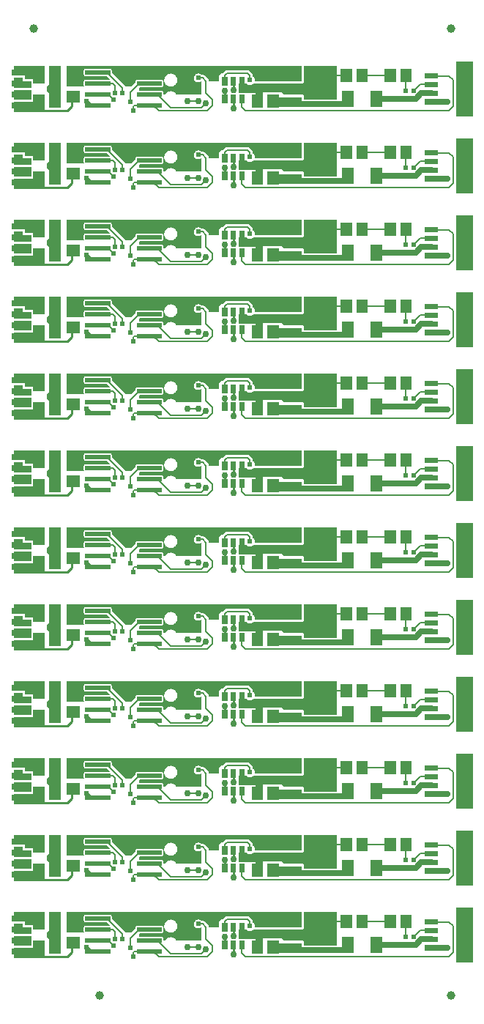
<source format=gbr>
G04 start of page 2 for group 0 idx 0 *
G04 Title: (unknown), top *
G04 Creator: pcb 4.0.2 *
G04 CreationDate: Sun Oct 16 03:37:32 2022 UTC *
G04 For: ndholmes *
G04 Format: Gerber/RS-274X *
G04 PCB-Dimensions (mil): 3000.00 5500.00 *
G04 PCB-Coordinate-Origin: lower left *
%MOIN*%
%FSLAX25Y25*%
%LNTOP*%
%ADD22C,0.0390*%
%ADD21C,0.0120*%
%ADD20C,0.0140*%
%ADD19C,0.0310*%
%ADD18C,0.0240*%
%ADD17C,0.0300*%
%ADD16C,0.0394*%
%ADD15C,0.0180*%
%ADD14C,0.0100*%
%ADD13C,0.0250*%
%ADD12C,0.0080*%
%ADD11C,0.0001*%
G54D11*G36*
X270000Y445000D02*Y420000D01*
X262500D01*
Y445000D01*
X270000D01*
G37*
G36*
Y410000D02*Y385000D01*
X262500D01*
Y410000D01*
X270000D01*
G37*
G36*
Y375000D02*Y350000D01*
X262500D01*
Y375000D01*
X270000D01*
G37*
G36*
Y340000D02*Y315000D01*
X262500D01*
Y340000D01*
X270000D01*
G37*
G36*
Y305000D02*Y280000D01*
X262500D01*
Y305000D01*
X270000D01*
G37*
G36*
Y270000D02*Y245000D01*
X262500D01*
Y270000D01*
X270000D01*
G37*
G36*
Y235000D02*Y210000D01*
X262500D01*
Y235000D01*
X270000D01*
G37*
G36*
Y200000D02*Y175000D01*
X262500D01*
Y200000D01*
X270000D01*
G37*
G36*
Y165000D02*Y140000D01*
X262500D01*
Y165000D01*
X270000D01*
G37*
G36*
Y130000D02*Y105000D01*
X262500D01*
Y130000D01*
X270000D01*
G37*
G36*
Y95000D02*Y70000D01*
X262500D01*
Y95000D01*
X270000D01*
G37*
G36*
X172000Y370500D02*X192000D01*
Y366000D01*
X172000D01*
Y370500D01*
G37*
G36*
X193000Y373000D02*X208000D01*
Y357500D01*
X193000D01*
Y373000D01*
G37*
G36*
X172000Y365000D02*X196000D01*
Y361000D01*
X172000D01*
Y365000D01*
G37*
G36*
X183000Y362000D02*X194500D01*
Y360000D01*
X184000D01*
X183000Y361000D01*
Y362000D01*
G37*
G36*
X192000Y358500D02*Y354500D01*
X177500D01*
Y358500D01*
X192000D01*
G37*
G36*
Y366000D02*X170642D01*
X170680Y366155D01*
X170700Y366500D01*
X170680Y366845D01*
X170599Y367182D01*
X170466Y367502D01*
X170285Y367797D01*
X170060Y368060D01*
X169900Y368197D01*
Y368445D01*
X169904Y368500D01*
X169887Y368720D01*
X169836Y368934D01*
X169751Y369138D01*
X169636Y369325D01*
X169636Y369326D01*
X169493Y369493D01*
X169451Y369529D01*
X168529Y370451D01*
X168493Y370493D01*
X168326Y370636D01*
X168325Y370636D01*
X168138Y370751D01*
X167934Y370836D01*
X167720Y370887D01*
X167500Y370904D01*
X167445Y370900D01*
X158055D01*
X158000Y370904D01*
X157780Y370887D01*
X157566Y370836D01*
X157362Y370751D01*
X157175Y370636D01*
X157174Y370636D01*
X157007Y370493D01*
X156971Y370451D01*
X156149Y369629D01*
X156107Y369593D01*
X156017Y369488D01*
X155665Y369486D01*
X155435Y369431D01*
X155217Y369341D01*
X155016Y369217D01*
X154836Y369064D01*
X154683Y368884D01*
X154559Y368683D01*
X154469Y368465D01*
X154414Y368235D01*
X154400Y368000D01*
X154407Y366000D01*
X151000D01*
Y373000D01*
X192000D01*
Y366000D01*
G37*
G36*
X171000Y365000D02*X174500D01*
Y354000D01*
X171000D01*
Y365000D01*
G37*
G36*
X172000D02*Y360500D01*
X163530D01*
X163500Y360549D01*
Y365000D01*
X166888D01*
X166940Y364940D01*
X167203Y364715D01*
X167498Y364534D01*
X167818Y364401D01*
X168155Y364320D01*
X168500Y364293D01*
X168845Y364320D01*
X169182Y364401D01*
X169502Y364534D01*
X169797Y364715D01*
X170060Y364940D01*
X170112Y365000D01*
X172000D01*
G37*
G36*
X171000Y330000D02*X174500D01*
Y319000D01*
X171000D01*
Y330000D01*
G37*
G36*
X172000D02*Y325500D01*
X163530D01*
X163500Y325549D01*
Y330000D01*
X166888D01*
X166940Y329940D01*
X167203Y329715D01*
X167498Y329534D01*
X167818Y329401D01*
X168155Y329320D01*
X168500Y329293D01*
X168845Y329320D01*
X169182Y329401D01*
X169502Y329534D01*
X169797Y329715D01*
X170060Y329940D01*
X170112Y330000D01*
X172000D01*
G37*
G36*
X192000Y331000D02*X170642D01*
X170680Y331155D01*
X170700Y331500D01*
X170680Y331845D01*
X170599Y332182D01*
X170466Y332502D01*
X170285Y332797D01*
X170060Y333060D01*
X169900Y333197D01*
Y333445D01*
X169904Y333500D01*
X169887Y333720D01*
X169836Y333934D01*
X169751Y334138D01*
X169636Y334325D01*
X169636Y334326D01*
X169493Y334493D01*
X169451Y334529D01*
X168529Y335451D01*
X168493Y335493D01*
X168326Y335636D01*
X168325Y335636D01*
X168138Y335751D01*
X167934Y335836D01*
X167720Y335887D01*
X167500Y335904D01*
X167445Y335900D01*
X158055D01*
X158000Y335904D01*
X157780Y335887D01*
X157566Y335836D01*
X157362Y335751D01*
X157175Y335636D01*
X157174Y335636D01*
X157007Y335493D01*
X156971Y335451D01*
X156149Y334629D01*
X156107Y334593D01*
X156017Y334488D01*
X155665Y334486D01*
X155435Y334431D01*
X155217Y334341D01*
X155016Y334217D01*
X154836Y334064D01*
X154683Y333884D01*
X154559Y333683D01*
X154469Y333465D01*
X154414Y333235D01*
X154400Y333000D01*
X154407Y331000D01*
X151000D01*
Y338000D01*
X192000D01*
Y331000D01*
G37*
G36*
X172000Y335500D02*X192000D01*
Y331000D01*
X172000D01*
Y335500D01*
G37*
G36*
Y330000D02*X196000D01*
Y326000D01*
X172000D01*
Y330000D01*
G37*
G36*
X183000Y327000D02*X194500D01*
Y325000D01*
X184000D01*
X183000Y326000D01*
Y327000D01*
G37*
G36*
X192000Y323500D02*Y319500D01*
X177500D01*
Y323500D01*
X192000D01*
G37*
G36*
X193000Y338000D02*X208000D01*
Y322500D01*
X193000D01*
Y338000D01*
G37*
G36*
X192000Y296000D02*X170642D01*
X170680Y296155D01*
X170700Y296500D01*
X170680Y296845D01*
X170599Y297182D01*
X170466Y297502D01*
X170285Y297797D01*
X170060Y298060D01*
X169900Y298197D01*
Y298445D01*
X169904Y298500D01*
X169887Y298720D01*
X169836Y298934D01*
X169751Y299138D01*
X169636Y299325D01*
X169636Y299326D01*
X169493Y299493D01*
X169451Y299529D01*
X168529Y300451D01*
X168493Y300493D01*
X168326Y300636D01*
X168325Y300636D01*
X168138Y300751D01*
X167934Y300836D01*
X167720Y300887D01*
X167500Y300904D01*
X167445Y300900D01*
X158055D01*
X158000Y300904D01*
X157780Y300887D01*
X157566Y300836D01*
X157362Y300751D01*
X157175Y300636D01*
X157174Y300636D01*
X157007Y300493D01*
X156971Y300451D01*
X156149Y299629D01*
X156107Y299593D01*
X156017Y299488D01*
X155665Y299486D01*
X155435Y299431D01*
X155217Y299341D01*
X155016Y299217D01*
X154836Y299064D01*
X154683Y298884D01*
X154559Y298683D01*
X154469Y298465D01*
X154414Y298235D01*
X154400Y298000D01*
X154407Y296000D01*
X151000D01*
Y303000D01*
X192000D01*
Y296000D01*
G37*
G36*
X143000Y408000D02*X154000D01*
Y401000D01*
X149904D01*
Y401000D01*
X149887Y401220D01*
X149836Y401434D01*
X149751Y401638D01*
X149636Y401825D01*
X149636Y401826D01*
X149493Y401993D01*
X149451Y402029D01*
X148029Y403451D01*
X147993Y403493D01*
X147826Y403636D01*
X147825Y403636D01*
X147638Y403751D01*
X147434Y403836D01*
X147220Y403887D01*
X147000Y403904D01*
X146945Y403900D01*
X146434D01*
X146419Y403919D01*
X146179Y404123D01*
X145911Y404288D01*
X145620Y404408D01*
X145314Y404481D01*
X145000Y404506D01*
X144686Y404481D01*
X144380Y404408D01*
X144089Y404288D01*
X143821Y404123D01*
X143581Y403919D01*
X143377Y403679D01*
X143212Y403411D01*
X143092Y403120D01*
X143019Y402814D01*
X143000Y402578D01*
Y408000D01*
G37*
G36*
Y373000D02*X154000D01*
Y366000D01*
X149904D01*
Y366000D01*
X149887Y366220D01*
X149836Y366434D01*
X149751Y366638D01*
X149636Y366825D01*
X149636Y366826D01*
X149493Y366993D01*
X149451Y367029D01*
X148029Y368451D01*
X147993Y368493D01*
X147826Y368636D01*
X147825Y368636D01*
X147638Y368751D01*
X147434Y368836D01*
X147220Y368887D01*
X147000Y368904D01*
X146945Y368900D01*
X146434D01*
X146419Y368919D01*
X146179Y369123D01*
X145911Y369288D01*
X145620Y369408D01*
X145314Y369481D01*
X145000Y369506D01*
X144686Y369481D01*
X144380Y369408D01*
X144089Y369288D01*
X143821Y369123D01*
X143581Y368919D01*
X143377Y368679D01*
X143212Y368411D01*
X143092Y368120D01*
X143019Y367814D01*
X143000Y367578D01*
Y373000D01*
G37*
G36*
Y338000D02*X154000D01*
Y331000D01*
X149904D01*
Y331000D01*
X149887Y331220D01*
X149836Y331434D01*
X149751Y331638D01*
X149636Y331825D01*
X149636Y331826D01*
X149493Y331993D01*
X149451Y332029D01*
X148029Y333451D01*
X147993Y333493D01*
X147826Y333636D01*
X147825Y333636D01*
X147638Y333751D01*
X147434Y333836D01*
X147220Y333887D01*
X147000Y333904D01*
X146945Y333900D01*
X146434D01*
X146419Y333919D01*
X146179Y334123D01*
X145911Y334288D01*
X145620Y334408D01*
X145314Y334481D01*
X145000Y334506D01*
X144686Y334481D01*
X144380Y334408D01*
X144089Y334288D01*
X143821Y334123D01*
X143581Y333919D01*
X143377Y333679D01*
X143212Y333411D01*
X143092Y333120D01*
X143019Y332814D01*
X143000Y332578D01*
Y338000D01*
G37*
G36*
Y303000D02*X154000D01*
Y296000D01*
X149904D01*
Y296000D01*
X149887Y296220D01*
X149836Y296434D01*
X149751Y296638D01*
X149636Y296825D01*
X149636Y296826D01*
X149493Y296993D01*
X149451Y297029D01*
X148029Y298451D01*
X147993Y298493D01*
X147826Y298636D01*
X147825Y298636D01*
X147638Y298751D01*
X147434Y298836D01*
X147220Y298887D01*
X147000Y298904D01*
X146945Y298900D01*
X146434D01*
X146419Y298919D01*
X146179Y299123D01*
X145911Y299288D01*
X145620Y299408D01*
X145314Y299481D01*
X145000Y299506D01*
X144686Y299481D01*
X144380Y299408D01*
X144089Y299288D01*
X143821Y299123D01*
X143581Y298919D01*
X143377Y298679D01*
X143212Y298411D01*
X143092Y298120D01*
X143019Y297814D01*
X143000Y297578D01*
Y303000D01*
G37*
G36*
Y268000D02*X154000D01*
Y261000D01*
X149904D01*
Y261000D01*
X149887Y261220D01*
X149836Y261434D01*
X149751Y261638D01*
X149636Y261825D01*
X149636Y261826D01*
X149493Y261993D01*
X149451Y262029D01*
X148029Y263451D01*
X147993Y263493D01*
X147826Y263636D01*
X147825Y263636D01*
X147638Y263751D01*
X147434Y263836D01*
X147220Y263887D01*
X147000Y263904D01*
X146945Y263900D01*
X146434D01*
X146419Y263919D01*
X146179Y264123D01*
X145911Y264288D01*
X145620Y264408D01*
X145314Y264481D01*
X145000Y264506D01*
X144686Y264481D01*
X144380Y264408D01*
X144089Y264288D01*
X143821Y264123D01*
X143581Y263919D01*
X143377Y263679D01*
X143212Y263411D01*
X143092Y263120D01*
X143019Y262814D01*
X143000Y262578D01*
Y268000D01*
G37*
G36*
Y233000D02*X154000D01*
Y226000D01*
X149904D01*
Y226000D01*
X149887Y226220D01*
X149836Y226434D01*
X149751Y226638D01*
X149636Y226825D01*
X149636Y226826D01*
X149493Y226993D01*
X149451Y227029D01*
X148029Y228451D01*
X147993Y228493D01*
X147826Y228636D01*
X147825Y228636D01*
X147638Y228751D01*
X147434Y228836D01*
X147220Y228887D01*
X147000Y228904D01*
X146945Y228900D01*
X146434D01*
X146419Y228919D01*
X146179Y229123D01*
X145911Y229288D01*
X145620Y229408D01*
X145314Y229481D01*
X145000Y229506D01*
X144686Y229481D01*
X144380Y229408D01*
X144089Y229288D01*
X143821Y229123D01*
X143581Y228919D01*
X143377Y228679D01*
X143212Y228411D01*
X143092Y228120D01*
X143019Y227814D01*
X143000Y227578D01*
Y233000D01*
G37*
G36*
Y198000D02*X154000D01*
Y191000D01*
X149904D01*
Y191000D01*
X149887Y191220D01*
X149836Y191434D01*
X149751Y191638D01*
X149636Y191825D01*
X149636Y191826D01*
X149493Y191993D01*
X149451Y192029D01*
X148029Y193451D01*
X147993Y193493D01*
X147826Y193636D01*
X147825Y193636D01*
X147638Y193751D01*
X147434Y193836D01*
X147220Y193887D01*
X147000Y193904D01*
X146945Y193900D01*
X146434D01*
X146419Y193919D01*
X146179Y194123D01*
X145911Y194288D01*
X145620Y194408D01*
X145314Y194481D01*
X145000Y194506D01*
X144686Y194481D01*
X144380Y194408D01*
X144089Y194288D01*
X143821Y194123D01*
X143581Y193919D01*
X143377Y193679D01*
X143212Y193411D01*
X143092Y193120D01*
X143019Y192814D01*
X143000Y192578D01*
Y198000D01*
G37*
G36*
Y163000D02*X154000D01*
Y156000D01*
X149904D01*
Y156000D01*
X149887Y156220D01*
X149836Y156434D01*
X149751Y156638D01*
X149636Y156825D01*
X149636Y156826D01*
X149493Y156993D01*
X149451Y157029D01*
X148029Y158451D01*
X147993Y158493D01*
X147826Y158636D01*
X147825Y158636D01*
X147638Y158751D01*
X147434Y158836D01*
X147220Y158887D01*
X147000Y158904D01*
X146945Y158900D01*
X146434D01*
X146419Y158919D01*
X146179Y159123D01*
X145911Y159288D01*
X145620Y159408D01*
X145314Y159481D01*
X145000Y159506D01*
X144686Y159481D01*
X144380Y159408D01*
X144089Y159288D01*
X143821Y159123D01*
X143581Y158919D01*
X143377Y158679D01*
X143212Y158411D01*
X143092Y158120D01*
X143019Y157814D01*
X143000Y157578D01*
Y163000D01*
G37*
G36*
Y128000D02*X154000D01*
Y121000D01*
X149904D01*
Y121000D01*
X149887Y121220D01*
X149836Y121434D01*
X149751Y121638D01*
X149636Y121825D01*
X149636Y121826D01*
X149493Y121993D01*
X149451Y122029D01*
X148029Y123451D01*
X147993Y123493D01*
X147826Y123636D01*
X147825Y123636D01*
X147638Y123751D01*
X147434Y123836D01*
X147220Y123887D01*
X147000Y123904D01*
X146945Y123900D01*
X146434D01*
X146419Y123919D01*
X146179Y124123D01*
X145911Y124288D01*
X145620Y124408D01*
X145314Y124481D01*
X145000Y124506D01*
X144686Y124481D01*
X144380Y124408D01*
X144089Y124288D01*
X143821Y124123D01*
X143581Y123919D01*
X143377Y123679D01*
X143212Y123411D01*
X143092Y123120D01*
X143019Y122814D01*
X143000Y122578D01*
Y128000D01*
G37*
G36*
X172000Y300500D02*X192000D01*
Y296000D01*
X172000D01*
Y300500D01*
G37*
G36*
X171000Y295000D02*X174500D01*
Y284000D01*
X171000D01*
Y295000D01*
G37*
G36*
X172000D02*Y290500D01*
X163530D01*
X163500Y290549D01*
Y295000D01*
X166888D01*
X166940Y294940D01*
X167203Y294715D01*
X167498Y294534D01*
X167818Y294401D01*
X168155Y294320D01*
X168500Y294293D01*
X168845Y294320D01*
X169182Y294401D01*
X169502Y294534D01*
X169797Y294715D01*
X170060Y294940D01*
X170112Y295000D01*
X172000D01*
G37*
G36*
X196000D01*
Y291000D01*
X172000D01*
Y295000D01*
G37*
G36*
X192000Y288500D02*Y284500D01*
X177500D01*
Y288500D01*
X192000D01*
G37*
G36*
X193000Y303000D02*X208000D01*
Y287500D01*
X193000D01*
Y303000D01*
G37*
G36*
X183000Y292000D02*X194500D01*
Y290000D01*
X184000D01*
X183000Y291000D01*
Y292000D01*
G37*
G36*
X192000Y261000D02*X170642D01*
X170680Y261155D01*
X170700Y261500D01*
X170680Y261845D01*
X170599Y262182D01*
X170466Y262502D01*
X170285Y262797D01*
X170060Y263060D01*
X169900Y263197D01*
Y263445D01*
X169904Y263500D01*
X169887Y263720D01*
X169836Y263934D01*
X169751Y264138D01*
X169636Y264325D01*
X169636Y264326D01*
X169493Y264493D01*
X169451Y264529D01*
X168529Y265451D01*
X168493Y265493D01*
X168326Y265636D01*
X168325Y265636D01*
X168138Y265751D01*
X167934Y265836D01*
X167720Y265887D01*
X167500Y265904D01*
X167445Y265900D01*
X158055D01*
X158000Y265904D01*
X157780Y265887D01*
X157566Y265836D01*
X157362Y265751D01*
X157175Y265636D01*
X157174Y265636D01*
X157007Y265493D01*
X156971Y265451D01*
X156149Y264629D01*
X156107Y264593D01*
X156017Y264488D01*
X155665Y264486D01*
X155435Y264431D01*
X155217Y264341D01*
X155016Y264217D01*
X154836Y264064D01*
X154683Y263884D01*
X154559Y263683D01*
X154469Y263465D01*
X154414Y263235D01*
X154400Y263000D01*
X154407Y261000D01*
X151000D01*
Y268000D01*
X192000D01*
Y261000D01*
G37*
G36*
X172000Y265500D02*X192000D01*
Y261000D01*
X172000D01*
Y265500D01*
G37*
G36*
X171000Y260000D02*X174500D01*
Y249000D01*
X171000D01*
Y260000D01*
G37*
G36*
X172000D02*Y255500D01*
X163530D01*
X163500Y255549D01*
Y260000D01*
X166888D01*
X166940Y259940D01*
X167203Y259715D01*
X167498Y259534D01*
X167818Y259401D01*
X168155Y259320D01*
X168500Y259293D01*
X168845Y259320D01*
X169182Y259401D01*
X169502Y259534D01*
X169797Y259715D01*
X170060Y259940D01*
X170112Y260000D01*
X172000D01*
G37*
G36*
X196000D01*
Y256000D01*
X172000D01*
Y260000D01*
G37*
G36*
X192000Y253500D02*Y249500D01*
X177500D01*
Y253500D01*
X192000D01*
G37*
G36*
X193000Y268000D02*X208000D01*
Y252500D01*
X193000D01*
Y268000D01*
G37*
G36*
X183000Y257000D02*X194500D01*
Y255000D01*
X184000D01*
X183000Y256000D01*
Y257000D01*
G37*
G36*
X192000Y226000D02*X170642D01*
X170680Y226155D01*
X170700Y226500D01*
X170680Y226845D01*
X170599Y227182D01*
X170466Y227502D01*
X170285Y227797D01*
X170060Y228060D01*
X169900Y228197D01*
Y228445D01*
X169904Y228500D01*
X169887Y228720D01*
X169836Y228934D01*
X169751Y229138D01*
X169636Y229325D01*
X169636Y229326D01*
X169493Y229493D01*
X169451Y229529D01*
X168529Y230451D01*
X168493Y230493D01*
X168326Y230636D01*
X168325Y230636D01*
X168138Y230751D01*
X167934Y230836D01*
X167720Y230887D01*
X167500Y230904D01*
X167445Y230900D01*
X158055D01*
X158000Y230904D01*
X157780Y230887D01*
X157566Y230836D01*
X157362Y230751D01*
X157175Y230636D01*
X157174Y230636D01*
X157007Y230493D01*
X156971Y230451D01*
X156149Y229629D01*
X156107Y229593D01*
X156017Y229488D01*
X155665Y229486D01*
X155435Y229431D01*
X155217Y229341D01*
X155016Y229217D01*
X154836Y229064D01*
X154683Y228884D01*
X154559Y228683D01*
X154469Y228465D01*
X154414Y228235D01*
X154400Y228000D01*
X154407Y226000D01*
X151000D01*
Y233000D01*
X192000D01*
Y226000D01*
G37*
G36*
X172000Y230500D02*X192000D01*
Y226000D01*
X172000D01*
Y230500D01*
G37*
G36*
X171000Y225000D02*X174500D01*
Y214000D01*
X171000D01*
Y225000D01*
G37*
G36*
X172000D02*Y220500D01*
X163530D01*
X163500Y220549D01*
Y225000D01*
X166888D01*
X166940Y224940D01*
X167203Y224715D01*
X167498Y224534D01*
X167818Y224401D01*
X168155Y224320D01*
X168500Y224293D01*
X168845Y224320D01*
X169182Y224401D01*
X169502Y224534D01*
X169797Y224715D01*
X170060Y224940D01*
X170112Y225000D01*
X172000D01*
G37*
G36*
X196000D01*
Y221000D01*
X172000D01*
Y225000D01*
G37*
G36*
X192000Y218500D02*Y214500D01*
X177500D01*
Y218500D01*
X192000D01*
G37*
G36*
X193000Y233000D02*X208000D01*
Y217500D01*
X193000D01*
Y233000D01*
G37*
G36*
X183000Y222000D02*X194500D01*
Y220000D01*
X184000D01*
X183000Y221000D01*
Y222000D01*
G37*
G36*
X192000Y191000D02*X170642D01*
X170680Y191155D01*
X170700Y191500D01*
X170680Y191845D01*
X170599Y192182D01*
X170466Y192502D01*
X170285Y192797D01*
X170060Y193060D01*
X169900Y193197D01*
Y193445D01*
X169904Y193500D01*
X169887Y193720D01*
X169836Y193934D01*
X169751Y194138D01*
X169636Y194325D01*
X169636Y194326D01*
X169493Y194493D01*
X169451Y194529D01*
X168529Y195451D01*
X168493Y195493D01*
X168326Y195636D01*
X168325Y195636D01*
X168138Y195751D01*
X167934Y195836D01*
X167720Y195887D01*
X167500Y195904D01*
X167445Y195900D01*
X158055D01*
X158000Y195904D01*
X157780Y195887D01*
X157566Y195836D01*
X157362Y195751D01*
X157175Y195636D01*
X157174Y195636D01*
X157007Y195493D01*
X156971Y195451D01*
X156149Y194629D01*
X156107Y194593D01*
X156017Y194488D01*
X155665Y194486D01*
X155435Y194431D01*
X155217Y194341D01*
X155016Y194217D01*
X154836Y194064D01*
X154683Y193884D01*
X154559Y193683D01*
X154469Y193465D01*
X154414Y193235D01*
X154400Y193000D01*
X154407Y191000D01*
X151000D01*
Y198000D01*
X192000D01*
Y191000D01*
G37*
G36*
X61000Y287500D02*Y292000D01*
X69000D01*
Y287500D01*
X61000D01*
G37*
G36*
Y293000D02*Y297500D01*
X65000D01*
Y293000D01*
X61000D01*
G37*
G36*
X69000Y296000D02*Y293000D01*
X61000D01*
Y296000D01*
X69000D01*
G37*
G36*
X61000Y303000D02*X67500D01*
Y298500D01*
X61000D01*
Y303000D01*
G37*
G36*
X75000D02*Y297000D01*
X66000D01*
Y303000D01*
X75000D01*
G37*
G36*
X61000Y282000D02*Y286500D01*
X75000D01*
Y282000D01*
X61000D01*
G37*
G36*
X77000Y303000D02*X82500D01*
Y284000D01*
X77000D01*
Y303000D01*
G37*
G36*
X85000D02*X92000D01*
Y293500D01*
X85000D01*
Y303000D01*
G37*
G36*
X78000Y290500D02*X77000D01*
X76000Y291500D01*
Y293500D01*
X77000Y294500D01*
X78000D01*
Y290500D01*
G37*
G36*
X96467Y298402D02*X96500Y298400D01*
X103116Y298404D01*
X104920Y296600D01*
X102033Y296598D01*
X102000Y296600D01*
X93406Y296594D01*
X93314Y296572D01*
X93227Y296536D01*
X93146Y296487D01*
X93074Y296426D01*
X93013Y296354D01*
X92964Y296273D01*
X92928Y296186D01*
X92906Y296094D01*
X92900Y296000D01*
X92906Y293906D01*
X92928Y293814D01*
X92964Y293727D01*
X93013Y293646D01*
X93074Y293574D01*
X93146Y293513D01*
X93168Y293500D01*
X86000D01*
Y303000D01*
X126500D01*
Y296599D01*
X125533Y296598D01*
X125500Y296600D01*
X116906Y296594D01*
X116814Y296572D01*
X116727Y296536D01*
X116646Y296487D01*
X116574Y296426D01*
X116513Y296354D01*
X116464Y296273D01*
X116428Y296186D01*
X116406Y296094D01*
X116400Y296000D01*
X116402Y295382D01*
X114520Y293500D01*
X111808D01*
X111751Y293638D01*
X111636Y293825D01*
X111636Y293826D01*
X111493Y293993D01*
X111451Y294029D01*
X105598Y299882D01*
X105594Y301094D01*
X105572Y301186D01*
X105536Y301273D01*
X105487Y301354D01*
X105426Y301426D01*
X105354Y301487D01*
X105273Y301536D01*
X105186Y301572D01*
X105094Y301594D01*
X105000Y301600D01*
X102033Y301598D01*
X102000Y301600D01*
X93406Y301594D01*
X93314Y301572D01*
X93227Y301536D01*
X93146Y301487D01*
X93074Y301426D01*
X93013Y301354D01*
X92964Y301273D01*
X92928Y301186D01*
X92906Y301094D01*
X92900Y301000D01*
X92906Y298906D01*
X92928Y298814D01*
X92964Y298727D01*
X93013Y298646D01*
X93074Y298574D01*
X93146Y298513D01*
X93227Y298464D01*
X93314Y298428D01*
X93406Y298406D01*
X93500Y298400D01*
X96467Y298402D01*
G37*
G36*
X126500Y293404D02*Y291599D01*
X125533Y291598D01*
X125500Y291600D01*
X118000Y291595D01*
Y293020D01*
X118381Y293401D01*
X119968Y293402D01*
X120000Y293400D01*
X126500Y293404D01*
G37*
G36*
X132495Y303000D02*X146500D01*
Y298900D01*
X146434D01*
X146419Y298919D01*
X146179Y299123D01*
X145911Y299288D01*
X145620Y299408D01*
X145314Y299481D01*
X145000Y299506D01*
X144686Y299481D01*
X144380Y299408D01*
X144089Y299288D01*
X143821Y299123D01*
X143581Y298919D01*
X143377Y298679D01*
X143212Y298411D01*
X143092Y298120D01*
X143019Y297814D01*
X142994Y297500D01*
X143019Y297186D01*
X143092Y296880D01*
X143212Y296589D01*
X143377Y296321D01*
X143581Y296081D01*
X143821Y295877D01*
X144089Y295712D01*
X144380Y295592D01*
X144686Y295519D01*
X145000Y295494D01*
X145314Y295519D01*
X145620Y295592D01*
X145911Y295712D01*
X146179Y295877D01*
X146419Y296081D01*
X146428Y296092D01*
X146500Y296020D01*
Y290000D01*
X135041D01*
X134894Y290239D01*
X134592Y290592D01*
X134239Y290894D01*
X133843Y291137D01*
X133414Y291314D01*
X132963Y291423D01*
X132500Y291459D01*
X132495Y291459D01*
Y293541D01*
X132500Y293541D01*
X132963Y293577D01*
X133414Y293686D01*
X133843Y293863D01*
X134239Y294106D01*
X134592Y294408D01*
X134894Y294761D01*
X135137Y295157D01*
X135314Y295586D01*
X135423Y296037D01*
X135450Y296500D01*
X135423Y296963D01*
X135314Y297414D01*
X135137Y297843D01*
X134894Y298239D01*
X134592Y298592D01*
X134239Y298894D01*
X133843Y299137D01*
X133414Y299314D01*
X132963Y299423D01*
X132500Y299459D01*
X132495Y299459D01*
Y303000D01*
G37*
G36*
X123000D02*X132495D01*
Y299459D01*
X132037Y299423D01*
X131586Y299314D01*
X131157Y299137D01*
X130761Y298894D01*
X130408Y298592D01*
X130106Y298239D01*
X129863Y297843D01*
X129686Y297414D01*
X129577Y296963D01*
X129541Y296500D01*
X129577Y296037D01*
X129686Y295586D01*
X129863Y295157D01*
X130106Y294761D01*
X130408Y294408D01*
X130761Y294106D01*
X131157Y293863D01*
X131586Y293686D01*
X132037Y293577D01*
X132495Y293541D01*
Y291459D01*
X132037Y291423D01*
X131586Y291314D01*
X131157Y291137D01*
X130761Y290894D01*
X130408Y290592D01*
X130106Y290239D01*
X129959Y290000D01*
X129097D01*
X129094Y291094D01*
X129072Y291186D01*
X129036Y291273D01*
X128987Y291354D01*
X128926Y291426D01*
X128854Y291487D01*
X128773Y291536D01*
X128686Y291572D01*
X128594Y291594D01*
X128500Y291600D01*
X125533Y291598D01*
X125500Y291600D01*
X123000Y291598D01*
Y293402D01*
X128594Y293406D01*
X128686Y293428D01*
X128773Y293464D01*
X128854Y293513D01*
X128926Y293574D01*
X128987Y293646D01*
X129036Y293727D01*
X129072Y293814D01*
X129094Y293906D01*
X129100Y294000D01*
X129094Y296094D01*
X129072Y296186D01*
X129036Y296273D01*
X128987Y296354D01*
X128926Y296426D01*
X128854Y296487D01*
X128773Y296536D01*
X128686Y296572D01*
X128594Y296594D01*
X128500Y296600D01*
X125533Y296598D01*
X125500Y296600D01*
X123000Y296598D01*
Y303000D01*
G37*
G36*
X96467Y263402D02*X96500Y263400D01*
X103116Y263404D01*
X104920Y261600D01*
X102033Y261598D01*
X102000Y261600D01*
X93406Y261594D01*
X93314Y261572D01*
X93227Y261536D01*
X93146Y261487D01*
X93074Y261426D01*
X93013Y261354D01*
X92964Y261273D01*
X92928Y261186D01*
X92906Y261094D01*
X92900Y261000D01*
X92906Y258906D01*
X92928Y258814D01*
X92964Y258727D01*
X93013Y258646D01*
X93074Y258574D01*
X93146Y258513D01*
X93168Y258500D01*
X86000D01*
Y268000D01*
X126500D01*
Y261599D01*
X125533Y261598D01*
X125500Y261600D01*
X116906Y261594D01*
X116814Y261572D01*
X116727Y261536D01*
X116646Y261487D01*
X116574Y261426D01*
X116513Y261354D01*
X116464Y261273D01*
X116428Y261186D01*
X116406Y261094D01*
X116400Y261000D01*
X116402Y260382D01*
X114520Y258500D01*
X111808D01*
X111751Y258638D01*
X111636Y258825D01*
X111636Y258826D01*
X111493Y258993D01*
X111451Y259029D01*
X105598Y264882D01*
X105594Y266094D01*
X105572Y266186D01*
X105536Y266273D01*
X105487Y266354D01*
X105426Y266426D01*
X105354Y266487D01*
X105273Y266536D01*
X105186Y266572D01*
X105094Y266594D01*
X105000Y266600D01*
X102033Y266598D01*
X102000Y266600D01*
X93406Y266594D01*
X93314Y266572D01*
X93227Y266536D01*
X93146Y266487D01*
X93074Y266426D01*
X93013Y266354D01*
X92964Y266273D01*
X92928Y266186D01*
X92906Y266094D01*
X92900Y266000D01*
X92906Y263906D01*
X92928Y263814D01*
X92964Y263727D01*
X93013Y263646D01*
X93074Y263574D01*
X93146Y263513D01*
X93227Y263464D01*
X93314Y263428D01*
X93406Y263406D01*
X93500Y263400D01*
X96467Y263402D01*
G37*
G36*
Y228402D02*X96500Y228400D01*
X103116Y228404D01*
X104920Y226600D01*
X102033Y226598D01*
X102000Y226600D01*
X93406Y226594D01*
X93314Y226572D01*
X93227Y226536D01*
X93146Y226487D01*
X93074Y226426D01*
X93013Y226354D01*
X92964Y226273D01*
X92928Y226186D01*
X92906Y226094D01*
X92900Y226000D01*
X92906Y223906D01*
X92928Y223814D01*
X92964Y223727D01*
X93013Y223646D01*
X93074Y223574D01*
X93146Y223513D01*
X93168Y223500D01*
X86000D01*
Y233000D01*
X126500D01*
Y226599D01*
X125533Y226598D01*
X125500Y226600D01*
X116906Y226594D01*
X116814Y226572D01*
X116727Y226536D01*
X116646Y226487D01*
X116574Y226426D01*
X116513Y226354D01*
X116464Y226273D01*
X116428Y226186D01*
X116406Y226094D01*
X116400Y226000D01*
X116402Y225382D01*
X114520Y223500D01*
X111808D01*
X111751Y223638D01*
X111636Y223825D01*
X111636Y223826D01*
X111493Y223993D01*
X111451Y224029D01*
X105598Y229882D01*
X105594Y231094D01*
X105572Y231186D01*
X105536Y231273D01*
X105487Y231354D01*
X105426Y231426D01*
X105354Y231487D01*
X105273Y231536D01*
X105186Y231572D01*
X105094Y231594D01*
X105000Y231600D01*
X102033Y231598D01*
X102000Y231600D01*
X93406Y231594D01*
X93314Y231572D01*
X93227Y231536D01*
X93146Y231487D01*
X93074Y231426D01*
X93013Y231354D01*
X92964Y231273D01*
X92928Y231186D01*
X92906Y231094D01*
X92900Y231000D01*
X92906Y228906D01*
X92928Y228814D01*
X92964Y228727D01*
X93013Y228646D01*
X93074Y228574D01*
X93146Y228513D01*
X93227Y228464D01*
X93314Y228428D01*
X93406Y228406D01*
X93500Y228400D01*
X96467Y228402D01*
G37*
G36*
X126500Y223404D02*Y221599D01*
X125533Y221598D01*
X125500Y221600D01*
X118000Y221595D01*
Y223020D01*
X118381Y223401D01*
X119968Y223402D01*
X120000Y223400D01*
X126500Y223404D01*
G37*
G36*
Y258404D02*Y256599D01*
X125533Y256598D01*
X125500Y256600D01*
X118000Y256595D01*
Y258020D01*
X118381Y258401D01*
X119968Y258402D01*
X120000Y258400D01*
X126500Y258404D01*
G37*
G36*
X132495Y268000D02*X146500D01*
Y263900D01*
X146434D01*
X146419Y263919D01*
X146179Y264123D01*
X145911Y264288D01*
X145620Y264408D01*
X145314Y264481D01*
X145000Y264506D01*
X144686Y264481D01*
X144380Y264408D01*
X144089Y264288D01*
X143821Y264123D01*
X143581Y263919D01*
X143377Y263679D01*
X143212Y263411D01*
X143092Y263120D01*
X143019Y262814D01*
X142994Y262500D01*
X143019Y262186D01*
X143092Y261880D01*
X143212Y261589D01*
X143377Y261321D01*
X143581Y261081D01*
X143821Y260877D01*
X144089Y260712D01*
X144380Y260592D01*
X144686Y260519D01*
X145000Y260494D01*
X145314Y260519D01*
X145620Y260592D01*
X145911Y260712D01*
X146179Y260877D01*
X146419Y261081D01*
X146428Y261092D01*
X146500Y261020D01*
Y255000D01*
X135041D01*
X134894Y255239D01*
X134592Y255592D01*
X134239Y255894D01*
X133843Y256137D01*
X133414Y256314D01*
X132963Y256423D01*
X132500Y256459D01*
X132495Y256459D01*
Y258541D01*
X132500Y258541D01*
X132963Y258577D01*
X133414Y258686D01*
X133843Y258863D01*
X134239Y259106D01*
X134592Y259408D01*
X134894Y259761D01*
X135137Y260157D01*
X135314Y260586D01*
X135423Y261037D01*
X135450Y261500D01*
X135423Y261963D01*
X135314Y262414D01*
X135137Y262843D01*
X134894Y263239D01*
X134592Y263592D01*
X134239Y263894D01*
X133843Y264137D01*
X133414Y264314D01*
X132963Y264423D01*
X132500Y264459D01*
X132495Y264459D01*
Y268000D01*
G37*
G36*
X123000D02*X132495D01*
Y264459D01*
X132037Y264423D01*
X131586Y264314D01*
X131157Y264137D01*
X130761Y263894D01*
X130408Y263592D01*
X130106Y263239D01*
X129863Y262843D01*
X129686Y262414D01*
X129577Y261963D01*
X129541Y261500D01*
X129577Y261037D01*
X129686Y260586D01*
X129863Y260157D01*
X130106Y259761D01*
X130408Y259408D01*
X130761Y259106D01*
X131157Y258863D01*
X131586Y258686D01*
X132037Y258577D01*
X132495Y258541D01*
Y256459D01*
X132037Y256423D01*
X131586Y256314D01*
X131157Y256137D01*
X130761Y255894D01*
X130408Y255592D01*
X130106Y255239D01*
X129959Y255000D01*
X129097D01*
X129094Y256094D01*
X129072Y256186D01*
X129036Y256273D01*
X128987Y256354D01*
X128926Y256426D01*
X128854Y256487D01*
X128773Y256536D01*
X128686Y256572D01*
X128594Y256594D01*
X128500Y256600D01*
X125533Y256598D01*
X125500Y256600D01*
X123000Y256598D01*
Y258402D01*
X128594Y258406D01*
X128686Y258428D01*
X128773Y258464D01*
X128854Y258513D01*
X128926Y258574D01*
X128987Y258646D01*
X129036Y258727D01*
X129072Y258814D01*
X129094Y258906D01*
X129100Y259000D01*
X129094Y261094D01*
X129072Y261186D01*
X129036Y261273D01*
X128987Y261354D01*
X128926Y261426D01*
X128854Y261487D01*
X128773Y261536D01*
X128686Y261572D01*
X128594Y261594D01*
X128500Y261600D01*
X125533Y261598D01*
X125500Y261600D01*
X123000Y261598D01*
Y268000D01*
G37*
G36*
X132495Y233000D02*X146500D01*
Y228900D01*
X146434D01*
X146419Y228919D01*
X146179Y229123D01*
X145911Y229288D01*
X145620Y229408D01*
X145314Y229481D01*
X145000Y229506D01*
X144686Y229481D01*
X144380Y229408D01*
X144089Y229288D01*
X143821Y229123D01*
X143581Y228919D01*
X143377Y228679D01*
X143212Y228411D01*
X143092Y228120D01*
X143019Y227814D01*
X142994Y227500D01*
X143019Y227186D01*
X143092Y226880D01*
X143212Y226589D01*
X143377Y226321D01*
X143581Y226081D01*
X143821Y225877D01*
X144089Y225712D01*
X144380Y225592D01*
X144686Y225519D01*
X145000Y225494D01*
X145314Y225519D01*
X145620Y225592D01*
X145911Y225712D01*
X146179Y225877D01*
X146419Y226081D01*
X146428Y226092D01*
X146500Y226020D01*
Y220000D01*
X135041D01*
X134894Y220239D01*
X134592Y220592D01*
X134239Y220894D01*
X133843Y221137D01*
X133414Y221314D01*
X132963Y221423D01*
X132500Y221459D01*
X132495Y221459D01*
Y223541D01*
X132500Y223541D01*
X132963Y223577D01*
X133414Y223686D01*
X133843Y223863D01*
X134239Y224106D01*
X134592Y224408D01*
X134894Y224761D01*
X135137Y225157D01*
X135314Y225586D01*
X135423Y226037D01*
X135450Y226500D01*
X135423Y226963D01*
X135314Y227414D01*
X135137Y227843D01*
X134894Y228239D01*
X134592Y228592D01*
X134239Y228894D01*
X133843Y229137D01*
X133414Y229314D01*
X132963Y229423D01*
X132500Y229459D01*
X132495Y229459D01*
Y233000D01*
G37*
G36*
X123000D02*X132495D01*
Y229459D01*
X132037Y229423D01*
X131586Y229314D01*
X131157Y229137D01*
X130761Y228894D01*
X130408Y228592D01*
X130106Y228239D01*
X129863Y227843D01*
X129686Y227414D01*
X129577Y226963D01*
X129541Y226500D01*
X129577Y226037D01*
X129686Y225586D01*
X129863Y225157D01*
X130106Y224761D01*
X130408Y224408D01*
X130761Y224106D01*
X131157Y223863D01*
X131586Y223686D01*
X132037Y223577D01*
X132495Y223541D01*
Y221459D01*
X132037Y221423D01*
X131586Y221314D01*
X131157Y221137D01*
X130761Y220894D01*
X130408Y220592D01*
X130106Y220239D01*
X129959Y220000D01*
X129097D01*
X129094Y221094D01*
X129072Y221186D01*
X129036Y221273D01*
X128987Y221354D01*
X128926Y221426D01*
X128854Y221487D01*
X128773Y221536D01*
X128686Y221572D01*
X128594Y221594D01*
X128500Y221600D01*
X125533Y221598D01*
X125500Y221600D01*
X123000Y221598D01*
Y223402D01*
X128594Y223406D01*
X128686Y223428D01*
X128773Y223464D01*
X128854Y223513D01*
X128926Y223574D01*
X128987Y223646D01*
X129036Y223727D01*
X129072Y223814D01*
X129094Y223906D01*
X129100Y224000D01*
X129094Y226094D01*
X129072Y226186D01*
X129036Y226273D01*
X128987Y226354D01*
X128926Y226426D01*
X128854Y226487D01*
X128773Y226536D01*
X128686Y226572D01*
X128594Y226594D01*
X128500Y226600D01*
X125533Y226598D01*
X125500Y226600D01*
X123000Y226598D01*
Y233000D01*
G37*
G36*
X61000Y252500D02*Y257000D01*
X69000D01*
Y252500D01*
X61000D01*
G37*
G36*
Y247000D02*Y251500D01*
X75000D01*
Y247000D01*
X61000D01*
G37*
G36*
Y258000D02*Y262500D01*
X65000D01*
Y258000D01*
X61000D01*
G37*
G36*
X69000Y261000D02*Y258000D01*
X61000D01*
Y261000D01*
X69000D01*
G37*
G36*
X61000Y268000D02*X67500D01*
Y263500D01*
X61000D01*
Y268000D01*
G37*
G36*
X75000D02*Y262000D01*
X66000D01*
Y268000D01*
X75000D01*
G37*
G36*
X77000D02*X82500D01*
Y249000D01*
X77000D01*
Y268000D01*
G37*
G36*
X78000Y255500D02*X77000D01*
X76000Y256500D01*
Y258500D01*
X77000Y259500D01*
X78000D01*
Y255500D01*
G37*
G36*
X77000Y233000D02*X82500D01*
Y214000D01*
X77000D01*
Y233000D01*
G37*
G36*
X78000Y220500D02*X77000D01*
X76000Y221500D01*
Y223500D01*
X77000Y224500D01*
X78000D01*
Y220500D01*
G37*
G36*
X85000Y268000D02*X92000D01*
Y258500D01*
X85000D01*
Y268000D01*
G37*
G36*
X61000Y223000D02*Y227500D01*
X65000D01*
Y223000D01*
X61000D01*
G37*
G36*
X69000Y226000D02*Y223000D01*
X61000D01*
Y226000D01*
X69000D01*
G37*
G36*
X61000Y233000D02*X67500D01*
Y228500D01*
X61000D01*
Y233000D01*
G37*
G36*
X75000D02*Y227000D01*
X66000D01*
Y233000D01*
X75000D01*
G37*
G36*
X85000D02*X92000D01*
Y223500D01*
X85000D01*
Y233000D01*
G37*
G36*
X61000Y217500D02*Y222000D01*
X69000D01*
Y217500D01*
X61000D01*
G37*
G36*
Y212000D02*Y216500D01*
X75000D01*
Y212000D01*
X61000D01*
G37*
G36*
Y182500D02*Y187000D01*
X69000D01*
Y182500D01*
X61000D01*
G37*
G36*
Y177000D02*Y181500D01*
X75000D01*
Y177000D01*
X61000D01*
G37*
G36*
Y188000D02*Y192500D01*
X65000D01*
Y188000D01*
X61000D01*
G37*
G36*
X69000Y191000D02*Y188000D01*
X61000D01*
Y191000D01*
X69000D01*
G37*
G36*
X61000Y198000D02*X67500D01*
Y193500D01*
X61000D01*
Y198000D01*
G37*
G36*
X75000D02*Y192000D01*
X66000D01*
Y198000D01*
X75000D01*
G37*
G36*
X77000D02*X82500D01*
Y179000D01*
X77000D01*
Y198000D01*
G37*
G36*
X78000Y185500D02*X77000D01*
X76000Y186500D01*
Y188500D01*
X77000Y189500D01*
X78000D01*
Y185500D01*
G37*
G36*
X85000Y198000D02*X92000D01*
Y188500D01*
X85000D01*
Y198000D01*
G37*
G36*
X96467Y193402D02*X96500Y193400D01*
X103116Y193404D01*
X104920Y191600D01*
X102033Y191598D01*
X102000Y191600D01*
X93406Y191594D01*
X93314Y191572D01*
X93227Y191536D01*
X93146Y191487D01*
X93074Y191426D01*
X93013Y191354D01*
X92964Y191273D01*
X92928Y191186D01*
X92906Y191094D01*
X92900Y191000D01*
X92906Y188906D01*
X92928Y188814D01*
X92964Y188727D01*
X93013Y188646D01*
X93074Y188574D01*
X93146Y188513D01*
X93168Y188500D01*
X86000D01*
Y198000D01*
X126500D01*
Y191599D01*
X125533Y191598D01*
X125500Y191600D01*
X116906Y191594D01*
X116814Y191572D01*
X116727Y191536D01*
X116646Y191487D01*
X116574Y191426D01*
X116513Y191354D01*
X116464Y191273D01*
X116428Y191186D01*
X116406Y191094D01*
X116400Y191000D01*
X116402Y190382D01*
X114520Y188500D01*
X111808D01*
X111751Y188638D01*
X111636Y188825D01*
X111636Y188826D01*
X111493Y188993D01*
X111451Y189029D01*
X105598Y194882D01*
X105594Y196094D01*
X105572Y196186D01*
X105536Y196273D01*
X105487Y196354D01*
X105426Y196426D01*
X105354Y196487D01*
X105273Y196536D01*
X105186Y196572D01*
X105094Y196594D01*
X105000Y196600D01*
X102033Y196598D01*
X102000Y196600D01*
X93406Y196594D01*
X93314Y196572D01*
X93227Y196536D01*
X93146Y196487D01*
X93074Y196426D01*
X93013Y196354D01*
X92964Y196273D01*
X92928Y196186D01*
X92906Y196094D01*
X92900Y196000D01*
X92906Y193906D01*
X92928Y193814D01*
X92964Y193727D01*
X93013Y193646D01*
X93074Y193574D01*
X93146Y193513D01*
X93227Y193464D01*
X93314Y193428D01*
X93406Y193406D01*
X93500Y193400D01*
X96467Y193402D01*
G37*
G36*
X126500Y188404D02*Y186599D01*
X125533Y186598D01*
X125500Y186600D01*
X118000Y186595D01*
Y188020D01*
X118381Y188401D01*
X119968Y188402D01*
X120000Y188400D01*
X126500Y188404D01*
G37*
G36*
X132495Y198000D02*X146500D01*
Y193900D01*
X146434D01*
X146419Y193919D01*
X146179Y194123D01*
X145911Y194288D01*
X145620Y194408D01*
X145314Y194481D01*
X145000Y194506D01*
X144686Y194481D01*
X144380Y194408D01*
X144089Y194288D01*
X143821Y194123D01*
X143581Y193919D01*
X143377Y193679D01*
X143212Y193411D01*
X143092Y193120D01*
X143019Y192814D01*
X142994Y192500D01*
X143019Y192186D01*
X143092Y191880D01*
X143212Y191589D01*
X143377Y191321D01*
X143581Y191081D01*
X143821Y190877D01*
X144089Y190712D01*
X144380Y190592D01*
X144686Y190519D01*
X145000Y190494D01*
X145314Y190519D01*
X145620Y190592D01*
X145911Y190712D01*
X146179Y190877D01*
X146419Y191081D01*
X146428Y191092D01*
X146500Y191020D01*
Y185000D01*
X135041D01*
X134894Y185239D01*
X134592Y185592D01*
X134239Y185894D01*
X133843Y186137D01*
X133414Y186314D01*
X132963Y186423D01*
X132500Y186459D01*
X132495Y186459D01*
Y188541D01*
X132500Y188541D01*
X132963Y188577D01*
X133414Y188686D01*
X133843Y188863D01*
X134239Y189106D01*
X134592Y189408D01*
X134894Y189761D01*
X135137Y190157D01*
X135314Y190586D01*
X135423Y191037D01*
X135450Y191500D01*
X135423Y191963D01*
X135314Y192414D01*
X135137Y192843D01*
X134894Y193239D01*
X134592Y193592D01*
X134239Y193894D01*
X133843Y194137D01*
X133414Y194314D01*
X132963Y194423D01*
X132500Y194459D01*
X132495Y194459D01*
Y198000D01*
G37*
G36*
X123000D02*X132495D01*
Y194459D01*
X132037Y194423D01*
X131586Y194314D01*
X131157Y194137D01*
X130761Y193894D01*
X130408Y193592D01*
X130106Y193239D01*
X129863Y192843D01*
X129686Y192414D01*
X129577Y191963D01*
X129541Y191500D01*
X129577Y191037D01*
X129686Y190586D01*
X129863Y190157D01*
X130106Y189761D01*
X130408Y189408D01*
X130761Y189106D01*
X131157Y188863D01*
X131586Y188686D01*
X132037Y188577D01*
X132495Y188541D01*
Y186459D01*
X132037Y186423D01*
X131586Y186314D01*
X131157Y186137D01*
X130761Y185894D01*
X130408Y185592D01*
X130106Y185239D01*
X129959Y185000D01*
X129097D01*
X129094Y186094D01*
X129072Y186186D01*
X129036Y186273D01*
X128987Y186354D01*
X128926Y186426D01*
X128854Y186487D01*
X128773Y186536D01*
X128686Y186572D01*
X128594Y186594D01*
X128500Y186600D01*
X125533Y186598D01*
X125500Y186600D01*
X123000Y186598D01*
Y188402D01*
X128594Y188406D01*
X128686Y188428D01*
X128773Y188464D01*
X128854Y188513D01*
X128926Y188574D01*
X128987Y188646D01*
X129036Y188727D01*
X129072Y188814D01*
X129094Y188906D01*
X129100Y189000D01*
X129094Y191094D01*
X129072Y191186D01*
X129036Y191273D01*
X128987Y191354D01*
X128926Y191426D01*
X128854Y191487D01*
X128773Y191536D01*
X128686Y191572D01*
X128594Y191594D01*
X128500Y191600D01*
X125533Y191598D01*
X125500Y191600D01*
X123000Y191598D01*
Y198000D01*
G37*
G36*
X61000Y147500D02*Y152000D01*
X69000D01*
Y147500D01*
X61000D01*
G37*
G36*
Y153000D02*Y157500D01*
X65000D01*
Y153000D01*
X61000D01*
G37*
G36*
X69000Y156000D02*Y153000D01*
X61000D01*
Y156000D01*
X69000D01*
G37*
G36*
X61000Y163000D02*X67500D01*
Y158500D01*
X61000D01*
Y163000D01*
G37*
G36*
X75000D02*Y157000D01*
X66000D01*
Y163000D01*
X75000D01*
G37*
G36*
X61000Y142000D02*Y146500D01*
X75000D01*
Y142000D01*
X61000D01*
G37*
G36*
X77000Y163000D02*X82500D01*
Y144000D01*
X77000D01*
Y163000D01*
G37*
G36*
X85000D02*X92000D01*
Y153500D01*
X85000D01*
Y163000D01*
G37*
G36*
X78000Y150500D02*X77000D01*
X76000Y151500D01*
Y153500D01*
X77000Y154500D01*
X78000D01*
Y150500D01*
G37*
G36*
X96467Y158402D02*X96500Y158400D01*
X103116Y158404D01*
X104920Y156600D01*
X102033Y156598D01*
X102000Y156600D01*
X93406Y156594D01*
X93314Y156572D01*
X93227Y156536D01*
X93146Y156487D01*
X93074Y156426D01*
X93013Y156354D01*
X92964Y156273D01*
X92928Y156186D01*
X92906Y156094D01*
X92900Y156000D01*
X92906Y153906D01*
X92928Y153814D01*
X92964Y153727D01*
X93013Y153646D01*
X93074Y153574D01*
X93146Y153513D01*
X93168Y153500D01*
X86000D01*
Y163000D01*
X126500D01*
Y156599D01*
X125533Y156598D01*
X125500Y156600D01*
X116906Y156594D01*
X116814Y156572D01*
X116727Y156536D01*
X116646Y156487D01*
X116574Y156426D01*
X116513Y156354D01*
X116464Y156273D01*
X116428Y156186D01*
X116406Y156094D01*
X116400Y156000D01*
X116402Y155382D01*
X114520Y153500D01*
X111808D01*
X111751Y153638D01*
X111636Y153825D01*
X111636Y153826D01*
X111493Y153993D01*
X111451Y154029D01*
X105598Y159882D01*
X105594Y161094D01*
X105572Y161186D01*
X105536Y161273D01*
X105487Y161354D01*
X105426Y161426D01*
X105354Y161487D01*
X105273Y161536D01*
X105186Y161572D01*
X105094Y161594D01*
X105000Y161600D01*
X102033Y161598D01*
X102000Y161600D01*
X93406Y161594D01*
X93314Y161572D01*
X93227Y161536D01*
X93146Y161487D01*
X93074Y161426D01*
X93013Y161354D01*
X92964Y161273D01*
X92928Y161186D01*
X92906Y161094D01*
X92900Y161000D01*
X92906Y158906D01*
X92928Y158814D01*
X92964Y158727D01*
X93013Y158646D01*
X93074Y158574D01*
X93146Y158513D01*
X93227Y158464D01*
X93314Y158428D01*
X93406Y158406D01*
X93500Y158400D01*
X96467Y158402D01*
G37*
G36*
X126500Y153404D02*Y151599D01*
X125533Y151598D01*
X125500Y151600D01*
X118000Y151595D01*
Y153020D01*
X118381Y153401D01*
X119968Y153402D01*
X120000Y153400D01*
X126500Y153404D01*
G37*
G36*
X132495Y163000D02*X146500D01*
Y158900D01*
X146434D01*
X146419Y158919D01*
X146179Y159123D01*
X145911Y159288D01*
X145620Y159408D01*
X145314Y159481D01*
X145000Y159506D01*
X144686Y159481D01*
X144380Y159408D01*
X144089Y159288D01*
X143821Y159123D01*
X143581Y158919D01*
X143377Y158679D01*
X143212Y158411D01*
X143092Y158120D01*
X143019Y157814D01*
X142994Y157500D01*
X143019Y157186D01*
X143092Y156880D01*
X143212Y156589D01*
X143377Y156321D01*
X143581Y156081D01*
X143821Y155877D01*
X144089Y155712D01*
X144380Y155592D01*
X144686Y155519D01*
X145000Y155494D01*
X145314Y155519D01*
X145620Y155592D01*
X145911Y155712D01*
X146179Y155877D01*
X146419Y156081D01*
X146428Y156092D01*
X146500Y156020D01*
Y150000D01*
X135041D01*
X134894Y150239D01*
X134592Y150592D01*
X134239Y150894D01*
X133843Y151137D01*
X133414Y151314D01*
X132963Y151423D01*
X132500Y151459D01*
X132495Y151459D01*
Y153541D01*
X132500Y153541D01*
X132963Y153577D01*
X133414Y153686D01*
X133843Y153863D01*
X134239Y154106D01*
X134592Y154408D01*
X134894Y154761D01*
X135137Y155157D01*
X135314Y155586D01*
X135423Y156037D01*
X135450Y156500D01*
X135423Y156963D01*
X135314Y157414D01*
X135137Y157843D01*
X134894Y158239D01*
X134592Y158592D01*
X134239Y158894D01*
X133843Y159137D01*
X133414Y159314D01*
X132963Y159423D01*
X132500Y159459D01*
X132495Y159459D01*
Y163000D01*
G37*
G36*
X123000D02*X132495D01*
Y159459D01*
X132037Y159423D01*
X131586Y159314D01*
X131157Y159137D01*
X130761Y158894D01*
X130408Y158592D01*
X130106Y158239D01*
X129863Y157843D01*
X129686Y157414D01*
X129577Y156963D01*
X129541Y156500D01*
X129577Y156037D01*
X129686Y155586D01*
X129863Y155157D01*
X130106Y154761D01*
X130408Y154408D01*
X130761Y154106D01*
X131157Y153863D01*
X131586Y153686D01*
X132037Y153577D01*
X132495Y153541D01*
Y151459D01*
X132037Y151423D01*
X131586Y151314D01*
X131157Y151137D01*
X130761Y150894D01*
X130408Y150592D01*
X130106Y150239D01*
X129959Y150000D01*
X129097D01*
X129094Y151094D01*
X129072Y151186D01*
X129036Y151273D01*
X128987Y151354D01*
X128926Y151426D01*
X128854Y151487D01*
X128773Y151536D01*
X128686Y151572D01*
X128594Y151594D01*
X128500Y151600D01*
X125533Y151598D01*
X125500Y151600D01*
X123000Y151598D01*
Y153402D01*
X128594Y153406D01*
X128686Y153428D01*
X128773Y153464D01*
X128854Y153513D01*
X128926Y153574D01*
X128987Y153646D01*
X129036Y153727D01*
X129072Y153814D01*
X129094Y153906D01*
X129100Y154000D01*
X129094Y156094D01*
X129072Y156186D01*
X129036Y156273D01*
X128987Y156354D01*
X128926Y156426D01*
X128854Y156487D01*
X128773Y156536D01*
X128686Y156572D01*
X128594Y156594D01*
X128500Y156600D01*
X125533Y156598D01*
X125500Y156600D01*
X123000Y156598D01*
Y163000D01*
G37*
G36*
X96467Y123402D02*X96500Y123400D01*
X103116Y123404D01*
X104920Y121600D01*
X102033Y121598D01*
X102000Y121600D01*
X93406Y121594D01*
X93314Y121572D01*
X93227Y121536D01*
X93146Y121487D01*
X93074Y121426D01*
X93013Y121354D01*
X92964Y121273D01*
X92928Y121186D01*
X92906Y121094D01*
X92900Y121000D01*
X92906Y118906D01*
X92928Y118814D01*
X92964Y118727D01*
X93013Y118646D01*
X93074Y118574D01*
X93146Y118513D01*
X93168Y118500D01*
X86000D01*
Y128000D01*
X126500D01*
Y121599D01*
X125533Y121598D01*
X125500Y121600D01*
X116906Y121594D01*
X116814Y121572D01*
X116727Y121536D01*
X116646Y121487D01*
X116574Y121426D01*
X116513Y121354D01*
X116464Y121273D01*
X116428Y121186D01*
X116406Y121094D01*
X116400Y121000D01*
X116402Y120382D01*
X114520Y118500D01*
X111808D01*
X111751Y118638D01*
X111636Y118825D01*
X111636Y118826D01*
X111493Y118993D01*
X111451Y119029D01*
X105598Y124882D01*
X105594Y126094D01*
X105572Y126186D01*
X105536Y126273D01*
X105487Y126354D01*
X105426Y126426D01*
X105354Y126487D01*
X105273Y126536D01*
X105186Y126572D01*
X105094Y126594D01*
X105000Y126600D01*
X102033Y126598D01*
X102000Y126600D01*
X93406Y126594D01*
X93314Y126572D01*
X93227Y126536D01*
X93146Y126487D01*
X93074Y126426D01*
X93013Y126354D01*
X92964Y126273D01*
X92928Y126186D01*
X92906Y126094D01*
X92900Y126000D01*
X92906Y123906D01*
X92928Y123814D01*
X92964Y123727D01*
X93013Y123646D01*
X93074Y123574D01*
X93146Y123513D01*
X93227Y123464D01*
X93314Y123428D01*
X93406Y123406D01*
X93500Y123400D01*
X96467Y123402D01*
G37*
G36*
Y88402D02*X96500Y88400D01*
X103116Y88404D01*
X104920Y86600D01*
X102033Y86598D01*
X102000Y86600D01*
X93406Y86594D01*
X93314Y86572D01*
X93227Y86536D01*
X93146Y86487D01*
X93074Y86426D01*
X93013Y86354D01*
X92964Y86273D01*
X92928Y86186D01*
X92906Y86094D01*
X92900Y86000D01*
X92906Y83906D01*
X92928Y83814D01*
X92964Y83727D01*
X93013Y83646D01*
X93074Y83574D01*
X93146Y83513D01*
X93168Y83500D01*
X86000D01*
Y93000D01*
X126500D01*
Y86599D01*
X125533Y86598D01*
X125500Y86600D01*
X116906Y86594D01*
X116814Y86572D01*
X116727Y86536D01*
X116646Y86487D01*
X116574Y86426D01*
X116513Y86354D01*
X116464Y86273D01*
X116428Y86186D01*
X116406Y86094D01*
X116400Y86000D01*
X116402Y85382D01*
X114520Y83500D01*
X111808D01*
X111751Y83638D01*
X111636Y83825D01*
X111636Y83826D01*
X111493Y83993D01*
X111451Y84029D01*
X105598Y89882D01*
X105594Y91094D01*
X105572Y91186D01*
X105536Y91273D01*
X105487Y91354D01*
X105426Y91426D01*
X105354Y91487D01*
X105273Y91536D01*
X105186Y91572D01*
X105094Y91594D01*
X105000Y91600D01*
X102033Y91598D01*
X102000Y91600D01*
X93406Y91594D01*
X93314Y91572D01*
X93227Y91536D01*
X93146Y91487D01*
X93074Y91426D01*
X93013Y91354D01*
X92964Y91273D01*
X92928Y91186D01*
X92906Y91094D01*
X92900Y91000D01*
X92906Y88906D01*
X92928Y88814D01*
X92964Y88727D01*
X93013Y88646D01*
X93074Y88574D01*
X93146Y88513D01*
X93227Y88464D01*
X93314Y88428D01*
X93406Y88406D01*
X93500Y88400D01*
X96467Y88402D01*
G37*
G36*
X126500Y83404D02*Y81599D01*
X125533Y81598D01*
X125500Y81600D01*
X118000Y81595D01*
Y83020D01*
X118381Y83401D01*
X119968Y83402D01*
X120000Y83400D01*
X126500Y83404D01*
G37*
G36*
Y118404D02*Y116599D01*
X125533Y116598D01*
X125500Y116600D01*
X118000Y116595D01*
Y118020D01*
X118381Y118401D01*
X119968Y118402D01*
X120000Y118400D01*
X126500Y118404D01*
G37*
G36*
X132495Y128000D02*X146500D01*
Y123900D01*
X146434D01*
X146419Y123919D01*
X146179Y124123D01*
X145911Y124288D01*
X145620Y124408D01*
X145314Y124481D01*
X145000Y124506D01*
X144686Y124481D01*
X144380Y124408D01*
X144089Y124288D01*
X143821Y124123D01*
X143581Y123919D01*
X143377Y123679D01*
X143212Y123411D01*
X143092Y123120D01*
X143019Y122814D01*
X142994Y122500D01*
X143019Y122186D01*
X143092Y121880D01*
X143212Y121589D01*
X143377Y121321D01*
X143581Y121081D01*
X143821Y120877D01*
X144089Y120712D01*
X144380Y120592D01*
X144686Y120519D01*
X145000Y120494D01*
X145314Y120519D01*
X145620Y120592D01*
X145911Y120712D01*
X146179Y120877D01*
X146419Y121081D01*
X146428Y121092D01*
X146500Y121020D01*
Y115000D01*
X135041D01*
X134894Y115239D01*
X134592Y115592D01*
X134239Y115894D01*
X133843Y116137D01*
X133414Y116314D01*
X132963Y116423D01*
X132500Y116459D01*
X132495Y116459D01*
Y118541D01*
X132500Y118541D01*
X132963Y118577D01*
X133414Y118686D01*
X133843Y118863D01*
X134239Y119106D01*
X134592Y119408D01*
X134894Y119761D01*
X135137Y120157D01*
X135314Y120586D01*
X135423Y121037D01*
X135450Y121500D01*
X135423Y121963D01*
X135314Y122414D01*
X135137Y122843D01*
X134894Y123239D01*
X134592Y123592D01*
X134239Y123894D01*
X133843Y124137D01*
X133414Y124314D01*
X132963Y124423D01*
X132500Y124459D01*
X132495Y124459D01*
Y128000D01*
G37*
G36*
X123000D02*X132495D01*
Y124459D01*
X132037Y124423D01*
X131586Y124314D01*
X131157Y124137D01*
X130761Y123894D01*
X130408Y123592D01*
X130106Y123239D01*
X129863Y122843D01*
X129686Y122414D01*
X129577Y121963D01*
X129541Y121500D01*
X129577Y121037D01*
X129686Y120586D01*
X129863Y120157D01*
X130106Y119761D01*
X130408Y119408D01*
X130761Y119106D01*
X131157Y118863D01*
X131586Y118686D01*
X132037Y118577D01*
X132495Y118541D01*
Y116459D01*
X132037Y116423D01*
X131586Y116314D01*
X131157Y116137D01*
X130761Y115894D01*
X130408Y115592D01*
X130106Y115239D01*
X129959Y115000D01*
X129097D01*
X129094Y116094D01*
X129072Y116186D01*
X129036Y116273D01*
X128987Y116354D01*
X128926Y116426D01*
X128854Y116487D01*
X128773Y116536D01*
X128686Y116572D01*
X128594Y116594D01*
X128500Y116600D01*
X125533Y116598D01*
X125500Y116600D01*
X123000Y116598D01*
Y118402D01*
X128594Y118406D01*
X128686Y118428D01*
X128773Y118464D01*
X128854Y118513D01*
X128926Y118574D01*
X128987Y118646D01*
X129036Y118727D01*
X129072Y118814D01*
X129094Y118906D01*
X129100Y119000D01*
X129094Y121094D01*
X129072Y121186D01*
X129036Y121273D01*
X128987Y121354D01*
X128926Y121426D01*
X128854Y121487D01*
X128773Y121536D01*
X128686Y121572D01*
X128594Y121594D01*
X128500Y121600D01*
X125533Y121598D01*
X125500Y121600D01*
X123000Y121598D01*
Y128000D01*
G37*
G36*
X132495Y93000D02*X146500D01*
Y88900D01*
X146434D01*
X146419Y88919D01*
X146179Y89123D01*
X145911Y89288D01*
X145620Y89408D01*
X145314Y89481D01*
X145000Y89506D01*
X144686Y89481D01*
X144380Y89408D01*
X144089Y89288D01*
X143821Y89123D01*
X143581Y88919D01*
X143377Y88679D01*
X143212Y88411D01*
X143092Y88120D01*
X143019Y87814D01*
X142994Y87500D01*
X143019Y87186D01*
X143092Y86880D01*
X143212Y86589D01*
X143377Y86321D01*
X143581Y86081D01*
X143821Y85877D01*
X144089Y85712D01*
X144380Y85592D01*
X144686Y85519D01*
X145000Y85494D01*
X145314Y85519D01*
X145620Y85592D01*
X145911Y85712D01*
X146179Y85877D01*
X146419Y86081D01*
X146428Y86092D01*
X146500Y86020D01*
Y80000D01*
X135041D01*
X134894Y80239D01*
X134592Y80592D01*
X134239Y80894D01*
X133843Y81137D01*
X133414Y81314D01*
X132963Y81423D01*
X132500Y81459D01*
X132495Y81459D01*
Y83541D01*
X132500Y83541D01*
X132963Y83577D01*
X133414Y83686D01*
X133843Y83863D01*
X134239Y84106D01*
X134592Y84408D01*
X134894Y84761D01*
X135137Y85157D01*
X135314Y85586D01*
X135423Y86037D01*
X135450Y86500D01*
X135423Y86963D01*
X135314Y87414D01*
X135137Y87843D01*
X134894Y88239D01*
X134592Y88592D01*
X134239Y88894D01*
X133843Y89137D01*
X133414Y89314D01*
X132963Y89423D01*
X132500Y89459D01*
X132495Y89459D01*
Y93000D01*
G37*
G36*
X123000D02*X132495D01*
Y89459D01*
X132037Y89423D01*
X131586Y89314D01*
X131157Y89137D01*
X130761Y88894D01*
X130408Y88592D01*
X130106Y88239D01*
X129863Y87843D01*
X129686Y87414D01*
X129577Y86963D01*
X129541Y86500D01*
X129577Y86037D01*
X129686Y85586D01*
X129863Y85157D01*
X130106Y84761D01*
X130408Y84408D01*
X130761Y84106D01*
X131157Y83863D01*
X131586Y83686D01*
X132037Y83577D01*
X132495Y83541D01*
Y81459D01*
X132037Y81423D01*
X131586Y81314D01*
X131157Y81137D01*
X130761Y80894D01*
X130408Y80592D01*
X130106Y80239D01*
X129959Y80000D01*
X129097D01*
X129094Y81094D01*
X129072Y81186D01*
X129036Y81273D01*
X128987Y81354D01*
X128926Y81426D01*
X128854Y81487D01*
X128773Y81536D01*
X128686Y81572D01*
X128594Y81594D01*
X128500Y81600D01*
X125533Y81598D01*
X125500Y81600D01*
X123000Y81598D01*
Y83402D01*
X128594Y83406D01*
X128686Y83428D01*
X128773Y83464D01*
X128854Y83513D01*
X128926Y83574D01*
X128987Y83646D01*
X129036Y83727D01*
X129072Y83814D01*
X129094Y83906D01*
X129100Y84000D01*
X129094Y86094D01*
X129072Y86186D01*
X129036Y86273D01*
X128987Y86354D01*
X128926Y86426D01*
X128854Y86487D01*
X128773Y86536D01*
X128686Y86572D01*
X128594Y86594D01*
X128500Y86600D01*
X125533Y86598D01*
X125500Y86600D01*
X123000Y86598D01*
Y93000D01*
G37*
G36*
X61000Y112500D02*Y117000D01*
X69000D01*
Y112500D01*
X61000D01*
G37*
G36*
Y107000D02*Y111500D01*
X75000D01*
Y107000D01*
X61000D01*
G37*
G36*
Y118000D02*Y122500D01*
X65000D01*
Y118000D01*
X61000D01*
G37*
G36*
X69000Y121000D02*Y118000D01*
X61000D01*
Y121000D01*
X69000D01*
G37*
G36*
X61000Y128000D02*X67500D01*
Y123500D01*
X61000D01*
Y128000D01*
G37*
G36*
X75000D02*Y122000D01*
X66000D01*
Y128000D01*
X75000D01*
G37*
G36*
X77000D02*X82500D01*
Y109000D01*
X77000D01*
Y128000D01*
G37*
G36*
X78000Y115500D02*X77000D01*
X76000Y116500D01*
Y118500D01*
X77000Y119500D01*
X78000D01*
Y115500D01*
G37*
G36*
X77000Y93000D02*X82500D01*
Y74000D01*
X77000D01*
Y93000D01*
G37*
G36*
X78000Y80500D02*X77000D01*
X76000Y81500D01*
Y83500D01*
X77000Y84500D01*
X78000D01*
Y80500D01*
G37*
G36*
X85000Y128000D02*X92000D01*
Y118500D01*
X85000D01*
Y128000D01*
G37*
G36*
X61000Y77500D02*Y82000D01*
X69000D01*
Y77500D01*
X61000D01*
G37*
G36*
Y72000D02*Y76500D01*
X75000D01*
Y72000D01*
X61000D01*
G37*
G36*
Y83000D02*Y87500D01*
X65000D01*
Y83000D01*
X61000D01*
G37*
G36*
X69000Y86000D02*Y83000D01*
X61000D01*
Y86000D01*
X69000D01*
G37*
G36*
X61000Y93000D02*X67500D01*
Y88500D01*
X61000D01*
Y93000D01*
G37*
G36*
X75000D02*Y87000D01*
X66000D01*
Y93000D01*
X75000D01*
G37*
G36*
X85000D02*X92000D01*
Y83500D01*
X85000D01*
Y93000D01*
G37*
G36*
X172000Y195500D02*X192000D01*
Y191000D01*
X172000D01*
Y195500D01*
G37*
G36*
X171000Y190000D02*X174500D01*
Y179000D01*
X171000D01*
Y190000D01*
G37*
G36*
X172000D02*Y185500D01*
X163530D01*
X163500Y185549D01*
Y190000D01*
X166888D01*
X166940Y189940D01*
X167203Y189715D01*
X167498Y189534D01*
X167818Y189401D01*
X168155Y189320D01*
X168500Y189293D01*
X168845Y189320D01*
X169182Y189401D01*
X169502Y189534D01*
X169797Y189715D01*
X170060Y189940D01*
X170112Y190000D01*
X172000D01*
G37*
G36*
X196000D01*
Y186000D01*
X172000D01*
Y190000D01*
G37*
G36*
X192000Y183500D02*Y179500D01*
X177500D01*
Y183500D01*
X192000D01*
G37*
G36*
X193000Y198000D02*X208000D01*
Y182500D01*
X193000D01*
Y198000D01*
G37*
G36*
X183000Y187000D02*X194500D01*
Y185000D01*
X184000D01*
X183000Y186000D01*
Y187000D01*
G37*
G36*
X192000Y156000D02*X170642D01*
X170680Y156155D01*
X170700Y156500D01*
X170680Y156845D01*
X170599Y157182D01*
X170466Y157502D01*
X170285Y157797D01*
X170060Y158060D01*
X169900Y158197D01*
Y158445D01*
X169904Y158500D01*
X169887Y158720D01*
X169836Y158934D01*
X169751Y159138D01*
X169636Y159325D01*
X169636Y159326D01*
X169493Y159493D01*
X169451Y159529D01*
X168529Y160451D01*
X168493Y160493D01*
X168326Y160636D01*
X168325Y160636D01*
X168138Y160751D01*
X167934Y160836D01*
X167720Y160887D01*
X167500Y160904D01*
X167445Y160900D01*
X158055D01*
X158000Y160904D01*
X157780Y160887D01*
X157566Y160836D01*
X157362Y160751D01*
X157175Y160636D01*
X157174Y160636D01*
X157007Y160493D01*
X156971Y160451D01*
X156149Y159629D01*
X156107Y159593D01*
X156017Y159488D01*
X155665Y159486D01*
X155435Y159431D01*
X155217Y159341D01*
X155016Y159217D01*
X154836Y159064D01*
X154683Y158884D01*
X154559Y158683D01*
X154469Y158465D01*
X154414Y158235D01*
X154400Y158000D01*
X154407Y156000D01*
X151000D01*
Y163000D01*
X192000D01*
Y156000D01*
G37*
G36*
X172000Y160500D02*X192000D01*
Y156000D01*
X172000D01*
Y160500D01*
G37*
G36*
X171000Y155000D02*X174500D01*
Y144000D01*
X171000D01*
Y155000D01*
G37*
G36*
X172000D02*Y150500D01*
X163530D01*
X163500Y150549D01*
Y155000D01*
X166888D01*
X166940Y154940D01*
X167203Y154715D01*
X167498Y154534D01*
X167818Y154401D01*
X168155Y154320D01*
X168500Y154293D01*
X168845Y154320D01*
X169182Y154401D01*
X169502Y154534D01*
X169797Y154715D01*
X170060Y154940D01*
X170112Y155000D01*
X172000D01*
G37*
G36*
X196000D01*
Y151000D01*
X172000D01*
Y155000D01*
G37*
G36*
X192000Y148500D02*Y144500D01*
X177500D01*
Y148500D01*
X192000D01*
G37*
G36*
X193000Y163000D02*X208000D01*
Y147500D01*
X193000D01*
Y163000D01*
G37*
G36*
X183000Y152000D02*X194500D01*
Y150000D01*
X184000D01*
X183000Y151000D01*
Y152000D01*
G37*
G36*
X192000Y121000D02*X170642D01*
X170680Y121155D01*
X170700Y121500D01*
X170680Y121845D01*
X170599Y122182D01*
X170466Y122502D01*
X170285Y122797D01*
X170060Y123060D01*
X169900Y123197D01*
Y123445D01*
X169904Y123500D01*
X169887Y123720D01*
X169836Y123934D01*
X169751Y124138D01*
X169636Y124325D01*
X169636Y124326D01*
X169493Y124493D01*
X169451Y124529D01*
X168529Y125451D01*
X168493Y125493D01*
X168326Y125636D01*
X168325Y125636D01*
X168138Y125751D01*
X167934Y125836D01*
X167720Y125887D01*
X167500Y125904D01*
X167445Y125900D01*
X158055D01*
X158000Y125904D01*
X157780Y125887D01*
X157566Y125836D01*
X157362Y125751D01*
X157175Y125636D01*
X157174Y125636D01*
X157007Y125493D01*
X156971Y125451D01*
X156149Y124629D01*
X156107Y124593D01*
X156017Y124488D01*
X155665Y124486D01*
X155435Y124431D01*
X155217Y124341D01*
X155016Y124217D01*
X154836Y124064D01*
X154683Y123884D01*
X154559Y123683D01*
X154469Y123465D01*
X154414Y123235D01*
X154400Y123000D01*
X154407Y121000D01*
X151000D01*
Y128000D01*
X192000D01*
Y121000D01*
G37*
G36*
X172000Y125500D02*X192000D01*
Y121000D01*
X172000D01*
Y125500D01*
G37*
G36*
X171000Y120000D02*X174500D01*
Y109000D01*
X171000D01*
Y120000D01*
G37*
G36*
X172000D02*Y115500D01*
X163530D01*
X163500Y115549D01*
Y120000D01*
X166888D01*
X166940Y119940D01*
X167203Y119715D01*
X167498Y119534D01*
X167818Y119401D01*
X168155Y119320D01*
X168500Y119293D01*
X168845Y119320D01*
X169182Y119401D01*
X169502Y119534D01*
X169797Y119715D01*
X170060Y119940D01*
X170112Y120000D01*
X172000D01*
G37*
G36*
X196000D01*
Y116000D01*
X172000D01*
Y120000D01*
G37*
G36*
X192000Y113500D02*Y109500D01*
X177500D01*
Y113500D01*
X192000D01*
G37*
G36*
X193000Y128000D02*X208000D01*
Y112500D01*
X193000D01*
Y128000D01*
G37*
G36*
X183000Y117000D02*X194500D01*
Y115000D01*
X184000D01*
X183000Y116000D01*
Y117000D01*
G37*
G36*
X172000Y90500D02*X192000D01*
Y86000D01*
X172000D01*
Y90500D01*
G37*
G36*
X171000Y85000D02*X174500D01*
Y74000D01*
X171000D01*
Y85000D01*
G37*
G36*
X172000D02*Y80500D01*
X163530D01*
X163500Y80549D01*
Y85000D01*
X166888D01*
X166940Y84940D01*
X167203Y84715D01*
X167498Y84534D01*
X167818Y84401D01*
X168155Y84320D01*
X168500Y84293D01*
X168845Y84320D01*
X169182Y84401D01*
X169502Y84534D01*
X169797Y84715D01*
X170060Y84940D01*
X170112Y85000D01*
X172000D01*
G37*
G36*
X196000D01*
Y81000D01*
X172000D01*
Y85000D01*
G37*
G36*
X192000Y78500D02*Y74500D01*
X177500D01*
Y78500D01*
X192000D01*
G37*
G36*
X193000Y93000D02*X208000D01*
Y77500D01*
X193000D01*
Y93000D01*
G37*
G36*
X183000Y82000D02*X194500D01*
Y80000D01*
X184000D01*
X183000Y81000D01*
Y82000D01*
G37*
G36*
X192000Y86000D02*X170642D01*
X170680Y86155D01*
X170700Y86500D01*
X170680Y86845D01*
X170599Y87182D01*
X170466Y87502D01*
X170285Y87797D01*
X170060Y88060D01*
X169900Y88197D01*
Y88445D01*
X169904Y88500D01*
X169887Y88720D01*
X169836Y88934D01*
X169751Y89138D01*
X169636Y89325D01*
X169636Y89326D01*
X169493Y89493D01*
X169451Y89529D01*
X168529Y90451D01*
X168493Y90493D01*
X168326Y90636D01*
X168325Y90636D01*
X168138Y90751D01*
X167934Y90836D01*
X167720Y90887D01*
X167500Y90904D01*
X167445Y90900D01*
X158055D01*
X158000Y90904D01*
X157780Y90887D01*
X157566Y90836D01*
X157362Y90751D01*
X157175Y90636D01*
X157174Y90636D01*
X157007Y90493D01*
X156971Y90451D01*
X156149Y89629D01*
X156107Y89593D01*
X156017Y89488D01*
X155665Y89486D01*
X155435Y89431D01*
X155217Y89341D01*
X155016Y89217D01*
X154836Y89064D01*
X154683Y88884D01*
X154559Y88683D01*
X154469Y88465D01*
X154414Y88235D01*
X154400Y88000D01*
X154407Y86000D01*
X151000D01*
Y93000D01*
X192000D01*
Y86000D01*
G37*
G36*
X143000Y93000D02*X154000D01*
Y86000D01*
X149904D01*
Y86000D01*
X149887Y86220D01*
X149836Y86434D01*
X149751Y86638D01*
X149636Y86825D01*
X149636Y86826D01*
X149493Y86993D01*
X149451Y87029D01*
X148029Y88451D01*
X147993Y88493D01*
X147826Y88636D01*
X147825Y88636D01*
X147638Y88751D01*
X147434Y88836D01*
X147220Y88887D01*
X147000Y88904D01*
X146945Y88900D01*
X146434D01*
X146419Y88919D01*
X146179Y89123D01*
X145911Y89288D01*
X145620Y89408D01*
X145314Y89481D01*
X145000Y89506D01*
X144686Y89481D01*
X144380Y89408D01*
X144089Y89288D01*
X143821Y89123D01*
X143581Y88919D01*
X143377Y88679D01*
X143212Y88411D01*
X143092Y88120D01*
X143019Y87814D01*
X143000Y87578D01*
Y93000D01*
G37*
G36*
X61000Y478000D02*X67500D01*
Y473500D01*
X61000D01*
Y478000D01*
G37*
G36*
X75000D02*Y472000D01*
X66000D01*
Y478000D01*
X75000D01*
G37*
G36*
X77000D02*X82500D01*
Y459000D01*
X77000D01*
Y478000D01*
G37*
G36*
X78000Y465500D02*X77000D01*
X76000Y466500D01*
Y468500D01*
X77000Y469500D01*
X78000D01*
Y465500D01*
G37*
G36*
X61000Y462500D02*Y467000D01*
X69000D01*
Y462500D01*
X61000D01*
G37*
G36*
Y457000D02*Y461500D01*
X75000D01*
Y457000D01*
X61000D01*
G37*
G36*
Y468000D02*Y472500D01*
X65000D01*
Y468000D01*
X61000D01*
G37*
G36*
X69000Y471000D02*Y468000D01*
X61000D01*
Y471000D01*
X69000D01*
G37*
G36*
X85000Y478000D02*X92000D01*
Y468500D01*
X85000D01*
Y478000D01*
G37*
G36*
X96467Y473402D02*X96500Y473400D01*
X103116Y473404D01*
X104920Y471600D01*
X102033Y471598D01*
X102000Y471600D01*
X93406Y471594D01*
X93314Y471572D01*
X93227Y471536D01*
X93146Y471487D01*
X93074Y471426D01*
X93013Y471354D01*
X92964Y471273D01*
X92928Y471186D01*
X92906Y471094D01*
X92900Y471000D01*
X92906Y468906D01*
X92928Y468814D01*
X92964Y468727D01*
X93013Y468646D01*
X93074Y468574D01*
X93146Y468513D01*
X93168Y468500D01*
X86000D01*
Y478000D01*
X126500D01*
Y471599D01*
X125533Y471598D01*
X125500Y471600D01*
X116906Y471594D01*
X116814Y471572D01*
X116727Y471536D01*
X116646Y471487D01*
X116574Y471426D01*
X116513Y471354D01*
X116464Y471273D01*
X116428Y471186D01*
X116406Y471094D01*
X116400Y471000D01*
X116402Y470382D01*
X114520Y468500D01*
X111808D01*
X111751Y468638D01*
X111636Y468825D01*
X111636Y468826D01*
X111493Y468993D01*
X111451Y469029D01*
X105598Y474882D01*
X105594Y476094D01*
X105572Y476186D01*
X105536Y476273D01*
X105487Y476354D01*
X105426Y476426D01*
X105354Y476487D01*
X105273Y476536D01*
X105186Y476572D01*
X105094Y476594D01*
X105000Y476600D01*
X102033Y476598D01*
X102000Y476600D01*
X93406Y476594D01*
X93314Y476572D01*
X93227Y476536D01*
X93146Y476487D01*
X93074Y476426D01*
X93013Y476354D01*
X92964Y476273D01*
X92928Y476186D01*
X92906Y476094D01*
X92900Y476000D01*
X92906Y473906D01*
X92928Y473814D01*
X92964Y473727D01*
X93013Y473646D01*
X93074Y473574D01*
X93146Y473513D01*
X93227Y473464D01*
X93314Y473428D01*
X93406Y473406D01*
X93500Y473400D01*
X96467Y473402D01*
G37*
G36*
X126500Y468404D02*Y466599D01*
X125533Y466598D01*
X125500Y466600D01*
X118000Y466595D01*
Y468020D01*
X118381Y468401D01*
X119968Y468402D01*
X120000Y468400D01*
X126500Y468404D01*
G37*
G36*
X132495Y478000D02*X146500D01*
Y473900D01*
X146434D01*
X146419Y473919D01*
X146179Y474123D01*
X145911Y474288D01*
X145620Y474408D01*
X145314Y474481D01*
X145000Y474506D01*
X144686Y474481D01*
X144380Y474408D01*
X144089Y474288D01*
X143821Y474123D01*
X143581Y473919D01*
X143377Y473679D01*
X143212Y473411D01*
X143092Y473120D01*
X143019Y472814D01*
X142994Y472500D01*
X143019Y472186D01*
X143092Y471880D01*
X143212Y471589D01*
X143377Y471321D01*
X143581Y471081D01*
X143821Y470877D01*
X144089Y470712D01*
X144380Y470592D01*
X144686Y470519D01*
X145000Y470494D01*
X145314Y470519D01*
X145620Y470592D01*
X145911Y470712D01*
X146179Y470877D01*
X146419Y471081D01*
X146428Y471092D01*
X146500Y471020D01*
Y465000D01*
X135041D01*
X134894Y465239D01*
X134592Y465592D01*
X134239Y465894D01*
X133843Y466137D01*
X133414Y466314D01*
X132963Y466423D01*
X132500Y466459D01*
X132495Y466459D01*
Y468541D01*
X132500Y468541D01*
X132963Y468577D01*
X133414Y468686D01*
X133843Y468863D01*
X134239Y469106D01*
X134592Y469408D01*
X134894Y469761D01*
X135137Y470157D01*
X135314Y470586D01*
X135423Y471037D01*
X135450Y471500D01*
X135423Y471963D01*
X135314Y472414D01*
X135137Y472843D01*
X134894Y473239D01*
X134592Y473592D01*
X134239Y473894D01*
X133843Y474137D01*
X133414Y474314D01*
X132963Y474423D01*
X132500Y474459D01*
X132495Y474459D01*
Y478000D01*
G37*
G36*
X123000D02*X132495D01*
Y474459D01*
X132037Y474423D01*
X131586Y474314D01*
X131157Y474137D01*
X130761Y473894D01*
X130408Y473592D01*
X130106Y473239D01*
X129863Y472843D01*
X129686Y472414D01*
X129577Y471963D01*
X129541Y471500D01*
X129577Y471037D01*
X129686Y470586D01*
X129863Y470157D01*
X130106Y469761D01*
X130408Y469408D01*
X130761Y469106D01*
X131157Y468863D01*
X131586Y468686D01*
X132037Y468577D01*
X132495Y468541D01*
Y466459D01*
X132037Y466423D01*
X131586Y466314D01*
X131157Y466137D01*
X130761Y465894D01*
X130408Y465592D01*
X130106Y465239D01*
X129959Y465000D01*
X129097D01*
X129094Y466094D01*
X129072Y466186D01*
X129036Y466273D01*
X128987Y466354D01*
X128926Y466426D01*
X128854Y466487D01*
X128773Y466536D01*
X128686Y466572D01*
X128594Y466594D01*
X128500Y466600D01*
X125533Y466598D01*
X125500Y466600D01*
X123000Y466598D01*
Y468402D01*
X128594Y468406D01*
X128686Y468428D01*
X128773Y468464D01*
X128854Y468513D01*
X128926Y468574D01*
X128987Y468646D01*
X129036Y468727D01*
X129072Y468814D01*
X129094Y468906D01*
X129100Y469000D01*
X129094Y471094D01*
X129072Y471186D01*
X129036Y471273D01*
X128987Y471354D01*
X128926Y471426D01*
X128854Y471487D01*
X128773Y471536D01*
X128686Y471572D01*
X128594Y471594D01*
X128500Y471600D01*
X125533Y471598D01*
X125500Y471600D01*
X123000Y471598D01*
Y478000D01*
G37*
G36*
X96467Y438402D02*X96500Y438400D01*
X103116Y438404D01*
X104920Y436600D01*
X102033Y436598D01*
X102000Y436600D01*
X93406Y436594D01*
X93314Y436572D01*
X93227Y436536D01*
X93146Y436487D01*
X93074Y436426D01*
X93013Y436354D01*
X92964Y436273D01*
X92928Y436186D01*
X92906Y436094D01*
X92900Y436000D01*
X92906Y433906D01*
X92928Y433814D01*
X92964Y433727D01*
X93013Y433646D01*
X93074Y433574D01*
X93146Y433513D01*
X93168Y433500D01*
X86000D01*
Y443000D01*
X126500D01*
Y436599D01*
X125533Y436598D01*
X125500Y436600D01*
X116906Y436594D01*
X116814Y436572D01*
X116727Y436536D01*
X116646Y436487D01*
X116574Y436426D01*
X116513Y436354D01*
X116464Y436273D01*
X116428Y436186D01*
X116406Y436094D01*
X116400Y436000D01*
X116402Y435382D01*
X114520Y433500D01*
X111808D01*
X111751Y433638D01*
X111636Y433825D01*
X111636Y433826D01*
X111493Y433993D01*
X111451Y434029D01*
X105598Y439882D01*
X105594Y441094D01*
X105572Y441186D01*
X105536Y441273D01*
X105487Y441354D01*
X105426Y441426D01*
X105354Y441487D01*
X105273Y441536D01*
X105186Y441572D01*
X105094Y441594D01*
X105000Y441600D01*
X102033Y441598D01*
X102000Y441600D01*
X93406Y441594D01*
X93314Y441572D01*
X93227Y441536D01*
X93146Y441487D01*
X93074Y441426D01*
X93013Y441354D01*
X92964Y441273D01*
X92928Y441186D01*
X92906Y441094D01*
X92900Y441000D01*
X92906Y438906D01*
X92928Y438814D01*
X92964Y438727D01*
X93013Y438646D01*
X93074Y438574D01*
X93146Y438513D01*
X93227Y438464D01*
X93314Y438428D01*
X93406Y438406D01*
X93500Y438400D01*
X96467Y438402D01*
G37*
G36*
Y403402D02*X96500Y403400D01*
X103116Y403404D01*
X104920Y401600D01*
X102033Y401598D01*
X102000Y401600D01*
X93406Y401594D01*
X93314Y401572D01*
X93227Y401536D01*
X93146Y401487D01*
X93074Y401426D01*
X93013Y401354D01*
X92964Y401273D01*
X92928Y401186D01*
X92906Y401094D01*
X92900Y401000D01*
X92906Y398906D01*
X92928Y398814D01*
X92964Y398727D01*
X93013Y398646D01*
X93074Y398574D01*
X93146Y398513D01*
X93168Y398500D01*
X86000D01*
Y408000D01*
X126500D01*
Y401599D01*
X125533Y401598D01*
X125500Y401600D01*
X116906Y401594D01*
X116814Y401572D01*
X116727Y401536D01*
X116646Y401487D01*
X116574Y401426D01*
X116513Y401354D01*
X116464Y401273D01*
X116428Y401186D01*
X116406Y401094D01*
X116400Y401000D01*
X116402Y400382D01*
X114520Y398500D01*
X111808D01*
X111751Y398638D01*
X111636Y398825D01*
X111636Y398826D01*
X111493Y398993D01*
X111451Y399029D01*
X105598Y404882D01*
X105594Y406094D01*
X105572Y406186D01*
X105536Y406273D01*
X105487Y406354D01*
X105426Y406426D01*
X105354Y406487D01*
X105273Y406536D01*
X105186Y406572D01*
X105094Y406594D01*
X105000Y406600D01*
X102033Y406598D01*
X102000Y406600D01*
X93406Y406594D01*
X93314Y406572D01*
X93227Y406536D01*
X93146Y406487D01*
X93074Y406426D01*
X93013Y406354D01*
X92964Y406273D01*
X92928Y406186D01*
X92906Y406094D01*
X92900Y406000D01*
X92906Y403906D01*
X92928Y403814D01*
X92964Y403727D01*
X93013Y403646D01*
X93074Y403574D01*
X93146Y403513D01*
X93227Y403464D01*
X93314Y403428D01*
X93406Y403406D01*
X93500Y403400D01*
X96467Y403402D01*
G37*
G36*
X126500Y398404D02*Y396599D01*
X125533Y396598D01*
X125500Y396600D01*
X118000Y396595D01*
Y398020D01*
X118381Y398401D01*
X119968Y398402D01*
X120000Y398400D01*
X126500Y398404D01*
G37*
G36*
X96467Y368402D02*X96500Y368400D01*
X103116Y368404D01*
X104920Y366600D01*
X102033Y366598D01*
X102000Y366600D01*
X93406Y366594D01*
X93314Y366572D01*
X93227Y366536D01*
X93146Y366487D01*
X93074Y366426D01*
X93013Y366354D01*
X92964Y366273D01*
X92928Y366186D01*
X92906Y366094D01*
X92900Y366000D01*
X92906Y363906D01*
X92928Y363814D01*
X92964Y363727D01*
X93013Y363646D01*
X93074Y363574D01*
X93146Y363513D01*
X93168Y363500D01*
X86000D01*
Y373000D01*
X126500D01*
Y366599D01*
X125533Y366598D01*
X125500Y366600D01*
X116906Y366594D01*
X116814Y366572D01*
X116727Y366536D01*
X116646Y366487D01*
X116574Y366426D01*
X116513Y366354D01*
X116464Y366273D01*
X116428Y366186D01*
X116406Y366094D01*
X116400Y366000D01*
X116402Y365382D01*
X114520Y363500D01*
X111808D01*
X111751Y363638D01*
X111636Y363825D01*
X111636Y363826D01*
X111493Y363993D01*
X111451Y364029D01*
X105598Y369882D01*
X105594Y371094D01*
X105572Y371186D01*
X105536Y371273D01*
X105487Y371354D01*
X105426Y371426D01*
X105354Y371487D01*
X105273Y371536D01*
X105186Y371572D01*
X105094Y371594D01*
X105000Y371600D01*
X102033Y371598D01*
X102000Y371600D01*
X93406Y371594D01*
X93314Y371572D01*
X93227Y371536D01*
X93146Y371487D01*
X93074Y371426D01*
X93013Y371354D01*
X92964Y371273D01*
X92928Y371186D01*
X92906Y371094D01*
X92900Y371000D01*
X92906Y368906D01*
X92928Y368814D01*
X92964Y368727D01*
X93013Y368646D01*
X93074Y368574D01*
X93146Y368513D01*
X93227Y368464D01*
X93314Y368428D01*
X93406Y368406D01*
X93500Y368400D01*
X96467Y368402D01*
G37*
G36*
X126500Y363404D02*Y361599D01*
X125533Y361598D01*
X125500Y361600D01*
X118000Y361595D01*
Y363020D01*
X118381Y363401D01*
X119968Y363402D01*
X120000Y363400D01*
X126500Y363404D01*
G37*
G36*
Y433404D02*Y431599D01*
X125533Y431598D01*
X125500Y431600D01*
X118000Y431595D01*
Y433020D01*
X118381Y433401D01*
X119968Y433402D01*
X120000Y433400D01*
X126500Y433404D01*
G37*
G36*
X132495Y443000D02*X146500D01*
Y438900D01*
X146434D01*
X146419Y438919D01*
X146179Y439123D01*
X145911Y439288D01*
X145620Y439408D01*
X145314Y439481D01*
X145000Y439506D01*
X144686Y439481D01*
X144380Y439408D01*
X144089Y439288D01*
X143821Y439123D01*
X143581Y438919D01*
X143377Y438679D01*
X143212Y438411D01*
X143092Y438120D01*
X143019Y437814D01*
X142994Y437500D01*
X143019Y437186D01*
X143092Y436880D01*
X143212Y436589D01*
X143377Y436321D01*
X143581Y436081D01*
X143821Y435877D01*
X144089Y435712D01*
X144380Y435592D01*
X144686Y435519D01*
X145000Y435494D01*
X145314Y435519D01*
X145620Y435592D01*
X145911Y435712D01*
X146179Y435877D01*
X146419Y436081D01*
X146428Y436092D01*
X146500Y436020D01*
Y430000D01*
X135041D01*
X134894Y430239D01*
X134592Y430592D01*
X134239Y430894D01*
X133843Y431137D01*
X133414Y431314D01*
X132963Y431423D01*
X132500Y431459D01*
X132495Y431459D01*
Y433541D01*
X132500Y433541D01*
X132963Y433577D01*
X133414Y433686D01*
X133843Y433863D01*
X134239Y434106D01*
X134592Y434408D01*
X134894Y434761D01*
X135137Y435157D01*
X135314Y435586D01*
X135423Y436037D01*
X135450Y436500D01*
X135423Y436963D01*
X135314Y437414D01*
X135137Y437843D01*
X134894Y438239D01*
X134592Y438592D01*
X134239Y438894D01*
X133843Y439137D01*
X133414Y439314D01*
X132963Y439423D01*
X132500Y439459D01*
X132495Y439459D01*
Y443000D01*
G37*
G36*
X123000D02*X132495D01*
Y439459D01*
X132037Y439423D01*
X131586Y439314D01*
X131157Y439137D01*
X130761Y438894D01*
X130408Y438592D01*
X130106Y438239D01*
X129863Y437843D01*
X129686Y437414D01*
X129577Y436963D01*
X129541Y436500D01*
X129577Y436037D01*
X129686Y435586D01*
X129863Y435157D01*
X130106Y434761D01*
X130408Y434408D01*
X130761Y434106D01*
X131157Y433863D01*
X131586Y433686D01*
X132037Y433577D01*
X132495Y433541D01*
Y431459D01*
X132037Y431423D01*
X131586Y431314D01*
X131157Y431137D01*
X130761Y430894D01*
X130408Y430592D01*
X130106Y430239D01*
X129959Y430000D01*
X129097D01*
X129094Y431094D01*
X129072Y431186D01*
X129036Y431273D01*
X128987Y431354D01*
X128926Y431426D01*
X128854Y431487D01*
X128773Y431536D01*
X128686Y431572D01*
X128594Y431594D01*
X128500Y431600D01*
X125533Y431598D01*
X125500Y431600D01*
X123000Y431598D01*
Y433402D01*
X128594Y433406D01*
X128686Y433428D01*
X128773Y433464D01*
X128854Y433513D01*
X128926Y433574D01*
X128987Y433646D01*
X129036Y433727D01*
X129072Y433814D01*
X129094Y433906D01*
X129100Y434000D01*
X129094Y436094D01*
X129072Y436186D01*
X129036Y436273D01*
X128987Y436354D01*
X128926Y436426D01*
X128854Y436487D01*
X128773Y436536D01*
X128686Y436572D01*
X128594Y436594D01*
X128500Y436600D01*
X125533Y436598D01*
X125500Y436600D01*
X123000Y436598D01*
Y443000D01*
G37*
G36*
X132495Y408000D02*X146500D01*
Y403900D01*
X146434D01*
X146419Y403919D01*
X146179Y404123D01*
X145911Y404288D01*
X145620Y404408D01*
X145314Y404481D01*
X145000Y404506D01*
X144686Y404481D01*
X144380Y404408D01*
X144089Y404288D01*
X143821Y404123D01*
X143581Y403919D01*
X143377Y403679D01*
X143212Y403411D01*
X143092Y403120D01*
X143019Y402814D01*
X142994Y402500D01*
X143019Y402186D01*
X143092Y401880D01*
X143212Y401589D01*
X143377Y401321D01*
X143581Y401081D01*
X143821Y400877D01*
X144089Y400712D01*
X144380Y400592D01*
X144686Y400519D01*
X145000Y400494D01*
X145314Y400519D01*
X145620Y400592D01*
X145911Y400712D01*
X146179Y400877D01*
X146419Y401081D01*
X146428Y401092D01*
X146500Y401020D01*
Y395000D01*
X135041D01*
X134894Y395239D01*
X134592Y395592D01*
X134239Y395894D01*
X133843Y396137D01*
X133414Y396314D01*
X132963Y396423D01*
X132500Y396459D01*
X132495Y396459D01*
Y398541D01*
X132500Y398541D01*
X132963Y398577D01*
X133414Y398686D01*
X133843Y398863D01*
X134239Y399106D01*
X134592Y399408D01*
X134894Y399761D01*
X135137Y400157D01*
X135314Y400586D01*
X135423Y401037D01*
X135450Y401500D01*
X135423Y401963D01*
X135314Y402414D01*
X135137Y402843D01*
X134894Y403239D01*
X134592Y403592D01*
X134239Y403894D01*
X133843Y404137D01*
X133414Y404314D01*
X132963Y404423D01*
X132500Y404459D01*
X132495Y404459D01*
Y408000D01*
G37*
G36*
X123000D02*X132495D01*
Y404459D01*
X132037Y404423D01*
X131586Y404314D01*
X131157Y404137D01*
X130761Y403894D01*
X130408Y403592D01*
X130106Y403239D01*
X129863Y402843D01*
X129686Y402414D01*
X129577Y401963D01*
X129541Y401500D01*
X129577Y401037D01*
X129686Y400586D01*
X129863Y400157D01*
X130106Y399761D01*
X130408Y399408D01*
X130761Y399106D01*
X131157Y398863D01*
X131586Y398686D01*
X132037Y398577D01*
X132495Y398541D01*
Y396459D01*
X132037Y396423D01*
X131586Y396314D01*
X131157Y396137D01*
X130761Y395894D01*
X130408Y395592D01*
X130106Y395239D01*
X129959Y395000D01*
X129097D01*
X129094Y396094D01*
X129072Y396186D01*
X129036Y396273D01*
X128987Y396354D01*
X128926Y396426D01*
X128854Y396487D01*
X128773Y396536D01*
X128686Y396572D01*
X128594Y396594D01*
X128500Y396600D01*
X125533Y396598D01*
X125500Y396600D01*
X123000Y396598D01*
Y398402D01*
X128594Y398406D01*
X128686Y398428D01*
X128773Y398464D01*
X128854Y398513D01*
X128926Y398574D01*
X128987Y398646D01*
X129036Y398727D01*
X129072Y398814D01*
X129094Y398906D01*
X129100Y399000D01*
X129094Y401094D01*
X129072Y401186D01*
X129036Y401273D01*
X128987Y401354D01*
X128926Y401426D01*
X128854Y401487D01*
X128773Y401536D01*
X128686Y401572D01*
X128594Y401594D01*
X128500Y401600D01*
X125533Y401598D01*
X125500Y401600D01*
X123000Y401598D01*
Y408000D01*
G37*
G36*
X132495Y373000D02*X146500D01*
Y368900D01*
X146434D01*
X146419Y368919D01*
X146179Y369123D01*
X145911Y369288D01*
X145620Y369408D01*
X145314Y369481D01*
X145000Y369506D01*
X144686Y369481D01*
X144380Y369408D01*
X144089Y369288D01*
X143821Y369123D01*
X143581Y368919D01*
X143377Y368679D01*
X143212Y368411D01*
X143092Y368120D01*
X143019Y367814D01*
X142994Y367500D01*
X143019Y367186D01*
X143092Y366880D01*
X143212Y366589D01*
X143377Y366321D01*
X143581Y366081D01*
X143821Y365877D01*
X144089Y365712D01*
X144380Y365592D01*
X144686Y365519D01*
X145000Y365494D01*
X145314Y365519D01*
X145620Y365592D01*
X145911Y365712D01*
X146179Y365877D01*
X146419Y366081D01*
X146428Y366092D01*
X146500Y366020D01*
Y360000D01*
X135041D01*
X134894Y360239D01*
X134592Y360592D01*
X134239Y360894D01*
X133843Y361137D01*
X133414Y361314D01*
X132963Y361423D01*
X132500Y361459D01*
X132495Y361459D01*
Y363541D01*
X132500Y363541D01*
X132963Y363577D01*
X133414Y363686D01*
X133843Y363863D01*
X134239Y364106D01*
X134592Y364408D01*
X134894Y364761D01*
X135137Y365157D01*
X135314Y365586D01*
X135423Y366037D01*
X135450Y366500D01*
X135423Y366963D01*
X135314Y367414D01*
X135137Y367843D01*
X134894Y368239D01*
X134592Y368592D01*
X134239Y368894D01*
X133843Y369137D01*
X133414Y369314D01*
X132963Y369423D01*
X132500Y369459D01*
X132495Y369459D01*
Y373000D01*
G37*
G36*
X123000D02*X132495D01*
Y369459D01*
X132037Y369423D01*
X131586Y369314D01*
X131157Y369137D01*
X130761Y368894D01*
X130408Y368592D01*
X130106Y368239D01*
X129863Y367843D01*
X129686Y367414D01*
X129577Y366963D01*
X129541Y366500D01*
X129577Y366037D01*
X129686Y365586D01*
X129863Y365157D01*
X130106Y364761D01*
X130408Y364408D01*
X130761Y364106D01*
X131157Y363863D01*
X131586Y363686D01*
X132037Y363577D01*
X132495Y363541D01*
Y361459D01*
X132037Y361423D01*
X131586Y361314D01*
X131157Y361137D01*
X130761Y360894D01*
X130408Y360592D01*
X130106Y360239D01*
X129959Y360000D01*
X129097D01*
X129094Y361094D01*
X129072Y361186D01*
X129036Y361273D01*
X128987Y361354D01*
X128926Y361426D01*
X128854Y361487D01*
X128773Y361536D01*
X128686Y361572D01*
X128594Y361594D01*
X128500Y361600D01*
X125533Y361598D01*
X125500Y361600D01*
X123000Y361598D01*
Y363402D01*
X128594Y363406D01*
X128686Y363428D01*
X128773Y363464D01*
X128854Y363513D01*
X128926Y363574D01*
X128987Y363646D01*
X129036Y363727D01*
X129072Y363814D01*
X129094Y363906D01*
X129100Y364000D01*
X129094Y366094D01*
X129072Y366186D01*
X129036Y366273D01*
X128987Y366354D01*
X128926Y366426D01*
X128854Y366487D01*
X128773Y366536D01*
X128686Y366572D01*
X128594Y366594D01*
X128500Y366600D01*
X125533Y366598D01*
X125500Y366600D01*
X123000Y366598D01*
Y373000D01*
G37*
G36*
X61000Y427500D02*Y432000D01*
X69000D01*
Y427500D01*
X61000D01*
G37*
G36*
Y422000D02*Y426500D01*
X75000D01*
Y422000D01*
X61000D01*
G37*
G36*
Y433000D02*Y437500D01*
X65000D01*
Y433000D01*
X61000D01*
G37*
G36*
X69000Y436000D02*Y433000D01*
X61000D01*
Y436000D01*
X69000D01*
G37*
G36*
X77000Y443000D02*X82500D01*
Y424000D01*
X77000D01*
Y443000D01*
G37*
G36*
X78000Y430500D02*X77000D01*
X76000Y431500D01*
Y433500D01*
X77000Y434500D01*
X78000D01*
Y430500D01*
G37*
G36*
X61000Y443000D02*X67500D01*
Y438500D01*
X61000D01*
Y443000D01*
G37*
G36*
X75000D02*Y437000D01*
X66000D01*
Y443000D01*
X75000D01*
G37*
G36*
X85000D02*X92000D01*
Y433500D01*
X85000D01*
Y443000D01*
G37*
G36*
X172000Y475500D02*X192000D01*
Y471000D01*
X172000D01*
Y475500D01*
G37*
G36*
X171000Y470000D02*X174500D01*
Y459000D01*
X171000D01*
Y470000D01*
G37*
G36*
X172000D02*Y465500D01*
X163530D01*
X163500Y465549D01*
Y470000D01*
X166888D01*
X166940Y469940D01*
X167203Y469715D01*
X167498Y469534D01*
X167818Y469401D01*
X168155Y469320D01*
X168500Y469293D01*
X168845Y469320D01*
X169182Y469401D01*
X169502Y469534D01*
X169797Y469715D01*
X170060Y469940D01*
X170112Y470000D01*
X172000D01*
G37*
G36*
X196000D01*
Y466000D01*
X172000D01*
Y470000D01*
G37*
G36*
X192000Y463500D02*Y459500D01*
X177500D01*
Y463500D01*
X192000D01*
G37*
G36*
X193000Y478000D02*X208000D01*
Y462500D01*
X193000D01*
Y478000D01*
G37*
G36*
X183000Y467000D02*X194500D01*
Y465000D01*
X184000D01*
X183000Y466000D01*
Y467000D01*
G37*
G36*
X192000Y471000D02*X170642D01*
X170680Y471155D01*
X170700Y471500D01*
X170680Y471845D01*
X170599Y472182D01*
X170466Y472502D01*
X170285Y472797D01*
X170060Y473060D01*
X169900Y473197D01*
Y473445D01*
X169904Y473500D01*
X169887Y473720D01*
X169836Y473934D01*
X169751Y474138D01*
X169636Y474325D01*
X169636Y474326D01*
X169493Y474493D01*
X169451Y474529D01*
X168529Y475451D01*
X168493Y475493D01*
X168326Y475636D01*
X168325Y475636D01*
X168138Y475751D01*
X167934Y475836D01*
X167720Y475887D01*
X167500Y475904D01*
X167445Y475900D01*
X158055D01*
X158000Y475904D01*
X157780Y475887D01*
X157566Y475836D01*
X157362Y475751D01*
X157175Y475636D01*
X157174Y475636D01*
X157007Y475493D01*
X156971Y475451D01*
X156149Y474629D01*
X156107Y474593D01*
X156017Y474488D01*
X155665Y474486D01*
X155435Y474431D01*
X155217Y474341D01*
X155016Y474217D01*
X154836Y474064D01*
X154683Y473884D01*
X154559Y473683D01*
X154469Y473465D01*
X154414Y473235D01*
X154400Y473000D01*
X154407Y471000D01*
X151000D01*
Y478000D01*
X192000D01*
Y471000D01*
G37*
G36*
X143000Y478000D02*X154000D01*
Y471000D01*
X149904D01*
Y471000D01*
X149887Y471220D01*
X149836Y471434D01*
X149751Y471638D01*
X149636Y471825D01*
X149636Y471826D01*
X149493Y471993D01*
X149451Y472029D01*
X148029Y473451D01*
X147993Y473493D01*
X147826Y473636D01*
X147825Y473636D01*
X147638Y473751D01*
X147434Y473836D01*
X147220Y473887D01*
X147000Y473904D01*
X146945Y473900D01*
X146434D01*
X146419Y473919D01*
X146179Y474123D01*
X145911Y474288D01*
X145620Y474408D01*
X145314Y474481D01*
X145000Y474506D01*
X144686Y474481D01*
X144380Y474408D01*
X144089Y474288D01*
X143821Y474123D01*
X143581Y473919D01*
X143377Y473679D01*
X143212Y473411D01*
X143092Y473120D01*
X143019Y472814D01*
X143000Y472578D01*
Y478000D01*
G37*
G36*
X270000Y480000D02*Y455000D01*
X262500D01*
Y480000D01*
X270000D01*
G37*
G36*
X172000Y440500D02*X192000D01*
Y436000D01*
X172000D01*
Y440500D01*
G37*
G36*
X171000Y435000D02*X174500D01*
Y424000D01*
X171000D01*
Y435000D01*
G37*
G36*
X172000D02*Y430500D01*
X163530D01*
X163500Y430549D01*
Y435000D01*
X166888D01*
X166940Y434940D01*
X167203Y434715D01*
X167498Y434534D01*
X167818Y434401D01*
X168155Y434320D01*
X168500Y434293D01*
X168845Y434320D01*
X169182Y434401D01*
X169502Y434534D01*
X169797Y434715D01*
X170060Y434940D01*
X170112Y435000D01*
X172000D01*
G37*
G36*
X196000D01*
Y431000D01*
X172000D01*
Y435000D01*
G37*
G36*
X192000Y428500D02*Y424500D01*
X177500D01*
Y428500D01*
X192000D01*
G37*
G36*
X193000Y443000D02*X208000D01*
Y427500D01*
X193000D01*
Y443000D01*
G37*
G36*
X183000Y432000D02*X194500D01*
Y430000D01*
X184000D01*
X183000Y431000D01*
Y432000D01*
G37*
G36*
X192000Y436000D02*X170642D01*
X170680Y436155D01*
X170700Y436500D01*
X170680Y436845D01*
X170599Y437182D01*
X170466Y437502D01*
X170285Y437797D01*
X170060Y438060D01*
X169900Y438197D01*
Y438445D01*
X169904Y438500D01*
X169887Y438720D01*
X169836Y438934D01*
X169751Y439138D01*
X169636Y439325D01*
X169636Y439326D01*
X169493Y439493D01*
X169451Y439529D01*
X168529Y440451D01*
X168493Y440493D01*
X168326Y440636D01*
X168325Y440636D01*
X168138Y440751D01*
X167934Y440836D01*
X167720Y440887D01*
X167500Y440904D01*
X167445Y440900D01*
X158055D01*
X158000Y440904D01*
X157780Y440887D01*
X157566Y440836D01*
X157362Y440751D01*
X157175Y440636D01*
X157174Y440636D01*
X157007Y440493D01*
X156971Y440451D01*
X156149Y439629D01*
X156107Y439593D01*
X156017Y439488D01*
X155665Y439486D01*
X155435Y439431D01*
X155217Y439341D01*
X155016Y439217D01*
X154836Y439064D01*
X154683Y438884D01*
X154559Y438683D01*
X154469Y438465D01*
X154414Y438235D01*
X154400Y438000D01*
X154407Y436000D01*
X151000D01*
Y443000D01*
X192000D01*
Y436000D01*
G37*
G36*
X143000Y443000D02*X154000D01*
Y436000D01*
X149904D01*
Y436000D01*
X149887Y436220D01*
X149836Y436434D01*
X149751Y436638D01*
X149636Y436825D01*
X149636Y436826D01*
X149493Y436993D01*
X149451Y437029D01*
X148029Y438451D01*
X147993Y438493D01*
X147826Y438636D01*
X147825Y438636D01*
X147638Y438751D01*
X147434Y438836D01*
X147220Y438887D01*
X147000Y438904D01*
X146945Y438900D01*
X146434D01*
X146419Y438919D01*
X146179Y439123D01*
X145911Y439288D01*
X145620Y439408D01*
X145314Y439481D01*
X145000Y439506D01*
X144686Y439481D01*
X144380Y439408D01*
X144089Y439288D01*
X143821Y439123D01*
X143581Y438919D01*
X143377Y438679D01*
X143212Y438411D01*
X143092Y438120D01*
X143019Y437814D01*
X143000Y437578D01*
Y443000D01*
G37*
G36*
X172000Y405500D02*X192000D01*
Y401000D01*
X172000D01*
Y405500D01*
G37*
G36*
X171000Y400000D02*X174500D01*
Y389000D01*
X171000D01*
Y400000D01*
G37*
G36*
X172000D02*Y395500D01*
X163530D01*
X163500Y395549D01*
Y400000D01*
X166888D01*
X166940Y399940D01*
X167203Y399715D01*
X167498Y399534D01*
X167818Y399401D01*
X168155Y399320D01*
X168500Y399293D01*
X168845Y399320D01*
X169182Y399401D01*
X169502Y399534D01*
X169797Y399715D01*
X170060Y399940D01*
X170112Y400000D01*
X172000D01*
G37*
G36*
X196000D01*
Y396000D01*
X172000D01*
Y400000D01*
G37*
G36*
X192000Y393500D02*Y389500D01*
X177500D01*
Y393500D01*
X192000D01*
G37*
G36*
X193000Y408000D02*X208000D01*
Y392500D01*
X193000D01*
Y408000D01*
G37*
G36*
X183000Y397000D02*X194500D01*
Y395000D01*
X184000D01*
X183000Y396000D01*
Y397000D01*
G37*
G36*
X192000Y401000D02*X170642D01*
X170680Y401155D01*
X170700Y401500D01*
X170680Y401845D01*
X170599Y402182D01*
X170466Y402502D01*
X170285Y402797D01*
X170060Y403060D01*
X169900Y403197D01*
Y403445D01*
X169904Y403500D01*
X169887Y403720D01*
X169836Y403934D01*
X169751Y404138D01*
X169636Y404325D01*
X169636Y404326D01*
X169493Y404493D01*
X169451Y404529D01*
X168529Y405451D01*
X168493Y405493D01*
X168326Y405636D01*
X168325Y405636D01*
X168138Y405751D01*
X167934Y405836D01*
X167720Y405887D01*
X167500Y405904D01*
X167445Y405900D01*
X158055D01*
X158000Y405904D01*
X157780Y405887D01*
X157566Y405836D01*
X157362Y405751D01*
X157175Y405636D01*
X157174Y405636D01*
X157007Y405493D01*
X156971Y405451D01*
X156149Y404629D01*
X156107Y404593D01*
X156017Y404488D01*
X155665Y404486D01*
X155435Y404431D01*
X155217Y404341D01*
X155016Y404217D01*
X154836Y404064D01*
X154683Y403884D01*
X154559Y403683D01*
X154469Y403465D01*
X154414Y403235D01*
X154400Y403000D01*
X154407Y401000D01*
X151000D01*
Y408000D01*
X192000D01*
Y401000D01*
G37*
G36*
X61000Y392500D02*Y397000D01*
X69000D01*
Y392500D01*
X61000D01*
G37*
G36*
Y387000D02*Y391500D01*
X75000D01*
Y387000D01*
X61000D01*
G37*
G36*
Y398000D02*Y402500D01*
X65000D01*
Y398000D01*
X61000D01*
G37*
G36*
X69000Y401000D02*Y398000D01*
X61000D01*
Y401000D01*
X69000D01*
G37*
G36*
X61000Y408000D02*X67500D01*
Y403500D01*
X61000D01*
Y408000D01*
G37*
G36*
X75000D02*Y402000D01*
X66000D01*
Y408000D01*
X75000D01*
G37*
G36*
X77000D02*X82500D01*
Y389000D01*
X77000D01*
Y408000D01*
G37*
G36*
X78000Y395500D02*X77000D01*
X76000Y396500D01*
Y398500D01*
X77000Y399500D01*
X78000D01*
Y395500D01*
G37*
G36*
X77000Y373000D02*X82500D01*
Y354000D01*
X77000D01*
Y373000D01*
G37*
G36*
X78000Y360500D02*X77000D01*
X76000Y361500D01*
Y363500D01*
X77000Y364500D01*
X78000D01*
Y360500D01*
G37*
G36*
X85000Y408000D02*X92000D01*
Y398500D01*
X85000D01*
Y408000D01*
G37*
G36*
X61000Y363000D02*Y367500D01*
X65000D01*
Y363000D01*
X61000D01*
G37*
G36*
X69000Y366000D02*Y363000D01*
X61000D01*
Y366000D01*
X69000D01*
G37*
G36*
X61000Y373000D02*X67500D01*
Y368500D01*
X61000D01*
Y373000D01*
G37*
G36*
X75000D02*Y367000D01*
X66000D01*
Y373000D01*
X75000D01*
G37*
G36*
X85000D02*X92000D01*
Y363500D01*
X85000D01*
Y373000D01*
G37*
G36*
X61000Y357500D02*Y362000D01*
X69000D01*
Y357500D01*
X61000D01*
G37*
G36*
Y352000D02*Y356500D01*
X75000D01*
Y352000D01*
X61000D01*
G37*
G36*
Y322500D02*Y327000D01*
X69000D01*
Y322500D01*
X61000D01*
G37*
G36*
Y317000D02*Y321500D01*
X75000D01*
Y317000D01*
X61000D01*
G37*
G36*
Y328000D02*Y332500D01*
X65000D01*
Y328000D01*
X61000D01*
G37*
G36*
X69000Y331000D02*Y328000D01*
X61000D01*
Y331000D01*
X69000D01*
G37*
G36*
X61000Y338000D02*X67500D01*
Y333500D01*
X61000D01*
Y338000D01*
G37*
G36*
X75000D02*Y332000D01*
X66000D01*
Y338000D01*
X75000D01*
G37*
G36*
X77000D02*X82500D01*
Y319000D01*
X77000D01*
Y338000D01*
G37*
G36*
X78000Y325500D02*X77000D01*
X76000Y326500D01*
Y328500D01*
X77000Y329500D01*
X78000D01*
Y325500D01*
G37*
G36*
X85000Y338000D02*X92000D01*
Y328500D01*
X85000D01*
Y338000D01*
G37*
G36*
X96467Y333402D02*X96500Y333400D01*
X103116Y333404D01*
X104920Y331600D01*
X102033Y331598D01*
X102000Y331600D01*
X93406Y331594D01*
X93314Y331572D01*
X93227Y331536D01*
X93146Y331487D01*
X93074Y331426D01*
X93013Y331354D01*
X92964Y331273D01*
X92928Y331186D01*
X92906Y331094D01*
X92900Y331000D01*
X92906Y328906D01*
X92928Y328814D01*
X92964Y328727D01*
X93013Y328646D01*
X93074Y328574D01*
X93146Y328513D01*
X93168Y328500D01*
X86000D01*
Y338000D01*
X126500D01*
Y331599D01*
X125533Y331598D01*
X125500Y331600D01*
X116906Y331594D01*
X116814Y331572D01*
X116727Y331536D01*
X116646Y331487D01*
X116574Y331426D01*
X116513Y331354D01*
X116464Y331273D01*
X116428Y331186D01*
X116406Y331094D01*
X116400Y331000D01*
X116402Y330382D01*
X114520Y328500D01*
X111808D01*
X111751Y328638D01*
X111636Y328825D01*
X111636Y328826D01*
X111493Y328993D01*
X111451Y329029D01*
X105598Y334882D01*
X105594Y336094D01*
X105572Y336186D01*
X105536Y336273D01*
X105487Y336354D01*
X105426Y336426D01*
X105354Y336487D01*
X105273Y336536D01*
X105186Y336572D01*
X105094Y336594D01*
X105000Y336600D01*
X102033Y336598D01*
X102000Y336600D01*
X93406Y336594D01*
X93314Y336572D01*
X93227Y336536D01*
X93146Y336487D01*
X93074Y336426D01*
X93013Y336354D01*
X92964Y336273D01*
X92928Y336186D01*
X92906Y336094D01*
X92900Y336000D01*
X92906Y333906D01*
X92928Y333814D01*
X92964Y333727D01*
X93013Y333646D01*
X93074Y333574D01*
X93146Y333513D01*
X93227Y333464D01*
X93314Y333428D01*
X93406Y333406D01*
X93500Y333400D01*
X96467Y333402D01*
G37*
G36*
X126500Y328404D02*Y326599D01*
X125533Y326598D01*
X125500Y326600D01*
X118000Y326595D01*
Y328020D01*
X118381Y328401D01*
X119968Y328402D01*
X120000Y328400D01*
X126500Y328404D01*
G37*
G36*
X132495Y338000D02*X146500D01*
Y333900D01*
X146434D01*
X146419Y333919D01*
X146179Y334123D01*
X145911Y334288D01*
X145620Y334408D01*
X145314Y334481D01*
X145000Y334506D01*
X144686Y334481D01*
X144380Y334408D01*
X144089Y334288D01*
X143821Y334123D01*
X143581Y333919D01*
X143377Y333679D01*
X143212Y333411D01*
X143092Y333120D01*
X143019Y332814D01*
X142994Y332500D01*
X143019Y332186D01*
X143092Y331880D01*
X143212Y331589D01*
X143377Y331321D01*
X143581Y331081D01*
X143821Y330877D01*
X144089Y330712D01*
X144380Y330592D01*
X144686Y330519D01*
X145000Y330494D01*
X145314Y330519D01*
X145620Y330592D01*
X145911Y330712D01*
X146179Y330877D01*
X146419Y331081D01*
X146428Y331092D01*
X146500Y331020D01*
Y325000D01*
X135041D01*
X134894Y325239D01*
X134592Y325592D01*
X134239Y325894D01*
X133843Y326137D01*
X133414Y326314D01*
X132963Y326423D01*
X132500Y326459D01*
X132495Y326459D01*
Y328541D01*
X132500Y328541D01*
X132963Y328577D01*
X133414Y328686D01*
X133843Y328863D01*
X134239Y329106D01*
X134592Y329408D01*
X134894Y329761D01*
X135137Y330157D01*
X135314Y330586D01*
X135423Y331037D01*
X135450Y331500D01*
X135423Y331963D01*
X135314Y332414D01*
X135137Y332843D01*
X134894Y333239D01*
X134592Y333592D01*
X134239Y333894D01*
X133843Y334137D01*
X133414Y334314D01*
X132963Y334423D01*
X132500Y334459D01*
X132495Y334459D01*
Y338000D01*
G37*
G36*
X123000D02*X132495D01*
Y334459D01*
X132037Y334423D01*
X131586Y334314D01*
X131157Y334137D01*
X130761Y333894D01*
X130408Y333592D01*
X130106Y333239D01*
X129863Y332843D01*
X129686Y332414D01*
X129577Y331963D01*
X129541Y331500D01*
X129577Y331037D01*
X129686Y330586D01*
X129863Y330157D01*
X130106Y329761D01*
X130408Y329408D01*
X130761Y329106D01*
X131157Y328863D01*
X131586Y328686D01*
X132037Y328577D01*
X132495Y328541D01*
Y326459D01*
X132037Y326423D01*
X131586Y326314D01*
X131157Y326137D01*
X130761Y325894D01*
X130408Y325592D01*
X130106Y325239D01*
X129959Y325000D01*
X129097D01*
X129094Y326094D01*
X129072Y326186D01*
X129036Y326273D01*
X128987Y326354D01*
X128926Y326426D01*
X128854Y326487D01*
X128773Y326536D01*
X128686Y326572D01*
X128594Y326594D01*
X128500Y326600D01*
X125533Y326598D01*
X125500Y326600D01*
X123000Y326598D01*
Y328402D01*
X128594Y328406D01*
X128686Y328428D01*
X128773Y328464D01*
X128854Y328513D01*
X128926Y328574D01*
X128987Y328646D01*
X129036Y328727D01*
X129072Y328814D01*
X129094Y328906D01*
X129100Y329000D01*
X129094Y331094D01*
X129072Y331186D01*
X129036Y331273D01*
X128987Y331354D01*
X128926Y331426D01*
X128854Y331487D01*
X128773Y331536D01*
X128686Y331572D01*
X128594Y331594D01*
X128500Y331600D01*
X125533Y331598D01*
X125500Y331600D01*
X123000Y331598D01*
Y338000D01*
G37*
G54D12*X259000Y422500D02*X261000Y424500D01*
G54D13*X246531Y430531D02*X244000Y428000D01*
X251000Y426594D02*X258500D01*
X244000Y393000D02*X226000D01*
X251000Y391594D02*X258500D01*
G54D12*X259000Y387500D02*X261000Y389500D01*
Y401500D01*
X259094Y403406D01*
G54D13*X251000Y395531D02*X246531D01*
X244000Y393000D01*
G54D12*X259094Y403406D02*X251000D01*
X243000Y396500D02*X245969Y399469D01*
X251000D01*
X239500Y396500D02*Y403500D01*
G54D13*X213000Y390500D02*X178500D01*
G54D12*X219543Y403500D02*X232457D01*
X212457D02*X205500D01*
X166500Y387500D02*X259000D01*
G54D13*X213000Y355500D02*X178500D01*
G54D12*X166500Y352500D02*X259000D01*
X261000Y354500D01*
X212457Y368500D02*X205500D01*
G54D13*X213000Y320500D02*X178500D01*
G54D12*X212457Y333500D02*X205500D01*
X166500Y317500D02*X259000D01*
X261000Y319500D01*
Y331500D01*
X259094Y333406D01*
X251000D01*
X243000Y326500D02*X245969Y329469D01*
X251000D01*
X239500Y326500D02*Y333500D01*
X219543Y368500D02*X232457D01*
X219543Y333500D02*X232457D01*
G54D13*X251000Y360531D02*X246531D01*
X244000Y358000D01*
X226000D01*
X251000Y356594D02*X258500D01*
G54D12*X261000Y354500D02*Y366500D01*
X259094Y368406D01*
X251000D01*
X243000Y361500D02*X245969Y364469D01*
X251000D01*
X239500Y361500D02*Y368500D01*
G54D13*X251000Y325531D02*X246531D01*
X244000Y323000D01*
X226000D01*
X251000Y321594D02*X258500D01*
G54D14*X161000Y388500D02*Y392800D01*
G54D12*X164900D02*Y389100D01*
X166500Y387500D01*
X157100Y401000D02*Y403600D01*
X158000Y404500D01*
X167500D01*
X168500Y403500D01*
Y401500D01*
X140000Y392000D02*X145000D01*
X146500Y389000D02*X148500Y391000D01*
Y395500D02*X151500Y392500D01*
Y390000D01*
X149000Y387500D01*
X148500Y395500D02*Y401000D01*
X147000Y402500D01*
X145000D01*
X149000Y387500D02*X127000D01*
X124500Y390000D01*
X146500Y389000D02*X132500D01*
X126500Y395000D01*
X140000Y357000D02*X145000D01*
X146500Y354000D02*X148500Y356000D01*
Y360500D02*X151500Y357500D01*
Y355000D01*
X149000Y352500D01*
X148500Y360500D02*Y366000D01*
X147000Y367500D01*
X145000D01*
X149000Y352500D02*X127000D01*
X146500Y354000D02*X132500D01*
X126500Y360000D01*
G54D14*X161000Y397000D02*Y401000D01*
Y318500D02*Y322800D01*
Y327000D02*Y331000D01*
X157000Y396500D02*Y392800D01*
Y326500D02*Y322800D01*
G54D12*X157100Y331000D02*Y333600D01*
X158000Y334500D01*
G54D14*X161000Y353500D02*Y357800D01*
X157000Y361500D02*Y357800D01*
G54D12*X164900D02*Y354100D01*
X166500Y352500D01*
G54D14*X161000Y362000D02*Y366000D01*
G54D12*X157100D02*Y368600D01*
X158000Y369500D01*
X167500D01*
X168500Y368500D01*
Y366500D01*
X158000Y334500D02*X167500D01*
X168500Y333500D01*
Y331500D01*
X164900Y322800D02*Y319100D01*
X166500Y317500D01*
X140000Y322000D02*X145000D01*
X146500Y319000D02*X148500Y321000D01*
Y325500D02*X151500Y322500D01*
Y320000D01*
X149000Y317500D01*
X148500Y325500D02*Y331000D01*
X147000Y332500D01*
X145000D01*
X149000Y317500D02*X127000D01*
X146500Y319000D02*X132500D01*
X126500Y325000D01*
X140000Y287000D02*X145000D01*
X146500Y284000D02*X148500Y286000D01*
X151500Y287500D02*Y285000D01*
X149000Y282500D01*
X127000D01*
X146500Y284000D02*X132500D01*
X126500Y290000D01*
X148500Y290500D02*X151500Y287500D01*
G54D14*X157000Y291500D02*Y287800D01*
X161000Y283500D02*Y287800D01*
Y292000D02*Y296000D01*
G54D12*X157100D02*Y298600D01*
X158000Y299500D01*
X167500D01*
X168500Y298500D01*
Y296500D01*
X164900Y287800D02*Y284100D01*
X166500Y282500D01*
X148500Y290500D02*Y296000D01*
X147000Y297500D01*
X145000D01*
G54D13*X213000Y285500D02*X178500D01*
G54D12*X166500Y282500D02*X259000D01*
X261000Y284500D01*
X219543Y298500D02*X232457D01*
X212457D02*X205500D01*
G54D13*X244000Y288000D02*X226000D01*
G54D12*X239500Y291500D02*Y298500D01*
G54D13*X251000Y290531D02*X246531D01*
X244000Y288000D01*
X251000Y286594D02*X258500D01*
G54D12*X261000Y284500D02*Y296500D01*
X245969Y294469D02*X251000D01*
X261000Y296500D02*X259094Y298406D01*
X251000D01*
X243000Y291500D02*X245969Y294469D01*
G54D13*X213000Y250500D02*X178500D01*
G54D12*X219543Y263500D02*X232457D01*
X212457D02*X205500D01*
G54D13*X251000Y255531D02*X246531D01*
G54D12*X245969Y259469D02*X251000D01*
G54D13*X246531Y255531D02*X244000Y253000D01*
G54D12*X243000Y256500D02*X245969Y259469D01*
X239500Y256500D02*Y263500D01*
G54D13*X244000Y253000D02*X226000D01*
X251000Y251594D02*X258500D01*
G54D12*X259000Y247500D02*X261000Y249500D01*
Y261500D01*
X259094Y263406D01*
X251000D01*
X166500Y247500D02*X259000D01*
X146500Y249000D02*X132500D01*
X126500Y255000D01*
X140000Y462000D02*X145000D01*
X146500Y459000D02*X148500Y461000D01*
Y465500D02*X151500Y462500D01*
Y460000D01*
X149000Y457500D01*
X127000D01*
X146500Y459000D02*X132500D01*
X126500Y465000D01*
X140000Y427000D02*X145000D01*
X149000Y422500D02*X127000D01*
X146500Y424000D02*X132500D01*
X126500Y430000D01*
X146500Y424000D02*X148500Y426000D01*
Y430500D02*X151500Y427500D01*
Y425000D01*
X149000Y422500D01*
G54D14*X161000Y423500D02*Y427800D01*
Y432000D02*Y436000D01*
X157000Y431500D02*Y427800D01*
G54D12*X164900D02*Y424100D01*
X166500Y422500D01*
X157100Y436000D02*Y438600D01*
X158000Y439500D02*X167500D01*
X168500Y438500D01*
Y436500D01*
X148500Y430500D02*Y436000D01*
X147000Y437500D01*
X145000D01*
X127000Y457500D02*X124500Y460000D01*
X115500Y457500D02*Y459500D01*
X116000Y460000D01*
X120000D01*
X114000Y461500D02*Y466000D01*
X118000Y470000D01*
G54D15*X99500Y460000D02*X96000D01*
G54D12*X106500Y462500D02*X104000Y465000D01*
X100750D01*
G54D15*X96000Y460000D02*X94000Y462000D01*
G54D12*X100750Y470000D02*X106000D01*
X100750Y475000D02*X103500D01*
X110500Y468000D01*
Y465500D01*
X106000Y470000D02*X107000Y469000D01*
Y465500D01*
G54D14*X161000Y458500D02*Y462800D01*
G54D12*X164900D02*Y459100D01*
X166500Y457500D01*
G54D13*X213000Y460500D02*X178500D01*
G54D12*X166500Y457500D02*X259000D01*
X261000Y459500D01*
G54D14*X161000Y467000D02*Y471000D01*
X157000Y466500D02*Y462800D01*
G54D12*X148500Y465500D02*Y471000D01*
X147000Y472500D01*
X145000D01*
X157100Y471000D02*Y473600D01*
X158000Y474500D01*
X167500D01*
X168500Y473500D01*
Y471500D01*
X219543Y473500D02*X232457D01*
X212457D02*X205500D01*
X243000Y466500D02*X245969Y469469D01*
X251000D01*
X239500Y466500D02*Y473500D01*
G54D13*X251000Y465531D02*X246531D01*
X244000Y463000D01*
X226000D01*
X251000Y461594D02*X258500D01*
G54D12*X261000Y459500D02*Y471500D01*
X259094Y473406D01*
X251000D01*
X157100Y438600D02*X158000Y439500D01*
X219543Y438500D02*X232457D01*
X212457D02*X205500D01*
G54D13*X213000Y425500D02*X178500D01*
X251000Y430531D02*X246531D01*
X244000Y428000D02*X226000D01*
G54D12*X166500Y422500D02*X259000D01*
X261000Y424500D02*Y436500D01*
X259094Y438406D01*
X251000D01*
X243000Y431500D02*X245969Y434469D01*
X251000D01*
X239500Y431500D02*Y438500D01*
G54D14*X72500Y457500D02*X85500D01*
X87500Y459500D01*
X72500Y422500D02*X85500D01*
X87500Y424500D01*
Y428957D01*
Y459500D02*Y463957D01*
X72500Y387500D02*X85500D01*
X87500Y389500D01*
Y393957D01*
G54D12*X127000Y422500D02*X124500Y425000D01*
G54D15*X99500D02*X96000D01*
G54D12*X106500Y427500D02*X104000Y430000D01*
X100750D01*
G54D15*X96000Y425000D02*X94000Y427000D01*
G54D12*X115500Y422500D02*Y424500D01*
X116000Y425000D01*
X120000D01*
X114000Y426500D02*Y431000D01*
X118000Y435000D01*
X100750D02*X106000D01*
X100750Y440000D02*X103500D01*
X110500Y433000D01*
Y430500D01*
X106000Y435000D02*X107000Y434000D01*
Y430500D01*
G54D15*X99500Y390000D02*X96000D01*
G54D12*X106500Y392500D02*X104000Y395000D01*
X100750D01*
G54D15*X96000Y390000D02*X94000Y392000D01*
G54D12*X115500Y387500D02*Y389500D01*
X116000Y390000D01*
X120000D01*
X114000Y391500D02*Y396000D01*
X118000Y400000D01*
X100750D02*X106000D01*
X100750Y405000D02*X103500D01*
X110500Y398000D01*
Y395500D01*
X106000Y400000D02*X107000Y399000D01*
Y395500D01*
X127000Y352500D02*X124500Y355000D01*
X115500Y352500D02*Y354500D01*
X116000Y355000D01*
X120000D01*
X114000Y356500D02*Y361000D01*
X118000Y365000D01*
X110500Y363000D02*Y360500D01*
X107000Y364000D02*Y360500D01*
X100750Y365000D02*X106000D01*
X100750Y370000D02*X103500D01*
X110500Y363000D01*
X106000Y365000D02*X107000Y364000D01*
X106500Y357500D02*X104000Y360000D01*
X100750D01*
G54D15*X99500Y355000D02*X96000D01*
X94000Y357000D01*
X99500Y320000D02*X96000D01*
X94000Y322000D01*
X99500Y285000D02*X96000D01*
X94000Y287000D01*
G54D12*X114000Y326000D02*X118000Y330000D01*
X110500Y328000D02*Y325500D01*
X107000Y329000D02*Y325500D01*
X100750Y330000D02*X106000D01*
X100750Y335000D02*X103500D01*
X110500Y328000D01*
X106000Y330000D02*X107000Y329000D01*
X106500Y322500D02*X104000Y325000D01*
X100750D01*
X110500Y293000D02*Y290500D01*
X106000Y295000D02*X107000Y294000D01*
Y290500D01*
G54D14*X72500Y352500D02*X85500D01*
X87500Y354500D01*
Y358957D01*
X72500Y317500D02*X85500D01*
X87500Y319500D01*
Y323957D01*
X72500Y282500D02*X85500D01*
X87500Y284500D01*
Y288957D01*
X85500Y247500D02*X87500Y249500D01*
Y253957D01*
G54D12*X127000Y282500D02*X124500Y285000D01*
X115500Y282500D02*Y284500D01*
X116000Y285000D01*
X127000Y317500D02*X124500Y320000D01*
X115500Y317500D02*Y319500D01*
X116000Y320000D01*
X120000D01*
X114000Y321500D02*Y326000D01*
X116000Y285000D02*X120000D01*
X114000Y286500D02*Y291000D01*
X118000Y295000D01*
X100750D02*X106000D01*
X106500Y287500D02*X104000Y290000D01*
X100750D01*
Y300000D02*X103500D01*
X110500Y293000D01*
X140000Y252000D02*X145000D01*
X146500Y249000D02*X148500Y251000D01*
Y255500D02*X151500Y252500D01*
X148500Y255500D02*Y261000D01*
X147000Y262500D01*
X145000D01*
X151500Y252500D02*Y250000D01*
G54D14*X161000Y248500D02*Y252800D01*
X157000Y256500D02*Y252800D01*
G54D12*X164900D02*Y249100D01*
X166500Y247500D01*
X151500Y250000D02*X149000Y247500D01*
X127000D01*
G54D14*X161000Y257000D02*Y261000D01*
G54D12*X157100D02*Y263600D01*
X158000Y264500D01*
X167500D01*
X168500Y263500D01*
Y261500D01*
X140000Y217000D02*X145000D01*
X146500Y214000D02*X148500Y216000D01*
Y220500D02*X151500Y217500D01*
Y215000D01*
X149000Y212500D01*
X132500Y214000D02*X126500Y220000D01*
X148500Y220500D02*Y226000D01*
X147000Y227500D01*
X145000D01*
X149000Y212500D02*X127000D01*
X146500Y214000D02*X132500D01*
G54D14*X161000Y222000D02*Y226000D01*
X157000Y221500D02*Y217800D01*
G54D12*X157100Y226000D02*Y228600D01*
X158000Y229500D01*
X167500D01*
X168500Y228500D01*
Y226500D01*
G54D14*X161000Y213500D02*Y217800D01*
G54D12*X164900D02*Y214100D01*
X166500Y212500D01*
G54D13*X213000Y215500D02*X178500D01*
G54D12*X166500Y212500D02*X259000D01*
X261000Y214500D01*
X219543Y228500D02*X232457D01*
X212457D02*X205500D01*
G54D13*X251000Y220531D02*X246531D01*
X251000Y216594D02*X258500D01*
G54D12*X243000Y221500D02*X245969Y224469D01*
X251000D01*
X239500Y221500D02*Y228500D01*
G54D13*X246531Y220531D02*X244000Y218000D01*
X226000D01*
G54D12*X261000Y214500D02*Y226500D01*
X259094Y228406D01*
X251000D01*
X127000Y247500D02*X124500Y250000D01*
G54D15*X99500D02*X96000D01*
X94000Y252000D01*
G54D12*X115500Y247500D02*Y249500D01*
X116000Y250000D01*
X120000D01*
X114000Y251500D02*Y256000D01*
Y216500D02*Y221000D01*
X118000Y225000D01*
X114000Y256000D02*X118000Y260000D01*
X110500Y258000D02*Y255500D01*
X107000Y259000D02*Y255500D01*
X100750Y260000D02*X106000D01*
X100750Y265000D02*X103500D01*
X110500Y258000D01*
X106000Y260000D02*X107000Y259000D01*
X106500Y252500D02*X104000Y255000D01*
X103500Y230000D02*X110500Y223000D01*
Y220500D01*
X106000Y225000D02*X107000Y224000D01*
Y220500D01*
X104000Y255000D02*X100750D01*
G54D15*X99500Y180000D02*X96000D01*
X94000Y182000D01*
G54D12*X104000Y185000D02*X100750D01*
Y195000D02*X103500D01*
X114000Y181500D02*Y186000D01*
X118000Y190000D01*
X110500Y188000D02*Y185500D01*
X107000Y189000D02*Y185500D01*
X100750Y190000D02*X106000D01*
X103500Y195000D02*X110500Y188000D01*
X106000Y190000D02*X107000Y189000D01*
X106500Y182500D02*X104000Y185000D01*
G54D15*X99500Y215000D02*X96000D01*
X94000Y217000D01*
G54D12*X100750Y225000D02*X106000D01*
X106500Y217500D02*X104000Y220000D01*
X100750D01*
Y230000D02*X103500D01*
X127000Y212500D02*X124500Y215000D01*
X115500Y212500D02*Y214500D01*
X116000Y215000D01*
X120000D01*
X146500Y179000D02*X148500Y181000D01*
Y185500D02*X151500Y182500D01*
Y180000D01*
X149000Y177500D01*
X148500Y185500D02*Y191000D01*
X147000Y192500D01*
X145000D01*
X140000Y182000D02*X145000D01*
X149000Y177500D02*X127000D01*
X146500Y179000D02*X132500D01*
X126500Y185000D01*
X149000Y142500D02*X127000D01*
X124500Y145000D01*
X146500Y144000D02*X132500D01*
X126500Y150000D01*
G54D15*X99500Y145000D02*X96000D01*
X94000Y147000D01*
G54D12*X115500Y142500D02*Y144500D01*
X116000Y145000D01*
X120000D01*
X114000Y146500D02*Y151000D01*
X118000Y155000D01*
X110500Y153000D02*Y150500D01*
X107000Y154000D02*Y150500D01*
X100750Y155000D02*X106000D01*
X100750Y160000D02*X103500D01*
X110500Y153000D01*
X106000Y155000D02*X107000Y154000D01*
X106500Y147500D02*X104000Y150000D01*
X100750D01*
G54D14*X161000Y178500D02*Y182800D01*
X157000Y186500D02*Y182800D01*
X161000Y187000D02*Y191000D01*
G54D12*X157100D02*Y193600D01*
X158000Y194500D01*
X167500D01*
X168500Y193500D01*
Y191500D01*
X164900Y182800D02*Y179100D01*
X166500Y177500D01*
G54D13*X213000Y180500D02*X178500D01*
G54D12*X166500Y177500D02*X259000D01*
X261000Y179500D01*
X219543Y193500D02*X232457D01*
X212457D02*X205500D01*
G54D13*X251000Y185531D02*X246531D01*
X251000Y181594D02*X258500D01*
G54D12*X261000Y179500D02*Y191500D01*
X259094Y193406D01*
X251000D01*
X245969Y189469D02*X251000D01*
G54D13*X246531Y185531D02*X244000Y183000D01*
G54D12*X243000Y186500D02*X245969Y189469D01*
X239500Y186500D02*Y193500D01*
G54D13*X244000Y183000D02*X226000D01*
X213000Y145500D02*X178500D01*
G54D12*X166500Y142500D02*X259000D01*
X261000Y144500D01*
X219543Y158500D02*X232457D01*
X212457D02*X205500D01*
G54D13*X244000Y148000D02*X226000D01*
G54D12*X239500Y151500D02*Y158500D01*
G54D13*X251000Y150531D02*X246531D01*
X244000Y148000D01*
X251000Y146594D02*X258500D01*
G54D12*X261000Y144500D02*Y156500D01*
X245969Y154469D02*X251000D01*
X261000Y156500D02*X259094Y158406D01*
X243000Y151500D02*X245969Y154469D01*
X148500Y150500D02*Y156000D01*
X147000Y157500D01*
X145000D01*
X259094Y158406D02*X251000D01*
G54D13*X213000Y110500D02*X178500D01*
G54D12*X219543Y123500D02*X232457D01*
X212457D02*X205500D01*
G54D13*X251000Y115531D02*X246531D01*
G54D12*X261000Y109500D02*Y121500D01*
X259094Y123406D01*
X251000D01*
X245969Y119469D02*X251000D01*
G54D13*X246531Y115531D02*X244000Y113000D01*
G54D12*X243000Y116500D02*X245969Y119469D01*
X239500Y116500D02*Y123500D01*
G54D13*X244000Y113000D02*X226000D01*
X251000Y111594D02*X258500D01*
G54D12*X166500Y107500D02*X259000D01*
X261000Y109500D01*
G54D14*X72500Y247500D02*X85500D01*
X72500Y212500D02*X85500D01*
X87500Y214500D01*
Y218957D01*
X72500Y177500D02*X85500D01*
X87500Y179500D01*
Y183957D01*
X72500Y142500D02*X85500D01*
X87500Y144500D01*
Y148957D01*
X72500Y107500D02*X85500D01*
X72500Y72500D02*X85500D01*
X87500Y74500D01*
Y78957D01*
X85500Y107500D02*X87500Y109500D01*
Y113957D01*
G54D12*X127000Y177500D02*X124500Y180000D01*
X115500Y177500D02*Y179500D01*
X116000Y180000D01*
X120000D01*
G54D14*X161000Y152000D02*Y156000D01*
G54D12*X158000Y159500D02*X167500D01*
X168500Y158500D01*
Y156500D01*
G54D14*X157000Y151500D02*Y147800D01*
G54D12*X157100Y156000D02*Y158600D01*
X158000Y159500D01*
X140000Y147000D02*X145000D01*
X146500Y144000D02*X148500Y146000D01*
Y150500D02*X151500Y147500D01*
Y145000D01*
X149000Y142500D01*
G54D14*X161000Y143500D02*Y147800D01*
G54D12*X164900D02*Y144100D01*
X166500Y142500D01*
X148500Y80500D02*X151500Y77500D01*
Y75000D01*
X149000Y72500D01*
G54D14*X161000Y73500D02*Y77800D01*
Y82000D02*Y86000D01*
X157000Y81500D02*Y77800D01*
G54D12*X157100Y86000D02*Y88600D01*
X164900Y77800D02*Y74100D01*
X166500Y72500D01*
X158000Y89500D02*X167500D01*
X168500Y88500D01*
Y86500D01*
X148500Y80500D02*Y86000D01*
X147000Y87500D01*
X145000D01*
X157100Y88600D02*X158000Y89500D01*
X219543Y88500D02*X232457D01*
X212457D02*X205500D01*
G54D13*X213000Y75500D02*X178500D01*
X251000Y80531D02*X246531D01*
X244000Y78000D01*
X226000D01*
X251000Y76594D02*X258500D01*
G54D12*X166500Y72500D02*X259000D01*
X261000Y74500D01*
Y86500D01*
X259094Y88406D01*
X251000D01*
X243000Y81500D02*X245969Y84469D01*
X251000D01*
X239500Y81500D02*Y88500D01*
X151500Y110000D02*X149000Y107500D01*
X148500Y115500D02*Y121000D01*
X147000Y122500D01*
X145000D01*
G54D14*X161000Y108500D02*Y112800D01*
X157000Y116500D02*Y112800D01*
X161000Y117000D02*Y121000D01*
G54D12*X157100D02*Y123600D01*
X158000Y124500D01*
X167500D01*
X168500Y123500D01*
Y121500D01*
X164900Y112800D02*Y109100D01*
X166500Y107500D01*
G54D15*X99500Y110000D02*X96000D01*
G54D12*X106500Y112500D02*X104000Y115000D01*
X100750D01*
G54D15*X96000Y110000D02*X94000Y112000D01*
X99500Y75000D02*X96000D01*
X94000Y77000D01*
G54D12*X100750Y85000D02*X106000D01*
X100750Y90000D02*X103500D01*
X110500Y83000D01*
Y80500D01*
X106000Y85000D02*X107000Y84000D01*
Y80500D01*
X106500Y77500D02*X104000Y80000D01*
X100750D01*
X115500Y107500D02*Y109500D01*
X116000Y110000D01*
X120000D01*
X114000Y111500D02*Y116000D01*
X118000Y120000D01*
X100750D02*X106000D01*
X100750Y125000D02*X103500D01*
X110500Y118000D01*
Y115500D01*
X106000Y120000D02*X107000Y119000D01*
Y115500D01*
X140000Y112000D02*X145000D01*
X146500Y109000D02*X148500Y111000D01*
Y115500D02*X151500Y112500D01*
Y110000D01*
X149000Y107500D02*X127000D01*
X124500Y110000D01*
X146500Y109000D02*X132500D01*
X126500Y115000D01*
X140000Y77000D02*X145000D01*
X146500Y74000D02*X148500Y76000D01*
X149000Y72500D02*X127000D01*
X146500Y74000D02*X132500D01*
X127000Y72500D02*X124500Y75000D01*
X115500Y72500D02*Y74500D01*
X116000Y75000D01*
X120000D01*
X114000Y76500D02*Y81000D01*
X118000Y85000D01*
X132500Y74000D02*X126500Y80000D01*
G54D11*G36*
X60002Y391418D02*Y388582D01*
X64754D01*
Y391418D01*
X60002D01*
G37*
G36*
Y396418D02*Y393582D01*
X64754D01*
Y396418D01*
X60002D01*
G37*
G36*
X75016Y394952D02*X69898D01*
Y389048D01*
X75016D01*
Y394952D01*
G37*
G36*
Y405952D02*X69898D01*
Y400048D01*
X75016D01*
Y405952D01*
G37*
G36*
X60002Y401418D02*Y398582D01*
X64754D01*
Y401418D01*
X60002D01*
G37*
G36*
Y406418D02*Y403582D01*
X64754D01*
Y406418D01*
X60002D01*
G37*
G36*
X85048Y396516D02*Y391398D01*
X90952D01*
Y396516D01*
X85048D01*
G37*
G36*
Y403602D02*Y398484D01*
X90952D01*
Y403602D01*
X85048D01*
G37*
G36*
X82102Y394952D02*X76984D01*
Y389048D01*
X82102D01*
Y394952D01*
G37*
G36*
Y405952D02*X76984D01*
Y400048D01*
X82102D01*
Y405952D01*
G37*
G36*
X96500Y406000D02*Y404000D01*
X105000D01*
Y406000D01*
X96500D01*
G37*
G36*
Y401000D02*Y399000D01*
X105000D01*
Y401000D01*
X96500D01*
G37*
G36*
X93500D02*Y399000D01*
X102000D01*
Y401000D01*
X93500D01*
G37*
G36*
X96500Y396000D02*Y394000D01*
X105000D01*
Y396000D01*
X96500D01*
G37*
G36*
X93500D02*Y394000D01*
X102000D01*
Y396000D01*
X93500D01*
G37*
G36*
Y391000D02*Y389000D01*
X102000D01*
Y391000D01*
X93500D01*
G37*
G36*
X96500D02*Y389000D01*
X105000D01*
Y391000D01*
X96500D01*
G37*
G36*
X93500Y406000D02*Y404000D01*
X102000D01*
Y406000D01*
X93500D01*
G37*
G36*
X60002Y356418D02*Y353582D01*
X64754D01*
Y356418D01*
X60002D01*
G37*
G36*
Y361418D02*Y358582D01*
X64754D01*
Y361418D01*
X60002D01*
G37*
G36*
X75016Y359952D02*X69898D01*
Y354048D01*
X75016D01*
Y359952D01*
G37*
G36*
Y370952D02*X69898D01*
Y365048D01*
X75016D01*
Y370952D01*
G37*
G36*
X60002Y366418D02*Y363582D01*
X64754D01*
Y366418D01*
X60002D01*
G37*
G36*
Y371418D02*Y368582D01*
X64754D01*
Y371418D01*
X60002D01*
G37*
G36*
X85048Y361516D02*Y356398D01*
X90952D01*
Y361516D01*
X85048D01*
G37*
G36*
Y368602D02*Y363484D01*
X90952D01*
Y368602D01*
X85048D01*
G37*
G36*
X82102Y359952D02*X76984D01*
Y354048D01*
X82102D01*
Y359952D01*
G37*
G36*
Y370952D02*X76984D01*
Y365048D01*
X82102D01*
Y370952D01*
G37*
G36*
X96500Y371000D02*Y369000D01*
X105000D01*
Y371000D01*
X96500D01*
G37*
G36*
Y366000D02*Y364000D01*
X105000D01*
Y366000D01*
X96500D01*
G37*
G36*
X93500D02*Y364000D01*
X102000D01*
Y366000D01*
X93500D01*
G37*
G36*
X96500Y361000D02*Y359000D01*
X105000D01*
Y361000D01*
X96500D01*
G37*
G36*
X93500D02*Y359000D01*
X102000D01*
Y361000D01*
X93500D01*
G37*
G36*
Y356000D02*Y354000D01*
X102000D01*
Y356000D01*
X93500D01*
G37*
G36*
X96500D02*Y354000D01*
X105000D01*
Y356000D01*
X96500D01*
G37*
G36*
X93500Y371000D02*Y369000D01*
X102000D01*
Y371000D01*
X93500D01*
G37*
G36*
X158300Y429800D02*X155900D01*
Y425800D01*
X158300D01*
Y429800D01*
G37*
G36*
Y394800D02*X155900D01*
Y390800D01*
X158300D01*
Y394800D01*
G37*
G36*
X117000Y426000D02*Y424000D01*
X125500D01*
Y426000D01*
X117000D01*
G37*
G36*
X120000D02*Y424000D01*
X128500D01*
Y426000D01*
X120000D01*
G37*
G36*
X117000Y431000D02*Y429000D01*
X125500D01*
Y431000D01*
X117000D01*
G37*
G36*
X120000D02*Y429000D01*
X128500D01*
Y431000D01*
X120000D01*
G37*
G36*
X117000Y391000D02*Y389000D01*
X125500D01*
Y391000D01*
X117000D01*
G37*
G36*
Y396000D02*Y394000D01*
X125500D01*
Y396000D01*
X117000D01*
G37*
G36*
X120000Y391000D02*Y389000D01*
X128500D01*
Y391000D01*
X120000D01*
G37*
G36*
Y396000D02*Y394000D01*
X128500D01*
Y396000D01*
X120000D01*
G37*
G36*
X117000Y401000D02*Y399000D01*
X125500D01*
Y401000D01*
X117000D01*
G37*
G36*
Y406000D02*Y404000D01*
X125500D01*
Y406000D01*
X117000D01*
G37*
G36*
X120000Y401000D02*Y399000D01*
X128500D01*
Y401000D01*
X120000D01*
G37*
G36*
Y406000D02*Y404000D01*
X128500D01*
Y406000D01*
X120000D01*
G37*
G36*
X60002Y321418D02*Y318582D01*
X64754D01*
Y321418D01*
X60002D01*
G37*
G36*
Y326418D02*Y323582D01*
X64754D01*
Y326418D01*
X60002D01*
G37*
G36*
X75016Y324952D02*X69898D01*
Y319048D01*
X75016D01*
Y324952D01*
G37*
G36*
Y335952D02*X69898D01*
Y330048D01*
X75016D01*
Y335952D01*
G37*
G36*
X60002Y331418D02*Y328582D01*
X64754D01*
Y331418D01*
X60002D01*
G37*
G36*
Y336418D02*Y333582D01*
X64754D01*
Y336418D01*
X60002D01*
G37*
G36*
X85048Y326516D02*Y321398D01*
X90952D01*
Y326516D01*
X85048D01*
G37*
G36*
Y333602D02*Y328484D01*
X90952D01*
Y333602D01*
X85048D01*
G37*
G36*
X82102Y324952D02*X76984D01*
Y319048D01*
X82102D01*
Y324952D01*
G37*
G36*
Y335952D02*X76984D01*
Y330048D01*
X82102D01*
Y335952D01*
G37*
G36*
X96500Y336000D02*Y334000D01*
X105000D01*
Y336000D01*
X96500D01*
G37*
G36*
Y331000D02*Y329000D01*
X105000D01*
Y331000D01*
X96500D01*
G37*
G36*
X93500D02*Y329000D01*
X102000D01*
Y331000D01*
X93500D01*
G37*
G36*
X96500Y326000D02*Y324000D01*
X105000D01*
Y326000D01*
X96500D01*
G37*
G36*
X93500D02*Y324000D01*
X102000D01*
Y326000D01*
X93500D01*
G37*
G36*
Y321000D02*Y319000D01*
X102000D01*
Y321000D01*
X93500D01*
G37*
G36*
X96500D02*Y319000D01*
X105000D01*
Y321000D01*
X96500D01*
G37*
G36*
X93500Y336000D02*Y334000D01*
X102000D01*
Y336000D01*
X93500D01*
G37*
G36*
X166100Y403000D02*X163700D01*
Y399000D01*
X166100D01*
Y403000D01*
G37*
G36*
Y394800D02*X163700D01*
Y390800D01*
X166100D01*
Y394800D01*
G37*
G36*
X162200Y403000D02*X159800D01*
Y399000D01*
X162200D01*
Y403000D01*
G37*
G36*
X158300D02*X155900D01*
Y399000D01*
X158300D01*
Y403000D01*
G37*
G36*
X162200Y394800D02*X159800D01*
Y390800D01*
X162200D01*
Y394800D01*
G37*
G36*
X166100Y368000D02*X163700D01*
Y364000D01*
X166100D01*
Y368000D01*
G37*
G36*
X162200D02*X159800D01*
Y364000D01*
X162200D01*
Y368000D01*
G37*
G36*
X158300D02*X155900D01*
Y364000D01*
X158300D01*
Y368000D01*
G37*
G36*
X162200Y359800D02*X159800D01*
Y355800D01*
X162200D01*
Y359800D01*
G37*
G36*
X166100D02*X163700D01*
Y355800D01*
X166100D01*
Y359800D01*
G37*
G36*
X158300D02*X155900D01*
Y355800D01*
X158300D01*
Y359800D01*
G37*
G36*
X117000Y356000D02*Y354000D01*
X125500D01*
Y356000D01*
X117000D01*
G37*
G36*
X120000D02*Y354000D01*
X128500D01*
Y356000D01*
X120000D01*
G37*
G36*
X117000Y361000D02*Y359000D01*
X125500D01*
Y361000D01*
X117000D01*
G37*
G36*
Y366000D02*Y364000D01*
X125500D01*
Y366000D01*
X117000D01*
G37*
G36*
Y371000D02*Y369000D01*
X125500D01*
Y371000D01*
X117000D01*
G37*
G36*
X120000Y361000D02*Y359000D01*
X128500D01*
Y361000D01*
X120000D01*
G37*
G36*
Y366000D02*Y364000D01*
X128500D01*
Y366000D01*
X120000D01*
G37*
G36*
Y371000D02*Y369000D01*
X128500D01*
Y371000D01*
X120000D01*
G37*
G36*
X117000Y321000D02*Y319000D01*
X125500D01*
Y321000D01*
X117000D01*
G37*
G36*
Y326000D02*Y324000D01*
X125500D01*
Y326000D01*
X117000D01*
G37*
G36*
X120000Y321000D02*Y319000D01*
X128500D01*
Y321000D01*
X120000D01*
G37*
G36*
Y326000D02*Y324000D01*
X128500D01*
Y326000D01*
X120000D01*
G37*
G36*
X117000Y331000D02*Y329000D01*
X125500D01*
Y331000D01*
X117000D01*
G37*
G36*
Y336000D02*Y334000D01*
X125500D01*
Y336000D01*
X117000D01*
G37*
G36*
X120000Y331000D02*Y329000D01*
X128500D01*
Y331000D01*
X120000D01*
G37*
G36*
Y336000D02*Y334000D01*
X128500D01*
Y336000D01*
X120000D01*
G37*
G36*
X60002Y461418D02*Y458582D01*
X64754D01*
Y461418D01*
X60002D01*
G37*
G36*
Y466418D02*Y463582D01*
X64754D01*
Y466418D01*
X60002D01*
G37*
G36*
Y471418D02*Y468582D01*
X64754D01*
Y471418D01*
X60002D01*
G37*
G36*
Y476418D02*Y473582D01*
X64754D01*
Y476418D01*
X60002D01*
G37*
G36*
X75016Y475952D02*X69898D01*
Y470048D01*
X75016D01*
Y475952D01*
G37*
G36*
X82102D02*X76984D01*
Y470048D01*
X82102D01*
Y475952D01*
G37*
G36*
X75016Y464952D02*X69898D01*
Y459048D01*
X75016D01*
Y464952D01*
G37*
G36*
X82102D02*X76984D01*
Y459048D01*
X82102D01*
Y464952D01*
G37*
G54D16*X70000Y495000D03*
G54D11*G36*
X85048Y466516D02*Y461398D01*
X90952D01*
Y466516D01*
X85048D01*
G37*
G36*
Y473602D02*Y468484D01*
X90952D01*
Y473602D01*
X85048D01*
G37*
G36*
X96500Y476000D02*Y474000D01*
X105000D01*
Y476000D01*
X96500D01*
G37*
G36*
Y471000D02*Y469000D01*
X105000D01*
Y471000D01*
X96500D01*
G37*
G36*
X93500D02*Y469000D01*
X102000D01*
Y471000D01*
X93500D01*
G37*
G36*
X96500Y466000D02*Y464000D01*
X105000D01*
Y466000D01*
X96500D01*
G37*
G36*
X93500D02*Y464000D01*
X102000D01*
Y466000D01*
X93500D01*
G37*
G36*
Y461000D02*Y459000D01*
X102000D01*
Y461000D01*
X93500D01*
G37*
G36*
X96500D02*Y459000D01*
X105000D01*
Y461000D01*
X96500D01*
G37*
G36*
X93500Y476000D02*Y474000D01*
X102000D01*
Y476000D01*
X93500D01*
G37*
G36*
X60002Y426418D02*Y423582D01*
X64754D01*
Y426418D01*
X60002D01*
G37*
G36*
Y431418D02*Y428582D01*
X64754D01*
Y431418D01*
X60002D01*
G37*
G36*
X75016Y429952D02*X69898D01*
Y424048D01*
X75016D01*
Y429952D01*
G37*
G36*
Y440952D02*X69898D01*
Y435048D01*
X75016D01*
Y440952D01*
G37*
G36*
X60002Y436418D02*Y433582D01*
X64754D01*
Y436418D01*
X60002D01*
G37*
G36*
Y441418D02*Y438582D01*
X64754D01*
Y441418D01*
X60002D01*
G37*
G36*
X85048Y431516D02*Y426398D01*
X90952D01*
Y431516D01*
X85048D01*
G37*
G36*
Y438602D02*Y433484D01*
X90952D01*
Y438602D01*
X85048D01*
G37*
G36*
X82102Y429952D02*X76984D01*
Y424048D01*
X82102D01*
Y429952D01*
G37*
G36*
Y440952D02*X76984D01*
Y435048D01*
X82102D01*
Y440952D01*
G37*
G36*
X96500Y441000D02*Y439000D01*
X105000D01*
Y441000D01*
X96500D01*
G37*
G36*
Y436000D02*Y434000D01*
X105000D01*
Y436000D01*
X96500D01*
G37*
G36*
X93500D02*Y434000D01*
X102000D01*
Y436000D01*
X93500D01*
G37*
G36*
X96500Y431000D02*Y429000D01*
X105000D01*
Y431000D01*
X96500D01*
G37*
G36*
X93500D02*Y429000D01*
X102000D01*
Y431000D01*
X93500D01*
G37*
G36*
Y426000D02*Y424000D01*
X102000D01*
Y426000D01*
X93500D01*
G37*
G36*
X96500D02*Y424000D01*
X105000D01*
Y426000D01*
X96500D01*
G37*
G36*
X93500Y441000D02*Y439000D01*
X102000D01*
Y441000D01*
X93500D01*
G37*
G36*
X228750Y466750D02*X223250D01*
Y459250D01*
X228750D01*
Y466750D01*
G37*
G36*
X215750D02*X210250D01*
Y459250D01*
X215750D01*
Y466750D01*
G37*
G36*
X215016Y476452D02*X209898D01*
Y470548D01*
X215016D01*
Y476452D01*
G37*
G36*
X222102D02*X216984D01*
Y470548D01*
X222102D01*
Y476452D01*
G37*
G36*
X228750Y431750D02*X223250D01*
Y424250D01*
X228750D01*
Y431750D01*
G37*
G36*
X215750D02*X210250D01*
Y424250D01*
X215750D01*
Y431750D01*
G37*
G36*
X222102Y441452D02*X216984D01*
Y435548D01*
X222102D01*
Y441452D01*
G37*
G36*
X215016D02*X209898D01*
Y435548D01*
X215016D01*
Y441452D01*
G37*
G36*
X228750Y396750D02*X223250D01*
Y389250D01*
X228750D01*
Y396750D01*
G37*
G36*
Y361750D02*X223250D01*
Y354250D01*
X228750D01*
Y361750D01*
G37*
G36*
X235016Y371452D02*X229898D01*
Y365548D01*
X235016D01*
Y371452D01*
G37*
G36*
X242102D02*X236984D01*
Y365548D01*
X242102D01*
Y371452D01*
G37*
G36*
X215750Y396750D02*X210250D01*
Y389250D01*
X215750D01*
Y396750D01*
G37*
G36*
X215016Y406452D02*X209898D01*
Y400548D01*
X215016D01*
Y406452D01*
G37*
G36*
X222102D02*X216984D01*
Y400548D01*
X222102D01*
Y406452D01*
G37*
G36*
X215750Y361750D02*X210250D01*
Y354250D01*
X215750D01*
Y361750D01*
G37*
G36*
X215016Y371452D02*X209898D01*
Y365548D01*
X215016D01*
Y371452D01*
G37*
G36*
X222102D02*X216984D01*
Y365548D01*
X222102D01*
Y371452D01*
G37*
G36*
X184126Y475296D02*Y471516D01*
X192000D01*
Y475296D01*
X184126D01*
G37*
G36*
Y469390D02*Y465610D01*
X199716D01*
Y469390D01*
X184126D01*
G37*
G36*
X194835Y472225D02*Y462775D01*
X206175D01*
Y472225D01*
X194835D01*
G37*
G36*
X196255Y470805D02*X194835Y472225D01*
X191995Y469385D01*
X193415Y467965D01*
X196255Y470805D01*
G37*
G36*
X193415Y467035D02*X191995Y465615D01*
X194835Y462775D01*
X196255Y464195D01*
X193415Y467035D01*
G37*
G36*
X184126Y463484D02*Y459704D01*
X192000D01*
Y463484D01*
X184126D01*
G37*
G36*
X181602Y464952D02*X176484D01*
Y459048D01*
X181602D01*
Y464952D01*
G37*
G36*
X174516D02*X169398D01*
Y459048D01*
X174516D01*
Y464952D01*
G37*
G36*
X181602Y359952D02*X176484D01*
Y354048D01*
X181602D01*
Y359952D01*
G37*
G36*
X174516D02*X169398D01*
Y354048D01*
X174516D01*
Y359952D01*
G37*
G36*
X247949Y462775D02*Y460413D01*
X254051D01*
Y462775D01*
X247949D01*
G37*
G36*
Y466712D02*Y464350D01*
X254051D01*
Y466712D01*
X247949D01*
G37*
G36*
Y470650D02*Y468288D01*
X254051D01*
Y470650D01*
X247949D01*
G37*
G36*
Y474587D02*Y472225D01*
X254051D01*
Y474587D01*
X247949D01*
G37*
G36*
X262713Y458838D02*Y455000D01*
X269799D01*
Y458838D01*
X262713D01*
G37*
G36*
Y480000D02*Y476162D01*
X269799D01*
Y480000D01*
X262713D01*
G37*
G36*
X235016Y476452D02*X229898D01*
Y470548D01*
X235016D01*
Y476452D01*
G37*
G36*
X242102D02*X236984D01*
Y470548D01*
X242102D01*
Y476452D01*
G37*
G54D16*X260000Y495000D03*
G54D11*G36*
X247949Y427775D02*Y425413D01*
X254051D01*
Y427775D01*
X247949D01*
G37*
G36*
Y431712D02*Y429350D01*
X254051D01*
Y431712D01*
X247949D01*
G37*
G36*
X262713Y423838D02*Y420000D01*
X269799D01*
Y423838D01*
X262713D01*
G37*
G36*
X247949Y435650D02*Y433288D01*
X254051D01*
Y435650D01*
X247949D01*
G37*
G36*
X235016Y441452D02*X229898D01*
Y435548D01*
X235016D01*
Y441452D01*
G37*
G36*
X242102D02*X236984D01*
Y435548D01*
X242102D01*
Y441452D01*
G37*
G36*
X247949Y439587D02*Y437225D01*
X254051D01*
Y439587D01*
X247949D01*
G37*
G36*
X262713Y445000D02*Y441162D01*
X269799D01*
Y445000D01*
X262713D01*
G37*
G36*
Y410000D02*Y406162D01*
X269799D01*
Y410000D01*
X262713D01*
G37*
G36*
X158300Y473000D02*X155900D01*
Y469000D01*
X158300D01*
Y473000D01*
G37*
G36*
X162200Y464800D02*X159800D01*
Y460800D01*
X162200D01*
Y464800D01*
G37*
G36*
X166100D02*X163700D01*
Y460800D01*
X166100D01*
Y464800D01*
G37*
G36*
X117000Y471000D02*Y469000D01*
X125500D01*
Y471000D01*
X117000D01*
G37*
G36*
Y476000D02*Y474000D01*
X125500D01*
Y476000D01*
X117000D01*
G37*
G36*
X120000D02*Y474000D01*
X128500D01*
Y476000D01*
X120000D01*
G37*
G36*
X117000Y436000D02*Y434000D01*
X125500D01*
Y436000D01*
X117000D01*
G37*
G36*
Y441000D02*Y439000D01*
X125500D01*
Y441000D01*
X117000D01*
G37*
G36*
X120000Y436000D02*Y434000D01*
X128500D01*
Y436000D01*
X120000D01*
G37*
G36*
Y441000D02*Y439000D01*
X128500D01*
Y441000D01*
X120000D01*
G37*
G36*
X158300Y464800D02*X155900D01*
Y460800D01*
X158300D01*
Y464800D01*
G37*
G36*
X117000Y461000D02*Y459000D01*
X125500D01*
Y461000D01*
X117000D01*
G37*
G36*
Y466000D02*Y464000D01*
X125500D01*
Y466000D01*
X117000D01*
G37*
G36*
X120000Y461000D02*Y459000D01*
X128500D01*
Y461000D01*
X120000D01*
G37*
G36*
Y466000D02*Y464000D01*
X128500D01*
Y466000D01*
X120000D01*
G37*
G36*
Y471000D02*Y469000D01*
X128500D01*
Y471000D01*
X120000D01*
G37*
G36*
X166100Y473000D02*X163700D01*
Y469000D01*
X166100D01*
Y473000D01*
G37*
G36*
Y438000D02*X163700D01*
Y434000D01*
X166100D01*
Y438000D01*
G37*
G36*
X162200Y473000D02*X159800D01*
Y469000D01*
X162200D01*
Y473000D01*
G37*
G36*
Y438000D02*X159800D01*
Y434000D01*
X162200D01*
Y438000D01*
G37*
G36*
X158300D02*X155900D01*
Y434000D01*
X158300D01*
Y438000D01*
G37*
G36*
X162200Y429800D02*X159800D01*
Y425800D01*
X162200D01*
Y429800D01*
G37*
G36*
X166100D02*X163700D01*
Y425800D01*
X166100D01*
Y429800D01*
G37*
G36*
X184126Y440296D02*Y436516D01*
X192000D01*
Y440296D01*
X184126D01*
G37*
G36*
Y434390D02*Y430610D01*
X199716D01*
Y434390D01*
X184126D01*
G37*
G36*
Y428484D02*Y424704D01*
X192000D01*
Y428484D01*
X184126D01*
G37*
G36*
X181602Y429952D02*X176484D01*
Y424048D01*
X181602D01*
Y429952D01*
G37*
G36*
X174516D02*X169398D01*
Y424048D01*
X174516D01*
Y429952D01*
G37*
G36*
X194835Y437225D02*Y427775D01*
X206175D01*
Y437225D01*
X194835D01*
G37*
G36*
X196255Y435805D02*X194835Y437225D01*
X191995Y434385D01*
X193415Y432965D01*
X196255Y435805D01*
G37*
G36*
X193415Y432035D02*X191995Y430615D01*
X194835Y427775D01*
X196255Y429195D01*
X193415Y432035D01*
G37*
G36*
X247949Y392775D02*Y390413D01*
X254051D01*
Y392775D01*
X247949D01*
G37*
G36*
Y396712D02*Y394350D01*
X254051D01*
Y396712D01*
X247949D01*
G37*
G36*
Y400650D02*Y398288D01*
X254051D01*
Y400650D01*
X247949D01*
G37*
G36*
Y404587D02*Y402225D01*
X254051D01*
Y404587D01*
X247949D01*
G37*
G36*
X235016Y406452D02*X229898D01*
Y400548D01*
X235016D01*
Y406452D01*
G37*
G36*
X242102D02*X236984D01*
Y400548D01*
X242102D01*
Y406452D01*
G37*
G36*
X262713Y388838D02*Y385000D01*
X269799D01*
Y388838D01*
X262713D01*
G37*
G36*
Y375000D02*Y371162D01*
X269799D01*
Y375000D01*
X262713D01*
G37*
G36*
X247949Y357775D02*Y355413D01*
X254051D01*
Y357775D01*
X247949D01*
G37*
G36*
Y361712D02*Y359350D01*
X254051D01*
Y361712D01*
X247949D01*
G37*
G36*
Y365650D02*Y363288D01*
X254051D01*
Y365650D01*
X247949D01*
G37*
G36*
Y369587D02*Y367225D01*
X254051D01*
Y369587D01*
X247949D01*
G37*
G36*
X262713Y353838D02*Y350000D01*
X269799D01*
Y353838D01*
X262713D01*
G37*
G36*
X184126Y405296D02*Y401516D01*
X192000D01*
Y405296D01*
X184126D01*
G37*
G36*
Y399390D02*Y395610D01*
X199716D01*
Y399390D01*
X184126D01*
G37*
G36*
X194835Y402225D02*Y392775D01*
X206175D01*
Y402225D01*
X194835D01*
G37*
G36*
X196255Y400805D02*X194835Y402225D01*
X191995Y399385D01*
X193415Y397965D01*
X196255Y400805D01*
G37*
G36*
X193415Y397035D02*X191995Y395615D01*
X194835Y392775D01*
X196255Y394195D01*
X193415Y397035D01*
G37*
G36*
X184126Y393484D02*Y389704D01*
X192000D01*
Y393484D01*
X184126D01*
G37*
G36*
X181602Y394952D02*X176484D01*
Y389048D01*
X181602D01*
Y394952D01*
G37*
G36*
X174516D02*X169398D01*
Y389048D01*
X174516D01*
Y394952D01*
G37*
G36*
X184126Y370296D02*Y366516D01*
X192000D01*
Y370296D01*
X184126D01*
G37*
G36*
Y364390D02*Y360610D01*
X199716D01*
Y364390D01*
X184126D01*
G37*
G36*
X194835Y367225D02*Y357775D01*
X206175D01*
Y367225D01*
X194835D01*
G37*
G36*
X196255Y365805D02*X194835Y367225D01*
X191995Y364385D01*
X193415Y362965D01*
X196255Y365805D01*
G37*
G36*
X193415Y362035D02*X191995Y360615D01*
X194835Y357775D01*
X196255Y359195D01*
X193415Y362035D01*
G37*
G36*
X184126Y358484D02*Y354704D01*
X192000D01*
Y358484D01*
X184126D01*
G37*
G36*
X228750Y326750D02*X223250D01*
Y319250D01*
X228750D01*
Y326750D01*
G37*
G36*
X235016Y336452D02*X229898D01*
Y330548D01*
X235016D01*
Y336452D01*
G37*
G36*
X242102D02*X236984D01*
Y330548D01*
X242102D01*
Y336452D01*
G37*
G36*
X215750Y326750D02*X210250D01*
Y319250D01*
X215750D01*
Y326750D01*
G37*
G36*
X215016Y336452D02*X209898D01*
Y330548D01*
X215016D01*
Y336452D01*
G37*
G36*
X222102D02*X216984D01*
Y330548D01*
X222102D01*
Y336452D01*
G37*
G36*
X215016Y301452D02*X209898D01*
Y295548D01*
X215016D01*
Y301452D01*
G37*
G36*
X222102D02*X216984D01*
Y295548D01*
X222102D01*
Y301452D01*
G37*
G36*
X247949Y322775D02*Y320413D01*
X254051D01*
Y322775D01*
X247949D01*
G37*
G36*
Y326712D02*Y324350D01*
X254051D01*
Y326712D01*
X247949D01*
G37*
G36*
Y330650D02*Y328288D01*
X254051D01*
Y330650D01*
X247949D01*
G37*
G36*
Y334587D02*Y332225D01*
X254051D01*
Y334587D01*
X247949D01*
G37*
G36*
X262713Y318838D02*Y315000D01*
X269799D01*
Y318838D01*
X262713D01*
G37*
G36*
Y340000D02*Y336162D01*
X269799D01*
Y340000D01*
X262713D01*
G37*
G36*
X184126Y335296D02*Y331516D01*
X192000D01*
Y335296D01*
X184126D01*
G37*
G36*
Y329390D02*Y325610D01*
X199716D01*
Y329390D01*
X184126D01*
G37*
G36*
X194835Y332225D02*Y322775D01*
X206175D01*
Y332225D01*
X194835D01*
G37*
G36*
X196255Y330805D02*X194835Y332225D01*
X191995Y329385D01*
X193415Y327965D01*
X196255Y330805D01*
G37*
G36*
X193415Y327035D02*X191995Y325615D01*
X194835Y322775D01*
X196255Y324195D01*
X193415Y327035D01*
G37*
G36*
X184126Y323484D02*Y319704D01*
X192000D01*
Y323484D01*
X184126D01*
G37*
G36*
X181602Y324952D02*X176484D01*
Y319048D01*
X181602D01*
Y324952D01*
G37*
G36*
X174516D02*X169398D01*
Y319048D01*
X174516D01*
Y324952D01*
G37*
G36*
X228750Y291750D02*X223250D01*
Y284250D01*
X228750D01*
Y291750D01*
G37*
G36*
X247949Y287775D02*Y285413D01*
X254051D01*
Y287775D01*
X247949D01*
G37*
G36*
Y291712D02*Y289350D01*
X254051D01*
Y291712D01*
X247949D01*
G37*
G36*
Y295650D02*Y293288D01*
X254051D01*
Y295650D01*
X247949D01*
G37*
G36*
Y299587D02*Y297225D01*
X254051D01*
Y299587D01*
X247949D01*
G37*
G36*
X235016Y301452D02*X229898D01*
Y295548D01*
X235016D01*
Y301452D01*
G37*
G36*
X242102D02*X236984D01*
Y295548D01*
X242102D01*
Y301452D01*
G37*
G36*
X262713Y283838D02*Y280000D01*
X269799D01*
Y283838D01*
X262713D01*
G37*
G36*
Y305000D02*Y301162D01*
X269799D01*
Y305000D01*
X262713D01*
G37*
G36*
Y270000D02*Y266162D01*
X269799D01*
Y270000D01*
X262713D01*
G37*
G36*
X215750Y291750D02*X210250D01*
Y284250D01*
X215750D01*
Y291750D01*
G37*
G36*
X215016Y266452D02*X209898D01*
Y260548D01*
X215016D01*
Y266452D01*
G37*
G36*
X222102D02*X216984D01*
Y260548D01*
X222102D01*
Y266452D01*
G37*
G36*
X158300Y324800D02*X155900D01*
Y320800D01*
X158300D01*
Y324800D01*
G37*
G36*
Y289800D02*X155900D01*
Y285800D01*
X158300D01*
Y289800D01*
G37*
G36*
X166100Y333000D02*X163700D01*
Y329000D01*
X166100D01*
Y333000D01*
G37*
G36*
Y324800D02*X163700D01*
Y320800D01*
X166100D01*
Y324800D01*
G37*
G36*
Y298000D02*X163700D01*
Y294000D01*
X166100D01*
Y298000D01*
G37*
G36*
Y289800D02*X163700D01*
Y285800D01*
X166100D01*
Y289800D01*
G37*
G36*
X162200Y333000D02*X159800D01*
Y329000D01*
X162200D01*
Y333000D01*
G37*
G36*
Y324800D02*X159800D01*
Y320800D01*
X162200D01*
Y324800D01*
G37*
G36*
X158300Y333000D02*X155900D01*
Y329000D01*
X158300D01*
Y333000D01*
G37*
G36*
X162200Y298000D02*X159800D01*
Y294000D01*
X162200D01*
Y298000D01*
G37*
G36*
X158300D02*X155900D01*
Y294000D01*
X158300D01*
Y298000D01*
G37*
G36*
X162200Y289800D02*X159800D01*
Y285800D01*
X162200D01*
Y289800D01*
G37*
G36*
Y263000D02*X159800D01*
Y259000D01*
X162200D01*
Y263000D01*
G37*
G36*
X158300D02*X155900D01*
Y259000D01*
X158300D01*
Y263000D01*
G37*
G36*
X117000Y286000D02*Y284000D01*
X125500D01*
Y286000D01*
X117000D01*
G37*
G36*
X120000D02*Y284000D01*
X128500D01*
Y286000D01*
X120000D01*
G37*
G36*
X117000Y291000D02*Y289000D01*
X125500D01*
Y291000D01*
X117000D01*
G37*
G36*
Y296000D02*Y294000D01*
X125500D01*
Y296000D01*
X117000D01*
G37*
G36*
Y301000D02*Y299000D01*
X125500D01*
Y301000D01*
X117000D01*
G37*
G36*
X120000Y291000D02*Y289000D01*
X128500D01*
Y291000D01*
X120000D01*
G37*
G36*
Y296000D02*Y294000D01*
X128500D01*
Y296000D01*
X120000D01*
G37*
G36*
Y301000D02*Y299000D01*
X128500D01*
Y301000D01*
X120000D01*
G37*
G36*
X117000Y251000D02*Y249000D01*
X125500D01*
Y251000D01*
X117000D01*
G37*
G36*
Y256000D02*Y254000D01*
X125500D01*
Y256000D01*
X117000D01*
G37*
G36*
Y261000D02*Y259000D01*
X125500D01*
Y261000D01*
X117000D01*
G37*
G36*
Y266000D02*Y264000D01*
X125500D01*
Y266000D01*
X117000D01*
G37*
G36*
X120000Y251000D02*Y249000D01*
X128500D01*
Y251000D01*
X120000D01*
G37*
G36*
X60002Y286418D02*Y283582D01*
X64754D01*
Y286418D01*
X60002D01*
G37*
G36*
Y291418D02*Y288582D01*
X64754D01*
Y291418D01*
X60002D01*
G37*
G36*
X75016Y289952D02*X69898D01*
Y284048D01*
X75016D01*
Y289952D01*
G37*
G36*
Y300952D02*X69898D01*
Y295048D01*
X75016D01*
Y300952D01*
G37*
G36*
X60002Y296418D02*Y293582D01*
X64754D01*
Y296418D01*
X60002D01*
G37*
G36*
Y301418D02*Y298582D01*
X64754D01*
Y301418D01*
X60002D01*
G37*
G36*
X85048Y291516D02*Y286398D01*
X90952D01*
Y291516D01*
X85048D01*
G37*
G36*
Y298602D02*Y293484D01*
X90952D01*
Y298602D01*
X85048D01*
G37*
G36*
X82102Y289952D02*X76984D01*
Y284048D01*
X82102D01*
Y289952D01*
G37*
G36*
Y300952D02*X76984D01*
Y295048D01*
X82102D01*
Y300952D01*
G37*
G36*
X96500Y301000D02*Y299000D01*
X105000D01*
Y301000D01*
X96500D01*
G37*
G36*
Y296000D02*Y294000D01*
X105000D01*
Y296000D01*
X96500D01*
G37*
G36*
X93500D02*Y294000D01*
X102000D01*
Y296000D01*
X93500D01*
G37*
G36*
X96500Y291000D02*Y289000D01*
X105000D01*
Y291000D01*
X96500D01*
G37*
G36*
X93500D02*Y289000D01*
X102000D01*
Y291000D01*
X93500D01*
G37*
G36*
Y286000D02*Y284000D01*
X102000D01*
Y286000D01*
X93500D01*
G37*
G36*
X96500D02*Y284000D01*
X105000D01*
Y286000D01*
X96500D01*
G37*
G36*
X93500Y301000D02*Y299000D01*
X102000D01*
Y301000D01*
X93500D01*
G37*
G36*
X60002Y251418D02*Y248582D01*
X64754D01*
Y251418D01*
X60002D01*
G37*
G36*
Y256418D02*Y253582D01*
X64754D01*
Y256418D01*
X60002D01*
G37*
G36*
X75016Y254952D02*X69898D01*
Y249048D01*
X75016D01*
Y254952D01*
G37*
G36*
Y265952D02*X69898D01*
Y260048D01*
X75016D01*
Y265952D01*
G37*
G36*
X60002Y261418D02*Y258582D01*
X64754D01*
Y261418D01*
X60002D01*
G37*
G36*
Y266418D02*Y263582D01*
X64754D01*
Y266418D01*
X60002D01*
G37*
G36*
X85048Y256516D02*Y251398D01*
X90952D01*
Y256516D01*
X85048D01*
G37*
G36*
Y263602D02*Y258484D01*
X90952D01*
Y263602D01*
X85048D01*
G37*
G36*
X82102Y254952D02*X76984D01*
Y249048D01*
X82102D01*
Y254952D01*
G37*
G36*
Y265952D02*X76984D01*
Y260048D01*
X82102D01*
Y265952D01*
G37*
G36*
X96500Y266000D02*Y264000D01*
X105000D01*
Y266000D01*
X96500D01*
G37*
G36*
Y261000D02*Y259000D01*
X105000D01*
Y261000D01*
X96500D01*
G37*
G36*
X93500D02*Y259000D01*
X102000D01*
Y261000D01*
X93500D01*
G37*
G36*
X96500Y256000D02*Y254000D01*
X105000D01*
Y256000D01*
X96500D01*
G37*
G36*
X93500D02*Y254000D01*
X102000D01*
Y256000D01*
X93500D01*
G37*
G36*
Y251000D02*Y249000D01*
X102000D01*
Y251000D01*
X93500D01*
G37*
G36*
Y266000D02*Y264000D01*
X102000D01*
Y266000D01*
X93500D01*
G37*
G36*
X96500Y251000D02*Y249000D01*
X105000D01*
Y251000D01*
X96500D01*
G37*
G36*
X120000Y256000D02*Y254000D01*
X128500D01*
Y256000D01*
X120000D01*
G37*
G36*
Y261000D02*Y259000D01*
X128500D01*
Y261000D01*
X120000D01*
G37*
G36*
Y266000D02*Y264000D01*
X128500D01*
Y266000D01*
X120000D01*
G37*
G36*
X60002Y216418D02*Y213582D01*
X64754D01*
Y216418D01*
X60002D01*
G37*
G36*
Y221418D02*Y218582D01*
X64754D01*
Y221418D01*
X60002D01*
G37*
G36*
X75016Y219952D02*X69898D01*
Y214048D01*
X75016D01*
Y219952D01*
G37*
G36*
Y230952D02*X69898D01*
Y225048D01*
X75016D01*
Y230952D01*
G37*
G36*
X60002Y226418D02*Y223582D01*
X64754D01*
Y226418D01*
X60002D01*
G37*
G36*
Y231418D02*Y228582D01*
X64754D01*
Y231418D01*
X60002D01*
G37*
G36*
X85048Y221516D02*Y216398D01*
X90952D01*
Y221516D01*
X85048D01*
G37*
G36*
Y228602D02*Y223484D01*
X90952D01*
Y228602D01*
X85048D01*
G37*
G36*
X82102Y219952D02*X76984D01*
Y214048D01*
X82102D01*
Y219952D01*
G37*
G36*
Y230952D02*X76984D01*
Y225048D01*
X82102D01*
Y230952D01*
G37*
G36*
X96500Y231000D02*Y229000D01*
X105000D01*
Y231000D01*
X96500D01*
G37*
G36*
Y226000D02*Y224000D01*
X105000D01*
Y226000D01*
X96500D01*
G37*
G36*
X93500D02*Y224000D01*
X102000D01*
Y226000D01*
X93500D01*
G37*
G36*
X96500Y221000D02*Y219000D01*
X105000D01*
Y221000D01*
X96500D01*
G37*
G36*
X93500D02*Y219000D01*
X102000D01*
Y221000D01*
X93500D01*
G37*
G36*
Y216000D02*Y214000D01*
X102000D01*
Y216000D01*
X93500D01*
G37*
G36*
X96500D02*Y214000D01*
X105000D01*
Y216000D01*
X96500D01*
G37*
G36*
X93500Y231000D02*Y229000D01*
X102000D01*
Y231000D01*
X93500D01*
G37*
G36*
X166100Y228000D02*X163700D01*
Y224000D01*
X166100D01*
Y228000D01*
G37*
G36*
X162200D02*X159800D01*
Y224000D01*
X162200D01*
Y228000D01*
G37*
G36*
X158300D02*X155900D01*
Y224000D01*
X158300D01*
Y228000D01*
G37*
G36*
X162200Y219800D02*X159800D01*
Y215800D01*
X162200D01*
Y219800D01*
G37*
G36*
X166100D02*X163700D01*
Y215800D01*
X166100D01*
Y219800D01*
G37*
G36*
X117000Y226000D02*Y224000D01*
X125500D01*
Y226000D01*
X117000D01*
G37*
G36*
Y231000D02*Y229000D01*
X125500D01*
Y231000D01*
X117000D01*
G37*
G36*
X158300Y219800D02*X155900D01*
Y215800D01*
X158300D01*
Y219800D01*
G37*
G36*
X117000Y216000D02*Y214000D01*
X125500D01*
Y216000D01*
X117000D01*
G37*
G36*
Y221000D02*Y219000D01*
X125500D01*
Y221000D01*
X117000D01*
G37*
G36*
X120000Y216000D02*Y214000D01*
X128500D01*
Y216000D01*
X120000D01*
G37*
G36*
Y221000D02*Y219000D01*
X128500D01*
Y221000D01*
X120000D01*
G37*
G36*
Y226000D02*Y224000D01*
X128500D01*
Y226000D01*
X120000D01*
G37*
G36*
X60002Y181418D02*Y178582D01*
X64754D01*
Y181418D01*
X60002D01*
G37*
G36*
Y186418D02*Y183582D01*
X64754D01*
Y186418D01*
X60002D01*
G37*
G36*
X75016Y184952D02*X69898D01*
Y179048D01*
X75016D01*
Y184952D01*
G37*
G36*
Y195952D02*X69898D01*
Y190048D01*
X75016D01*
Y195952D01*
G37*
G36*
X60002Y191418D02*Y188582D01*
X64754D01*
Y191418D01*
X60002D01*
G37*
G36*
Y196418D02*Y193582D01*
X64754D01*
Y196418D01*
X60002D01*
G37*
G36*
X85048Y186516D02*Y181398D01*
X90952D01*
Y186516D01*
X85048D01*
G37*
G36*
Y193602D02*Y188484D01*
X90952D01*
Y193602D01*
X85048D01*
G37*
G36*
X82102Y184952D02*X76984D01*
Y179048D01*
X82102D01*
Y184952D01*
G37*
G36*
Y195952D02*X76984D01*
Y190048D01*
X82102D01*
Y195952D01*
G37*
G36*
X96500Y196000D02*Y194000D01*
X105000D01*
Y196000D01*
X96500D01*
G37*
G36*
Y191000D02*Y189000D01*
X105000D01*
Y191000D01*
X96500D01*
G37*
G36*
X93500D02*Y189000D01*
X102000D01*
Y191000D01*
X93500D01*
G37*
G36*
X96500Y186000D02*Y184000D01*
X105000D01*
Y186000D01*
X96500D01*
G37*
G36*
X93500D02*Y184000D01*
X102000D01*
Y186000D01*
X93500D01*
G37*
G36*
Y181000D02*Y179000D01*
X102000D01*
Y181000D01*
X93500D01*
G37*
G36*
X96500D02*Y179000D01*
X105000D01*
Y181000D01*
X96500D01*
G37*
G36*
X93500Y196000D02*Y194000D01*
X102000D01*
Y196000D01*
X93500D01*
G37*
G36*
X60002Y146418D02*Y143582D01*
X64754D01*
Y146418D01*
X60002D01*
G37*
G36*
Y151418D02*Y148582D01*
X64754D01*
Y151418D01*
X60002D01*
G37*
G36*
X75016Y149952D02*X69898D01*
Y144048D01*
X75016D01*
Y149952D01*
G37*
G36*
Y160952D02*X69898D01*
Y155048D01*
X75016D01*
Y160952D01*
G37*
G36*
X60002Y156418D02*Y153582D01*
X64754D01*
Y156418D01*
X60002D01*
G37*
G36*
Y161418D02*Y158582D01*
X64754D01*
Y161418D01*
X60002D01*
G37*
G36*
X85048Y151516D02*Y146398D01*
X90952D01*
Y151516D01*
X85048D01*
G37*
G36*
Y158602D02*Y153484D01*
X90952D01*
Y158602D01*
X85048D01*
G37*
G36*
X82102Y149952D02*X76984D01*
Y144048D01*
X82102D01*
Y149952D01*
G37*
G36*
Y160952D02*X76984D01*
Y155048D01*
X82102D01*
Y160952D01*
G37*
G36*
X96500Y161000D02*Y159000D01*
X105000D01*
Y161000D01*
X96500D01*
G37*
G36*
Y156000D02*Y154000D01*
X105000D01*
Y156000D01*
X96500D01*
G37*
G36*
X93500D02*Y154000D01*
X102000D01*
Y156000D01*
X93500D01*
G37*
G36*
X96500Y151000D02*Y149000D01*
X105000D01*
Y151000D01*
X96500D01*
G37*
G36*
X93500D02*Y149000D01*
X102000D01*
Y151000D01*
X93500D01*
G37*
G36*
Y146000D02*Y144000D01*
X102000D01*
Y146000D01*
X93500D01*
G37*
G36*
X96500D02*Y144000D01*
X105000D01*
Y146000D01*
X96500D01*
G37*
G36*
X93500Y161000D02*Y159000D01*
X102000D01*
Y161000D01*
X93500D01*
G37*
G36*
X60002Y111418D02*Y108582D01*
X64754D01*
Y111418D01*
X60002D01*
G37*
G36*
Y116418D02*Y113582D01*
X64754D01*
Y116418D01*
X60002D01*
G37*
G36*
X75016Y114952D02*X69898D01*
Y109048D01*
X75016D01*
Y114952D01*
G37*
G36*
Y125952D02*X69898D01*
Y120048D01*
X75016D01*
Y125952D01*
G37*
G36*
X60002Y121418D02*Y118582D01*
X64754D01*
Y121418D01*
X60002D01*
G37*
G36*
Y126418D02*Y123582D01*
X64754D01*
Y126418D01*
X60002D01*
G37*
G36*
X85048Y116516D02*Y111398D01*
X90952D01*
Y116516D01*
X85048D01*
G37*
G36*
Y123602D02*Y118484D01*
X90952D01*
Y123602D01*
X85048D01*
G37*
G36*
X82102Y114952D02*X76984D01*
Y109048D01*
X82102D01*
Y114952D01*
G37*
G36*
Y125952D02*X76984D01*
Y120048D01*
X82102D01*
Y125952D01*
G37*
G36*
X96500Y126000D02*Y124000D01*
X105000D01*
Y126000D01*
X96500D01*
G37*
G36*
Y121000D02*Y119000D01*
X105000D01*
Y121000D01*
X96500D01*
G37*
G36*
X93500D02*Y119000D01*
X102000D01*
Y121000D01*
X93500D01*
G37*
G36*
X96500Y116000D02*Y114000D01*
X105000D01*
Y116000D01*
X96500D01*
G37*
G36*
X93500D02*Y114000D01*
X102000D01*
Y116000D01*
X93500D01*
G37*
G36*
Y111000D02*Y109000D01*
X102000D01*
Y111000D01*
X93500D01*
G37*
G36*
X96500D02*Y109000D01*
X105000D01*
Y111000D01*
X96500D01*
G37*
G36*
X93500Y126000D02*Y124000D01*
X102000D01*
Y126000D01*
X93500D01*
G37*
G36*
X60002Y76418D02*Y73582D01*
X64754D01*
Y76418D01*
X60002D01*
G37*
G36*
Y81418D02*Y78582D01*
X64754D01*
Y81418D01*
X60002D01*
G37*
G36*
X75016Y79952D02*X69898D01*
Y74048D01*
X75016D01*
Y79952D01*
G37*
G36*
Y90952D02*X69898D01*
Y85048D01*
X75016D01*
Y90952D01*
G37*
G36*
X60002Y86418D02*Y83582D01*
X64754D01*
Y86418D01*
X60002D01*
G37*
G36*
Y91418D02*Y88582D01*
X64754D01*
Y91418D01*
X60002D01*
G37*
G54D16*X100000Y55000D03*
G54D11*G36*
X166100Y88000D02*X163700D01*
Y84000D01*
X166100D01*
Y88000D01*
G37*
G36*
X162200D02*X159800D01*
Y84000D01*
X162200D01*
Y88000D01*
G37*
G36*
X158300D02*X155900D01*
Y84000D01*
X158300D01*
Y88000D01*
G37*
G36*
X162200Y79800D02*X159800D01*
Y75800D01*
X162200D01*
Y79800D01*
G37*
G36*
X166100D02*X163700D01*
Y75800D01*
X166100D01*
Y79800D01*
G37*
G36*
X85048Y81516D02*Y76398D01*
X90952D01*
Y81516D01*
X85048D01*
G37*
G36*
Y88602D02*Y83484D01*
X90952D01*
Y88602D01*
X85048D01*
G37*
G36*
X82102Y79952D02*X76984D01*
Y74048D01*
X82102D01*
Y79952D01*
G37*
G36*
Y90952D02*X76984D01*
Y85048D01*
X82102D01*
Y90952D01*
G37*
G36*
X96500Y91000D02*Y89000D01*
X105000D01*
Y91000D01*
X96500D01*
G37*
G36*
Y86000D02*Y84000D01*
X105000D01*
Y86000D01*
X96500D01*
G37*
G36*
X93500D02*Y84000D01*
X102000D01*
Y86000D01*
X93500D01*
G37*
G36*
X96500Y81000D02*Y79000D01*
X105000D01*
Y81000D01*
X96500D01*
G37*
G36*
X93500D02*Y79000D01*
X102000D01*
Y81000D01*
X93500D01*
G37*
G36*
Y76000D02*Y74000D01*
X102000D01*
Y76000D01*
X93500D01*
G37*
G36*
X96500D02*Y74000D01*
X105000D01*
Y76000D01*
X96500D01*
G37*
G36*
X93500Y91000D02*Y89000D01*
X102000D01*
Y91000D01*
X93500D01*
G37*
G36*
X117000Y86000D02*Y84000D01*
X125500D01*
Y86000D01*
X117000D01*
G37*
G36*
Y91000D02*Y89000D01*
X125500D01*
Y91000D01*
X117000D01*
G37*
G36*
X120000D02*Y89000D01*
X128500D01*
Y91000D01*
X120000D01*
G37*
G36*
X158300Y79800D02*X155900D01*
Y75800D01*
X158300D01*
Y79800D01*
G37*
G36*
X117000Y76000D02*Y74000D01*
X125500D01*
Y76000D01*
X117000D01*
G37*
G36*
Y81000D02*Y79000D01*
X125500D01*
Y81000D01*
X117000D01*
G37*
G36*
X120000Y76000D02*Y74000D01*
X128500D01*
Y76000D01*
X120000D01*
G37*
G36*
Y81000D02*Y79000D01*
X128500D01*
Y81000D01*
X120000D01*
G37*
G36*
Y86000D02*Y84000D01*
X128500D01*
Y86000D01*
X120000D01*
G37*
G36*
X184126Y300296D02*Y296516D01*
X192000D01*
Y300296D01*
X184126D01*
G37*
G36*
Y294390D02*Y290610D01*
X199716D01*
Y294390D01*
X184126D01*
G37*
G36*
X194835Y297225D02*Y287775D01*
X206175D01*
Y297225D01*
X194835D01*
G37*
G36*
X196255Y295805D02*X194835Y297225D01*
X191995Y294385D01*
X193415Y292965D01*
X196255Y295805D01*
G37*
G36*
X193415Y292035D02*X191995Y290615D01*
X194835Y287775D01*
X196255Y289195D01*
X193415Y292035D01*
G37*
G36*
X184126Y288484D02*Y284704D01*
X192000D01*
Y288484D01*
X184126D01*
G37*
G36*
X181602Y289952D02*X176484D01*
Y284048D01*
X181602D01*
Y289952D01*
G37*
G36*
X174516D02*X169398D01*
Y284048D01*
X174516D01*
Y289952D01*
G37*
G36*
X247949Y252775D02*Y250413D01*
X254051D01*
Y252775D01*
X247949D01*
G37*
G36*
X262713Y248838D02*Y245000D01*
X269799D01*
Y248838D01*
X262713D01*
G37*
G36*
X247949Y256712D02*Y254350D01*
X254051D01*
Y256712D01*
X247949D01*
G37*
G36*
Y260650D02*Y258288D01*
X254051D01*
Y260650D01*
X247949D01*
G37*
G36*
Y264587D02*Y262225D01*
X254051D01*
Y264587D01*
X247949D01*
G37*
G36*
X235016Y266452D02*X229898D01*
Y260548D01*
X235016D01*
Y266452D01*
G37*
G36*
X242102D02*X236984D01*
Y260548D01*
X242102D01*
Y266452D01*
G37*
G36*
X247949Y221712D02*Y219350D01*
X254051D01*
Y221712D01*
X247949D01*
G37*
G36*
Y225650D02*Y223288D01*
X254051D01*
Y225650D01*
X247949D01*
G37*
G36*
Y229587D02*Y227225D01*
X254051D01*
Y229587D01*
X247949D01*
G37*
G36*
X262713Y235000D02*Y231162D01*
X269799D01*
Y235000D01*
X262713D01*
G37*
G36*
X235016Y231452D02*X229898D01*
Y225548D01*
X235016D01*
Y231452D01*
G37*
G36*
X242102D02*X236984D01*
Y225548D01*
X242102D01*
Y231452D01*
G37*
G36*
X184126Y265296D02*Y261516D01*
X192000D01*
Y265296D01*
X184126D01*
G37*
G36*
Y259390D02*Y255610D01*
X199716D01*
Y259390D01*
X184126D01*
G37*
G36*
X194835Y262225D02*Y252775D01*
X206175D01*
Y262225D01*
X194835D01*
G37*
G36*
X196255Y260805D02*X194835Y262225D01*
X191995Y259385D01*
X193415Y257965D01*
X196255Y260805D01*
G37*
G36*
X193415Y257035D02*X191995Y255615D01*
X194835Y252775D01*
X196255Y254195D01*
X193415Y257035D01*
G37*
G36*
X184126Y253484D02*Y249704D01*
X192000D01*
Y253484D01*
X184126D01*
G37*
G36*
X181602Y254952D02*X176484D01*
Y249048D01*
X181602D01*
Y254952D01*
G37*
G36*
X174516D02*X169398D01*
Y249048D01*
X174516D01*
Y254952D01*
G37*
G36*
X228750Y256750D02*X223250D01*
Y249250D01*
X228750D01*
Y256750D01*
G37*
G36*
X215750D02*X210250D01*
Y249250D01*
X215750D01*
Y256750D01*
G37*
G36*
X215016Y231452D02*X209898D01*
Y225548D01*
X215016D01*
Y231452D01*
G37*
G36*
X222102D02*X216984D01*
Y225548D01*
X222102D01*
Y231452D01*
G37*
G36*
X228750Y221750D02*X223250D01*
Y214250D01*
X228750D01*
Y221750D01*
G37*
G36*
X215750D02*X210250D01*
Y214250D01*
X215750D01*
Y221750D01*
G37*
G36*
X228750Y186750D02*X223250D01*
Y179250D01*
X228750D01*
Y186750D01*
G37*
G36*
X215750D02*X210250D01*
Y179250D01*
X215750D01*
Y186750D01*
G37*
G36*
X222102Y196452D02*X216984D01*
Y190548D01*
X222102D01*
Y196452D01*
G37*
G36*
X215016D02*X209898D01*
Y190548D01*
X215016D01*
Y196452D01*
G37*
G36*
X228750Y151750D02*X223250D01*
Y144250D01*
X228750D01*
Y151750D01*
G37*
G36*
Y116750D02*X223250D01*
Y109250D01*
X228750D01*
Y116750D01*
G37*
G36*
X222102Y126452D02*X216984D01*
Y120548D01*
X222102D01*
Y126452D01*
G37*
G36*
X228750Y81750D02*X223250D01*
Y74250D01*
X228750D01*
Y81750D01*
G37*
G36*
X222102Y91452D02*X216984D01*
Y85548D01*
X222102D01*
Y91452D01*
G37*
G36*
X215750Y151750D02*X210250D01*
Y144250D01*
X215750D01*
Y151750D01*
G37*
G36*
Y116750D02*X210250D01*
Y109250D01*
X215750D01*
Y116750D01*
G37*
G36*
X215016Y126452D02*X209898D01*
Y120548D01*
X215016D01*
Y126452D01*
G37*
G36*
X215750Y81750D02*X210250D01*
Y74250D01*
X215750D01*
Y81750D01*
G37*
G36*
X215016Y91452D02*X209898D01*
Y85548D01*
X215016D01*
Y91452D01*
G37*
G36*
Y161452D02*X209898D01*
Y155548D01*
X215016D01*
Y161452D01*
G37*
G36*
X222102D02*X216984D01*
Y155548D01*
X222102D01*
Y161452D01*
G37*
G36*
X184126Y230296D02*Y226516D01*
X192000D01*
Y230296D01*
X184126D01*
G37*
G36*
Y224390D02*Y220610D01*
X199716D01*
Y224390D01*
X184126D01*
G37*
G36*
X194835Y227225D02*Y217775D01*
X206175D01*
Y227225D01*
X194835D01*
G37*
G36*
X196255Y225805D02*X194835Y227225D01*
X191995Y224385D01*
X193415Y222965D01*
X196255Y225805D01*
G37*
G36*
X193415Y222035D02*X191995Y220615D01*
X194835Y217775D01*
X196255Y219195D01*
X193415Y222035D01*
G37*
G36*
X184126Y218484D02*Y214704D01*
X192000D01*
Y218484D01*
X184126D01*
G37*
G36*
X181602Y219952D02*X176484D01*
Y214048D01*
X181602D01*
Y219952D01*
G37*
G36*
X174516D02*X169398D01*
Y214048D01*
X174516D01*
Y219952D01*
G37*
G36*
X247949Y217775D02*Y215413D01*
X254051D01*
Y217775D01*
X247949D01*
G37*
G36*
X262713Y213838D02*Y210000D01*
X269799D01*
Y213838D01*
X262713D01*
G37*
G36*
X247949Y182775D02*Y180413D01*
X254051D01*
Y182775D01*
X247949D01*
G37*
G36*
Y186712D02*Y184350D01*
X254051D01*
Y186712D01*
X247949D01*
G37*
G36*
X262713Y178838D02*Y175000D01*
X269799D01*
Y178838D01*
X262713D01*
G37*
G36*
X247949Y190650D02*Y188288D01*
X254051D01*
Y190650D01*
X247949D01*
G37*
G36*
Y194587D02*Y192225D01*
X254051D01*
Y194587D01*
X247949D01*
G37*
G36*
X262713Y200000D02*Y196162D01*
X269799D01*
Y200000D01*
X262713D01*
G37*
G36*
X235016Y196452D02*X229898D01*
Y190548D01*
X235016D01*
Y196452D01*
G37*
G36*
X242102D02*X236984D01*
Y190548D01*
X242102D01*
Y196452D01*
G37*
G36*
X262713Y95000D02*Y91162D01*
X269799D01*
Y95000D01*
X262713D01*
G37*
G36*
X235016Y91452D02*X229898D01*
Y85548D01*
X235016D01*
Y91452D01*
G37*
G36*
X242102D02*X236984D01*
Y85548D01*
X242102D01*
Y91452D01*
G37*
G36*
X184126Y195296D02*Y191516D01*
X192000D01*
Y195296D01*
X184126D01*
G37*
G36*
Y189390D02*Y185610D01*
X199716D01*
Y189390D01*
X184126D01*
G37*
G36*
X194835Y192225D02*Y182775D01*
X206175D01*
Y192225D01*
X194835D01*
G37*
G36*
X196255Y190805D02*X194835Y192225D01*
X191995Y189385D01*
X193415Y187965D01*
X196255Y190805D01*
G37*
G36*
X193415Y187035D02*X191995Y185615D01*
X194835Y182775D01*
X196255Y184195D01*
X193415Y187035D01*
G37*
G36*
X184126Y183484D02*Y179704D01*
X192000D01*
Y183484D01*
X184126D01*
G37*
G36*
X181602Y184952D02*X176484D01*
Y179048D01*
X181602D01*
Y184952D01*
G37*
G36*
X174516D02*X169398D01*
Y179048D01*
X174516D01*
Y184952D01*
G37*
G36*
X184126Y160296D02*Y156516D01*
X192000D01*
Y160296D01*
X184126D01*
G37*
G36*
Y154390D02*Y150610D01*
X199716D01*
Y154390D01*
X184126D01*
G37*
G36*
X194835Y157225D02*Y147775D01*
X206175D01*
Y157225D01*
X194835D01*
G37*
G36*
X196255Y155805D02*X194835Y157225D01*
X191995Y154385D01*
X193415Y152965D01*
X196255Y155805D01*
G37*
G36*
X193415Y152035D02*X191995Y150615D01*
X194835Y147775D01*
X196255Y149195D01*
X193415Y152035D01*
G37*
G36*
X184126Y148484D02*Y144704D01*
X192000D01*
Y148484D01*
X184126D01*
G37*
G36*
X181602Y149952D02*X176484D01*
Y144048D01*
X181602D01*
Y149952D01*
G37*
G36*
X174516D02*X169398D01*
Y144048D01*
X174516D01*
Y149952D01*
G37*
G36*
X184126Y125296D02*Y121516D01*
X192000D01*
Y125296D01*
X184126D01*
G37*
G36*
Y119390D02*Y115610D01*
X199716D01*
Y119390D01*
X184126D01*
G37*
G36*
X194835Y122225D02*Y112775D01*
X206175D01*
Y122225D01*
X194835D01*
G37*
G36*
X196255Y120805D02*X194835Y122225D01*
X191995Y119385D01*
X193415Y117965D01*
X196255Y120805D01*
G37*
G36*
X193415Y117035D02*X191995Y115615D01*
X194835Y112775D01*
X196255Y114195D01*
X193415Y117035D01*
G37*
G36*
X184126Y113484D02*Y109704D01*
X192000D01*
Y113484D01*
X184126D01*
G37*
G36*
X181602Y114952D02*X176484D01*
Y109048D01*
X181602D01*
Y114952D01*
G37*
G36*
X174516D02*X169398D01*
Y109048D01*
X174516D01*
Y114952D01*
G37*
G36*
X184126Y90296D02*Y86516D01*
X192000D01*
Y90296D01*
X184126D01*
G37*
G36*
Y84390D02*Y80610D01*
X199716D01*
Y84390D01*
X184126D01*
G37*
G36*
X194835Y87225D02*Y77775D01*
X206175D01*
Y87225D01*
X194835D01*
G37*
G36*
X196255Y85805D02*X194835Y87225D01*
X191995Y84385D01*
X193415Y82965D01*
X196255Y85805D01*
G37*
G36*
X193415Y82035D02*X191995Y80615D01*
X194835Y77775D01*
X196255Y79195D01*
X193415Y82035D01*
G37*
G36*
X184126Y78484D02*Y74704D01*
X192000D01*
Y78484D01*
X184126D01*
G37*
G36*
X181602Y79952D02*X176484D01*
Y74048D01*
X181602D01*
Y79952D01*
G37*
G36*
X174516D02*X169398D01*
Y74048D01*
X174516D01*
Y79952D01*
G37*
G36*
X158300Y254800D02*X155900D01*
Y250800D01*
X158300D01*
Y254800D01*
G37*
G36*
X162200Y193000D02*X159800D01*
Y189000D01*
X162200D01*
Y193000D01*
G37*
G36*
X158300D02*X155900D01*
Y189000D01*
X158300D01*
Y193000D01*
G37*
G36*
Y184800D02*X155900D01*
Y180800D01*
X158300D01*
Y184800D01*
G37*
G36*
X162200D02*X159800D01*
Y180800D01*
X162200D01*
Y184800D01*
G37*
G36*
Y254800D02*X159800D01*
Y250800D01*
X162200D01*
Y254800D01*
G37*
G36*
X166100D02*X163700D01*
Y250800D01*
X166100D01*
Y254800D01*
G37*
G36*
Y263000D02*X163700D01*
Y259000D01*
X166100D01*
Y263000D01*
G37*
G36*
Y193000D02*X163700D01*
Y189000D01*
X166100D01*
Y193000D01*
G37*
G36*
Y184800D02*X163700D01*
Y180800D01*
X166100D01*
Y184800D01*
G37*
G36*
Y158000D02*X163700D01*
Y154000D01*
X166100D01*
Y158000D01*
G37*
G36*
Y149800D02*X163700D01*
Y145800D01*
X166100D01*
Y149800D01*
G37*
G36*
Y123000D02*X163700D01*
Y119000D01*
X166100D01*
Y123000D01*
G37*
G36*
Y114800D02*X163700D01*
Y110800D01*
X166100D01*
Y114800D01*
G37*
G36*
X162200Y158000D02*X159800D01*
Y154000D01*
X162200D01*
Y158000D01*
G37*
G36*
Y149800D02*X159800D01*
Y145800D01*
X162200D01*
Y149800D01*
G37*
G36*
Y123000D02*X159800D01*
Y119000D01*
X162200D01*
Y123000D01*
G37*
G36*
Y114800D02*X159800D01*
Y110800D01*
X162200D01*
Y114800D01*
G37*
G36*
X158300Y158000D02*X155900D01*
Y154000D01*
X158300D01*
Y158000D01*
G37*
G36*
Y149800D02*X155900D01*
Y145800D01*
X158300D01*
Y149800D01*
G37*
G36*
Y123000D02*X155900D01*
Y119000D01*
X158300D01*
Y123000D01*
G37*
G36*
Y114800D02*X155900D01*
Y110800D01*
X158300D01*
Y114800D01*
G37*
G36*
X120000Y231000D02*Y229000D01*
X128500D01*
Y231000D01*
X120000D01*
G37*
G36*
X117000Y181000D02*Y179000D01*
X125500D01*
Y181000D01*
X117000D01*
G37*
G36*
X120000D02*Y179000D01*
X128500D01*
Y181000D01*
X120000D01*
G37*
G36*
X117000Y186000D02*Y184000D01*
X125500D01*
Y186000D01*
X117000D01*
G37*
G36*
Y191000D02*Y189000D01*
X125500D01*
Y191000D01*
X117000D01*
G37*
G36*
Y196000D02*Y194000D01*
X125500D01*
Y196000D01*
X117000D01*
G37*
G36*
X120000Y186000D02*Y184000D01*
X128500D01*
Y186000D01*
X120000D01*
G37*
G36*
Y191000D02*Y189000D01*
X128500D01*
Y191000D01*
X120000D01*
G37*
G36*
Y196000D02*Y194000D01*
X128500D01*
Y196000D01*
X120000D01*
G37*
G36*
X117000Y146000D02*Y144000D01*
X125500D01*
Y146000D01*
X117000D01*
G37*
G36*
Y151000D02*Y149000D01*
X125500D01*
Y151000D01*
X117000D01*
G37*
G36*
X120000Y146000D02*Y144000D01*
X128500D01*
Y146000D01*
X120000D01*
G37*
G36*
Y151000D02*Y149000D01*
X128500D01*
Y151000D01*
X120000D01*
G37*
G36*
X117000Y156000D02*Y154000D01*
X125500D01*
Y156000D01*
X117000D01*
G37*
G36*
Y161000D02*Y159000D01*
X125500D01*
Y161000D01*
X117000D01*
G37*
G36*
X120000Y156000D02*Y154000D01*
X128500D01*
Y156000D01*
X120000D01*
G37*
G36*
Y161000D02*Y159000D01*
X128500D01*
Y161000D01*
X120000D01*
G37*
G36*
X117000Y111000D02*Y109000D01*
X125500D01*
Y111000D01*
X117000D01*
G37*
G36*
Y116000D02*Y114000D01*
X125500D01*
Y116000D01*
X117000D01*
G37*
G36*
X120000Y111000D02*Y109000D01*
X128500D01*
Y111000D01*
X120000D01*
G37*
G36*
Y116000D02*Y114000D01*
X128500D01*
Y116000D01*
X120000D01*
G37*
G36*
X117000Y121000D02*Y119000D01*
X125500D01*
Y121000D01*
X117000D01*
G37*
G36*
Y126000D02*Y124000D01*
X125500D01*
Y126000D01*
X117000D01*
G37*
G36*
X120000Y121000D02*Y119000D01*
X128500D01*
Y121000D01*
X120000D01*
G37*
G36*
Y126000D02*Y124000D01*
X128500D01*
Y126000D01*
X120000D01*
G37*
G36*
X247949Y147775D02*Y145413D01*
X254051D01*
Y147775D01*
X247949D01*
G37*
G36*
X262713Y143838D02*Y140000D01*
X269799D01*
Y143838D01*
X262713D01*
G37*
G36*
X247949Y151712D02*Y149350D01*
X254051D01*
Y151712D01*
X247949D01*
G37*
G36*
Y77775D02*Y75413D01*
X254051D01*
Y77775D01*
X247949D01*
G37*
G36*
Y81712D02*Y79350D01*
X254051D01*
Y81712D01*
X247949D01*
G37*
G36*
Y85650D02*Y83288D01*
X254051D01*
Y85650D01*
X247949D01*
G37*
G36*
Y89587D02*Y87225D01*
X254051D01*
Y89587D01*
X247949D01*
G37*
G36*
Y155650D02*Y153288D01*
X254051D01*
Y155650D01*
X247949D01*
G37*
G36*
Y159587D02*Y157225D01*
X254051D01*
Y159587D01*
X247949D01*
G37*
G36*
X262713Y165000D02*Y161162D01*
X269799D01*
Y165000D01*
X262713D01*
G37*
G36*
X235016Y161452D02*X229898D01*
Y155548D01*
X235016D01*
Y161452D01*
G37*
G36*
X242102D02*X236984D01*
Y155548D01*
X242102D01*
Y161452D01*
G37*
G36*
X247949Y112775D02*Y110413D01*
X254051D01*
Y112775D01*
X247949D01*
G37*
G36*
Y116712D02*Y114350D01*
X254051D01*
Y116712D01*
X247949D01*
G37*
G36*
Y120650D02*Y118288D01*
X254051D01*
Y120650D01*
X247949D01*
G37*
G36*
Y124587D02*Y122225D01*
X254051D01*
Y124587D01*
X247949D01*
G37*
G36*
X262713Y108838D02*Y105000D01*
X269799D01*
Y108838D01*
X262713D01*
G37*
G36*
Y130000D02*Y126162D01*
X269799D01*
Y130000D01*
X262713D01*
G37*
G36*
X235016Y126452D02*X229898D01*
Y120548D01*
X235016D01*
Y126452D01*
G37*
G36*
X242102D02*X236984D01*
Y120548D01*
X242102D01*
Y126452D01*
G37*
G36*
X262713Y73838D02*Y70000D01*
X269799D01*
Y73838D01*
X262713D01*
G37*
G54D16*X260000Y55000D03*
G54D17*X145000Y252000D03*
X140000D03*
X148500Y251000D03*
X152500Y262500D03*
G54D18*X145000D03*
G54D17*X152500Y227500D03*
G54D18*X145000D03*
X115500Y247500D03*
X114000Y251500D03*
X106500Y252500D03*
X107000Y255500D03*
X110500D03*
X115500Y177500D03*
X114000Y181500D03*
X106500Y182500D03*
X107000Y185500D03*
X110500D03*
G54D17*X140000Y182000D03*
X161000Y248500D03*
Y257000D03*
X157000Y256500D03*
X161000Y213500D03*
Y222000D03*
X157000Y221500D03*
X175500Y258000D03*
X179500D03*
G54D18*X168500Y261500D03*
G54D17*X171500Y258000D03*
X175500Y223000D03*
X179500D03*
G54D18*X168500Y226500D03*
G54D17*X171500Y223000D03*
X161000Y178500D03*
Y187000D03*
X175500Y188000D03*
X179500D03*
G54D18*X168500Y191500D03*
G54D17*X171500Y188000D03*
X157000Y186500D03*
X152500Y192500D03*
G54D18*X145000D03*
G54D17*X140000Y322000D03*
X145000Y287000D03*
X148500Y286000D03*
X161000Y318500D03*
Y327000D03*
X157000Y326500D03*
X161000Y283500D03*
G54D18*X94000Y427000D03*
Y392000D03*
Y357000D03*
Y322000D03*
Y287000D03*
G54D17*X67500Y360500D03*
G54D18*X77500Y362500D03*
G54D17*X67500Y364500D03*
Y334500D03*
Y325500D03*
Y329500D03*
G54D18*X89000Y371000D03*
X91500D03*
X89000Y336000D03*
X91500D03*
G54D17*X67500Y299500D03*
G54D18*X89000Y301000D03*
X91500D03*
G54D17*X67500Y290500D03*
Y294500D03*
G54D18*X77500Y292500D03*
X89000Y266000D03*
X91500D03*
G54D17*X67500Y264500D03*
Y255500D03*
Y259500D03*
G54D18*X77500Y257500D03*
Y222500D03*
X94000Y252000D03*
X89000Y231000D03*
X91500D03*
G54D17*X67500Y229500D03*
Y220500D03*
Y224500D03*
Y194500D03*
Y185500D03*
G54D18*X77500Y187500D03*
X94000Y217000D03*
X89000Y196000D03*
X94000Y182000D03*
X91500Y196000D03*
G54D17*X67500Y189500D03*
Y124500D03*
Y115500D03*
Y119500D03*
G54D18*X77500Y117500D03*
G54D17*X67500Y159500D03*
G54D18*X89000Y161000D03*
X91500D03*
G54D17*X67500Y150500D03*
Y154500D03*
G54D18*X77500Y152500D03*
X94000Y147000D03*
X89000Y126000D03*
X94000Y112000D03*
X91500Y126000D03*
G54D17*X67500Y89500D03*
G54D18*X89000Y91000D03*
X91500D03*
G54D17*X67500Y80500D03*
Y84500D03*
G54D18*X77500Y82500D03*
X94000Y77000D03*
X115500Y142500D03*
X114000Y146500D03*
X106500Y147500D03*
X107000Y150500D03*
X110500D03*
X115500Y212500D03*
X114000Y216500D03*
X106500Y217500D03*
X107000Y220500D03*
X110500D03*
G54D17*X140000Y217000D03*
X145000D03*
X148500Y216000D03*
X145000Y182000D03*
X148500Y181000D03*
X145000Y147000D03*
Y112000D03*
X148500Y111000D03*
X152500Y122500D03*
G54D18*X145000D03*
G54D17*X148500Y146000D03*
X152500Y157500D03*
X161000Y143500D03*
Y152000D03*
X157000Y151500D03*
G54D18*X145000Y157500D03*
G54D17*X140000Y147000D03*
G54D18*X115500Y72500D03*
X114000Y76500D03*
X106500Y77500D03*
X107000Y80500D03*
X110500D03*
X115500Y107500D03*
X114000Y111500D03*
X106500Y112500D03*
X107000Y115500D03*
X110500D03*
G54D17*X175500Y153000D03*
X179500D03*
G54D18*X168500Y156500D03*
G54D17*X171500Y153000D03*
X175500Y118000D03*
X179500D03*
G54D18*X168500Y121500D03*
G54D17*X171500Y118000D03*
X175500Y83000D03*
X179500D03*
G54D18*X168500Y86500D03*
G54D17*X171500Y83000D03*
X140000Y112000D03*
X145000Y77000D03*
X148500Y76000D03*
G54D18*X145000Y87500D03*
G54D17*X140000Y77000D03*
X161000Y108500D03*
Y117000D03*
X157000Y116500D03*
X161000Y73500D03*
Y82000D03*
X157000Y81500D03*
X152500Y87500D03*
G54D18*X115500Y317500D03*
X114000Y321500D03*
X106500Y322500D03*
X115500Y352500D03*
X114000Y356500D03*
X106500Y357500D03*
X107000Y360500D03*
X110500D03*
X107000Y325500D03*
X110500D03*
G54D17*X145000Y357000D03*
Y322000D03*
X148500Y321000D03*
X152500Y332500D03*
G54D18*X145000D03*
G54D17*X148500Y356000D03*
X152500Y367500D03*
X161000Y353500D03*
Y362000D03*
X157000Y361500D03*
G54D18*X145000Y367500D03*
G54D17*X140000Y357000D03*
X161000Y292000D03*
X157000Y291500D03*
X152500Y297500D03*
G54D18*X145000D03*
G54D17*X140000Y287000D03*
X175500Y363000D03*
X179500D03*
G54D18*X168500Y366500D03*
G54D17*X171500Y363000D03*
X175500Y328000D03*
X179500D03*
G54D18*X168500Y331500D03*
G54D17*X171500Y328000D03*
X175500Y293000D03*
X179500D03*
G54D18*X168500Y296500D03*
G54D17*X171500Y293000D03*
G54D18*X106500Y287500D03*
X107000Y290500D03*
X110500D03*
X115500Y282500D03*
X114000Y286500D03*
X255500Y426594D03*
Y391594D03*
X258500D03*
Y426594D03*
X243000Y431500D03*
Y396500D03*
X239500D03*
X243000Y361500D03*
X239500D03*
Y431500D03*
X255500Y461594D03*
X243000Y466500D03*
X239500D03*
X258500Y461594D03*
X255500Y356594D03*
X258500D03*
X255500Y321594D03*
X258500D03*
X243000Y326500D03*
X239500D03*
X255500Y286594D03*
Y251594D03*
X258500D03*
Y286594D03*
X243000Y291500D03*
X239500D03*
X243000Y256500D03*
X239500D03*
X243000Y221500D03*
X239500D03*
X255500Y216594D03*
X258500D03*
X255500Y181594D03*
X258500D03*
X243000Y186500D03*
Y151500D03*
X239500D03*
Y186500D03*
X255500Y146594D03*
X258500D03*
X255500Y111594D03*
X258500D03*
X255500Y76594D03*
X258500D03*
X243000Y116500D03*
Y81500D03*
X239500D03*
Y116500D03*
X89000Y476000D03*
X91500D03*
X107000Y465500D03*
X94000Y462000D03*
X110500Y465500D03*
X115500Y457500D03*
X114000Y461500D03*
X106500Y462500D03*
X107000Y430500D03*
X110500D03*
X107000Y395500D03*
X110500D03*
G54D17*X67500Y474500D03*
Y465500D03*
Y469500D03*
G54D18*X77500Y467500D03*
G54D17*X67500Y439500D03*
Y430500D03*
Y434500D03*
G54D18*X91500Y441000D03*
X77500Y432500D03*
Y397500D03*
Y327500D03*
X89000Y441000D03*
Y406000D03*
X91500D03*
G54D17*X67500Y404500D03*
Y395500D03*
Y399500D03*
Y369500D03*
G54D18*X114000Y426500D03*
X106500Y427500D03*
X115500Y387500D03*
X114000Y391500D03*
X106500Y392500D03*
G54D17*X145000Y462000D03*
X148500Y461000D03*
G54D18*X145000Y472500D03*
G54D17*X175500Y468000D03*
G54D18*X168500Y471500D03*
G54D17*X171500Y468000D03*
X179500D03*
X161000Y458500D03*
Y467000D03*
X157000Y466500D03*
X152500Y472500D03*
X140000Y462000D03*
X145000Y427000D03*
X148500Y426000D03*
X157000Y431500D03*
X152500Y437500D03*
G54D18*X145000D03*
G54D17*X161000Y423500D03*
Y432000D03*
X175500Y433000D03*
X171500D03*
X179500D03*
G54D18*X168500Y436500D03*
G54D17*X140000Y427000D03*
G54D18*X115500Y422500D03*
G54D17*X145000Y392000D03*
X140000D03*
X148500Y391000D03*
X161000Y388500D03*
Y397000D03*
X157000Y396500D03*
X152500Y402500D03*
X175500Y398000D03*
X179500D03*
G54D18*X168500Y401500D03*
G54D17*X171500Y398000D03*
G54D18*X145000Y402500D03*
G54D19*G54D20*G54D21*G54D20*G54D21*G54D20*G54D21*G54D20*G54D21*G54D20*G54D21*G54D20*G54D21*G54D19*G54D20*G54D21*G54D20*G54D21*G54D20*G54D21*G54D20*G54D21*G54D20*G54D21*G54D20*G54D21*G54D20*G54D21*G54D20*G54D21*G54D20*G54D21*G54D20*G54D21*G54D20*G54D21*G54D20*G54D21*G54D19*G54D21*G54D20*G54D19*G54D20*G54D21*G54D20*G54D21*G54D20*G54D19*G54D21*G54D19*G54D21*G54D19*G54D21*G54D20*G54D21*G54D20*G54D21*G54D20*G54D21*G54D20*G54D21*G54D20*G54D19*G54D21*G54D19*G54D21*G54D20*G54D21*G54D20*G54D21*G54D20*G54D21*G54D20*G54D21*G54D20*G54D21*G54D20*G54D21*G54D20*G54D19*G54D21*G54D19*G54D21*G54D19*G54D21*G54D19*G54D21*G54D19*G54D21*G54D19*G54D21*G54D19*G54D21*G54D20*G54D21*G54D20*G54D21*G54D20*G54D19*G54D21*G54D20*G54D21*G54D20*G54D21*G54D20*G54D21*G54D20*G54D21*G54D20*G54D19*G54D21*G54D20*G54D21*G54D20*G54D21*G54D22*M02*

</source>
